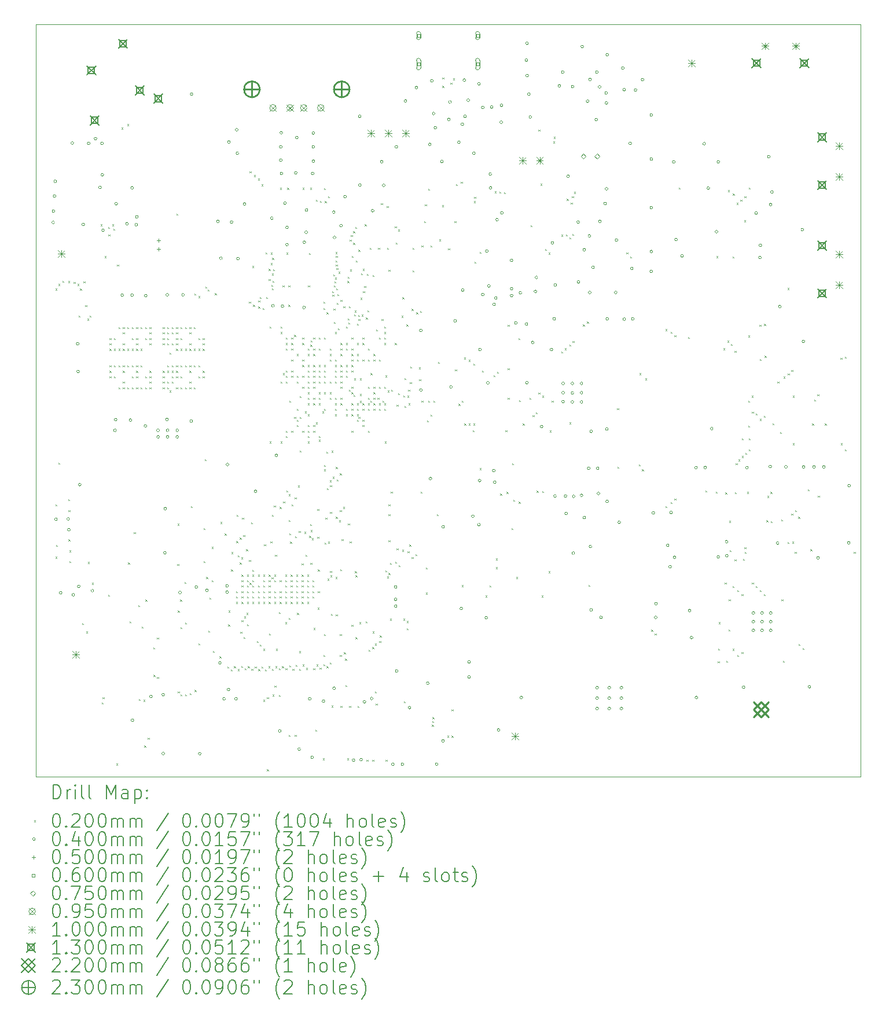
<source format=gbr>
%TF.GenerationSoftware,KiCad,Pcbnew,9.0.5*%
%TF.CreationDate,2025-11-15T17:57:00+00:00*%
%TF.ProjectId,gk,676b2e6b-6963-4616-945f-706362585858,rev?*%
%TF.SameCoordinates,Original*%
%TF.FileFunction,Drillmap*%
%TF.FilePolarity,Positive*%
%FSLAX45Y45*%
G04 Gerber Fmt 4.5, Leading zero omitted, Abs format (unit mm)*
G04 Created by KiCad (PCBNEW 9.0.5) date 2025-11-15 17:57:00*
%MOMM*%
%LPD*%
G01*
G04 APERTURE LIST*
%ADD10C,0.100000*%
%ADD11C,0.200000*%
%ADD12C,0.130000*%
%ADD13C,0.220000*%
%ADD14C,0.230000*%
G04 APERTURE END LIST*
D10*
X4103849Y-3102944D02*
X16173849Y-3102944D01*
X16173849Y-14102944D01*
X4103849Y-14102944D01*
X4103849Y-3102944D01*
D11*
D10*
X4393849Y-6965444D02*
X4413849Y-6985444D01*
X4413849Y-6965444D02*
X4393849Y-6985444D01*
X4393849Y-10115444D02*
X4413849Y-10135444D01*
X4413849Y-10115444D02*
X4393849Y-10135444D01*
X4393849Y-10885444D02*
X4413849Y-10905444D01*
X4413849Y-10885444D02*
X4393849Y-10905444D01*
X4403849Y-10710444D02*
X4423849Y-10730444D01*
X4423849Y-10710444D02*
X4403849Y-10730444D01*
X4433849Y-6895444D02*
X4453849Y-6915444D01*
X4453849Y-6895444D02*
X4433849Y-6915444D01*
X4433849Y-9510444D02*
X4453849Y-9530444D01*
X4453849Y-9510444D02*
X4433849Y-9530444D01*
X4493849Y-6850444D02*
X4513849Y-6870444D01*
X4513849Y-6850444D02*
X4493849Y-6870444D01*
X4578849Y-6855444D02*
X4598849Y-6875444D01*
X4598849Y-6855444D02*
X4578849Y-6875444D01*
X4578849Y-10040444D02*
X4598849Y-10060444D01*
X4598849Y-10040444D02*
X4578849Y-10060444D01*
X4583849Y-10200444D02*
X4603849Y-10220444D01*
X4603849Y-10200444D02*
X4583849Y-10220444D01*
X4583849Y-10630444D02*
X4603849Y-10650444D01*
X4603849Y-10630444D02*
X4583849Y-10650444D01*
X4593849Y-10790444D02*
X4613849Y-10810444D01*
X4613849Y-10790444D02*
X4593849Y-10810444D01*
X4593849Y-10950444D02*
X4613849Y-10970444D01*
X4613849Y-10950444D02*
X4593849Y-10970444D01*
X4658849Y-6865444D02*
X4678849Y-6885444D01*
X4678849Y-6865444D02*
X4658849Y-6885444D01*
X4712390Y-6896735D02*
X4732390Y-6916735D01*
X4732390Y-6896735D02*
X4712390Y-6916735D01*
X4728849Y-7360444D02*
X4748849Y-7380444D01*
X4748849Y-7360444D02*
X4728849Y-7380444D01*
X4753933Y-6965528D02*
X4773933Y-6985528D01*
X4773933Y-6965528D02*
X4753933Y-6985528D01*
X4783849Y-11855444D02*
X4803849Y-11875444D01*
X4803849Y-11855444D02*
X4783849Y-11875444D01*
X4803849Y-6860444D02*
X4823849Y-6880444D01*
X4823849Y-6860444D02*
X4803849Y-6880444D01*
X4828849Y-7205444D02*
X4848849Y-7225444D01*
X4848849Y-7205444D02*
X4828849Y-7225444D01*
X4838849Y-11975444D02*
X4858849Y-11995444D01*
X4858849Y-11975444D02*
X4838849Y-11995444D01*
X4858849Y-7405444D02*
X4878849Y-7425444D01*
X4878849Y-7405444D02*
X4858849Y-7425444D01*
X4868849Y-10960444D02*
X4888849Y-10980444D01*
X4888849Y-10960444D02*
X4868849Y-10980444D01*
X4893849Y-7355444D02*
X4913849Y-7375444D01*
X4913849Y-7355444D02*
X4893849Y-7375444D01*
X4928849Y-11265444D02*
X4948849Y-11285444D01*
X4948849Y-11265444D02*
X4928849Y-11285444D01*
X5053849Y-6025444D02*
X5073849Y-6045444D01*
X5073849Y-6025444D02*
X5053849Y-6045444D01*
X5068849Y-13015444D02*
X5088849Y-13035444D01*
X5088849Y-13015444D02*
X5068849Y-13035444D01*
X5083849Y-12935444D02*
X5103849Y-12955444D01*
X5103849Y-12935444D02*
X5083849Y-12955444D01*
X5113849Y-6490444D02*
X5133849Y-6510444D01*
X5133849Y-6490444D02*
X5113849Y-6510444D01*
X5163849Y-11440444D02*
X5183849Y-11460444D01*
X5183849Y-11440444D02*
X5163849Y-11460444D01*
X5165000Y-6060000D02*
X5185000Y-6080000D01*
X5185000Y-6060000D02*
X5165000Y-6080000D01*
X5168849Y-6170000D02*
X5188849Y-6190000D01*
X5188849Y-6170000D02*
X5168849Y-6190000D01*
X5183849Y-7685444D02*
X5203849Y-7705444D01*
X5203849Y-7685444D02*
X5183849Y-7705444D01*
X5183849Y-7765444D02*
X5203849Y-7785444D01*
X5203849Y-7765444D02*
X5183849Y-7785444D01*
X5183849Y-7845444D02*
X5203849Y-7865444D01*
X5203849Y-7845444D02*
X5183849Y-7865444D01*
X5183849Y-8085444D02*
X5203849Y-8105444D01*
X5203849Y-8085444D02*
X5183849Y-8105444D01*
X5183849Y-8165444D02*
X5203849Y-8185444D01*
X5203849Y-8165444D02*
X5183849Y-8185444D01*
X5183849Y-8245444D02*
X5203849Y-8265444D01*
X5203849Y-8245444D02*
X5183849Y-8265444D01*
X5225000Y-6025000D02*
X5245000Y-6045000D01*
X5245000Y-6025000D02*
X5225000Y-6045000D01*
X5238849Y-6085444D02*
X5258849Y-6105444D01*
X5258849Y-6085444D02*
X5238849Y-6105444D01*
X5248849Y-7685444D02*
X5268849Y-7705444D01*
X5268849Y-7685444D02*
X5248849Y-7705444D01*
X5248849Y-7845444D02*
X5268849Y-7865444D01*
X5268849Y-7845444D02*
X5248849Y-7865444D01*
X5248849Y-8085444D02*
X5268849Y-8105444D01*
X5268849Y-8085444D02*
X5248849Y-8105444D01*
X5248849Y-8245444D02*
X5268849Y-8265444D01*
X5268849Y-8245444D02*
X5248849Y-8265444D01*
X5283849Y-13905444D02*
X5303849Y-13925444D01*
X5303849Y-13905444D02*
X5283849Y-13925444D01*
X5293849Y-6610444D02*
X5313849Y-6630444D01*
X5313849Y-6610444D02*
X5293849Y-6630444D01*
X5313849Y-7525444D02*
X5333849Y-7545444D01*
X5333849Y-7525444D02*
X5313849Y-7545444D01*
X5313849Y-7845444D02*
X5333849Y-7865444D01*
X5333849Y-7845444D02*
X5313849Y-7865444D01*
X5313849Y-8085444D02*
X5333849Y-8105444D01*
X5333849Y-8085444D02*
X5313849Y-8105444D01*
X5313849Y-8405444D02*
X5333849Y-8425444D01*
X5333849Y-8405444D02*
X5313849Y-8425444D01*
X5360000Y-4610000D02*
X5380000Y-4630000D01*
X5380000Y-4610000D02*
X5360000Y-4630000D01*
X5378849Y-7525444D02*
X5398849Y-7545444D01*
X5398849Y-7525444D02*
X5378849Y-7545444D01*
X5378849Y-7605444D02*
X5398849Y-7625444D01*
X5398849Y-7605444D02*
X5378849Y-7625444D01*
X5378849Y-7765444D02*
X5398849Y-7785444D01*
X5398849Y-7765444D02*
X5378849Y-7785444D01*
X5378849Y-7845444D02*
X5398849Y-7865444D01*
X5398849Y-7845444D02*
X5378849Y-7865444D01*
X5378849Y-8085444D02*
X5398849Y-8105444D01*
X5398849Y-8085444D02*
X5378849Y-8105444D01*
X5378849Y-8165444D02*
X5398849Y-8185444D01*
X5398849Y-8165444D02*
X5378849Y-8185444D01*
X5378849Y-8325444D02*
X5398849Y-8345444D01*
X5398849Y-8325444D02*
X5378849Y-8345444D01*
X5378849Y-8405444D02*
X5398849Y-8425444D01*
X5398849Y-8405444D02*
X5378849Y-8425444D01*
X5440000Y-4560000D02*
X5460000Y-4580000D01*
X5460000Y-4560000D02*
X5440000Y-4580000D01*
X5443849Y-7525444D02*
X5463849Y-7545444D01*
X5463849Y-7525444D02*
X5443849Y-7545444D01*
X5443849Y-7845444D02*
X5463849Y-7865444D01*
X5463849Y-7845444D02*
X5443849Y-7865444D01*
X5443849Y-8085444D02*
X5463849Y-8105444D01*
X5463849Y-8085444D02*
X5443849Y-8105444D01*
X5443849Y-8405444D02*
X5463849Y-8425444D01*
X5463849Y-8405444D02*
X5443849Y-8425444D01*
X5453849Y-10970444D02*
X5473849Y-10990444D01*
X5473849Y-10970444D02*
X5453849Y-10990444D01*
X5478849Y-11830444D02*
X5498849Y-11850444D01*
X5498849Y-11830444D02*
X5478849Y-11850444D01*
X5508849Y-7525444D02*
X5528849Y-7545444D01*
X5528849Y-7525444D02*
X5508849Y-7545444D01*
X5508849Y-7685444D02*
X5528849Y-7705444D01*
X5528849Y-7685444D02*
X5508849Y-7705444D01*
X5508849Y-7845444D02*
X5528849Y-7865444D01*
X5528849Y-7845444D02*
X5508849Y-7865444D01*
X5508849Y-8085444D02*
X5528849Y-8105444D01*
X5528849Y-8085444D02*
X5508849Y-8105444D01*
X5508849Y-8245444D02*
X5528849Y-8265444D01*
X5528849Y-8245444D02*
X5508849Y-8265444D01*
X5508849Y-8405444D02*
X5528849Y-8425444D01*
X5528849Y-8405444D02*
X5508849Y-8425444D01*
X5538849Y-10525444D02*
X5558849Y-10545444D01*
X5558849Y-10525444D02*
X5538849Y-10545444D01*
X5573849Y-7525444D02*
X5593849Y-7545444D01*
X5593849Y-7525444D02*
X5573849Y-7545444D01*
X5573849Y-7685444D02*
X5593849Y-7705444D01*
X5593849Y-7685444D02*
X5573849Y-7705444D01*
X5573849Y-7765444D02*
X5593849Y-7785444D01*
X5593849Y-7765444D02*
X5573849Y-7785444D01*
X5573849Y-7845444D02*
X5593849Y-7865444D01*
X5593849Y-7845444D02*
X5573849Y-7865444D01*
X5573849Y-8085444D02*
X5593849Y-8105444D01*
X5593849Y-8085444D02*
X5573849Y-8105444D01*
X5573849Y-8165444D02*
X5593849Y-8185444D01*
X5593849Y-8165444D02*
X5573849Y-8185444D01*
X5573849Y-8245444D02*
X5593849Y-8265444D01*
X5593849Y-8245444D02*
X5573849Y-8265444D01*
X5573849Y-8405444D02*
X5593849Y-8425444D01*
X5593849Y-8405444D02*
X5573849Y-8425444D01*
X5603849Y-11590444D02*
X5623849Y-11610444D01*
X5623849Y-11590444D02*
X5603849Y-11610444D01*
X5613849Y-12960444D02*
X5633849Y-12980444D01*
X5633849Y-12960444D02*
X5613849Y-12980444D01*
X5638849Y-7525444D02*
X5658849Y-7545444D01*
X5658849Y-7525444D02*
X5638849Y-7545444D01*
X5638849Y-7845444D02*
X5658849Y-7865444D01*
X5658849Y-7845444D02*
X5638849Y-7865444D01*
X5638849Y-8085444D02*
X5658849Y-8105444D01*
X5658849Y-8085444D02*
X5638849Y-8105444D01*
X5638849Y-8405444D02*
X5658849Y-8425444D01*
X5658849Y-8405444D02*
X5638849Y-8425444D01*
X5653849Y-11905444D02*
X5673849Y-11925444D01*
X5673849Y-11905444D02*
X5653849Y-11925444D01*
X5678849Y-12975444D02*
X5698849Y-12995444D01*
X5698849Y-12975444D02*
X5678849Y-12995444D01*
X5693849Y-13645444D02*
X5713849Y-13665444D01*
X5713849Y-13645444D02*
X5693849Y-13665444D01*
X5703849Y-7525444D02*
X5723849Y-7545444D01*
X5723849Y-7525444D02*
X5703849Y-7545444D01*
X5703849Y-7685444D02*
X5723849Y-7705444D01*
X5723849Y-7685444D02*
X5703849Y-7705444D01*
X5703849Y-8245444D02*
X5723849Y-8265444D01*
X5723849Y-8245444D02*
X5703849Y-8265444D01*
X5703849Y-8405444D02*
X5723849Y-8425444D01*
X5723849Y-8405444D02*
X5703849Y-8425444D01*
X5708849Y-11510444D02*
X5728849Y-11530444D01*
X5728849Y-11510444D02*
X5708849Y-11530444D01*
X5743849Y-13530444D02*
X5763849Y-13550444D01*
X5763849Y-13530444D02*
X5743849Y-13550444D01*
X5768849Y-7525444D02*
X5788849Y-7545444D01*
X5788849Y-7525444D02*
X5768849Y-7545444D01*
X5768849Y-7605444D02*
X5788849Y-7625444D01*
X5788849Y-7605444D02*
X5768849Y-7625444D01*
X5768849Y-7685444D02*
X5788849Y-7705444D01*
X5788849Y-7685444D02*
X5768849Y-7705444D01*
X5768849Y-7765444D02*
X5788849Y-7785444D01*
X5788849Y-7765444D02*
X5768849Y-7785444D01*
X5768849Y-8165444D02*
X5788849Y-8185444D01*
X5788849Y-8165444D02*
X5768849Y-8185444D01*
X5768849Y-8245444D02*
X5788849Y-8265444D01*
X5788849Y-8245444D02*
X5768849Y-8265444D01*
X5768849Y-8325444D02*
X5788849Y-8345444D01*
X5788849Y-8325444D02*
X5768849Y-8345444D01*
X5768849Y-8405444D02*
X5788849Y-8425444D01*
X5788849Y-8405444D02*
X5768849Y-8425444D01*
X5823849Y-12210444D02*
X5843849Y-12230444D01*
X5843849Y-12210444D02*
X5823849Y-12230444D01*
X5828849Y-12610444D02*
X5848849Y-12630444D01*
X5848849Y-12610444D02*
X5828849Y-12630444D01*
X5878849Y-12065444D02*
X5898849Y-12085444D01*
X5898849Y-12065444D02*
X5878849Y-12085444D01*
X5878849Y-12640444D02*
X5898849Y-12660444D01*
X5898849Y-12640444D02*
X5878849Y-12660444D01*
X5963849Y-7525444D02*
X5983849Y-7545444D01*
X5983849Y-7525444D02*
X5963849Y-7545444D01*
X5963849Y-7605444D02*
X5983849Y-7625444D01*
X5983849Y-7605444D02*
X5963849Y-7625444D01*
X5963849Y-7685444D02*
X5983849Y-7705444D01*
X5983849Y-7685444D02*
X5963849Y-7705444D01*
X5963849Y-7765444D02*
X5983849Y-7785444D01*
X5983849Y-7765444D02*
X5963849Y-7785444D01*
X5963849Y-8165444D02*
X5983849Y-8185444D01*
X5983849Y-8165444D02*
X5963849Y-8185444D01*
X5963849Y-8245444D02*
X5983849Y-8265444D01*
X5983849Y-8245444D02*
X5963849Y-8265444D01*
X5963849Y-8325444D02*
X5983849Y-8345444D01*
X5983849Y-8325444D02*
X5963849Y-8345444D01*
X5963849Y-8405444D02*
X5983849Y-8425444D01*
X5983849Y-8405444D02*
X5963849Y-8425444D01*
X6028849Y-7525444D02*
X6048849Y-7545444D01*
X6048849Y-7525444D02*
X6028849Y-7545444D01*
X6028849Y-7605444D02*
X6048849Y-7625444D01*
X6048849Y-7605444D02*
X6028849Y-7625444D01*
X6028849Y-7685444D02*
X6048849Y-7705444D01*
X6048849Y-7685444D02*
X6028849Y-7705444D01*
X6028849Y-7765444D02*
X6048849Y-7785444D01*
X6048849Y-7765444D02*
X6028849Y-7785444D01*
X6028849Y-8085444D02*
X6048849Y-8105444D01*
X6048849Y-8085444D02*
X6028849Y-8105444D01*
X6028849Y-8165444D02*
X6048849Y-8185444D01*
X6048849Y-8165444D02*
X6028849Y-8185444D01*
X6028849Y-8325444D02*
X6048849Y-8345444D01*
X6048849Y-8325444D02*
X6028849Y-8345444D01*
X6028849Y-8405444D02*
X6048849Y-8425444D01*
X6048849Y-8405444D02*
X6028849Y-8425444D01*
X6058849Y-7900444D02*
X6078849Y-7920444D01*
X6078849Y-7900444D02*
X6058849Y-7920444D01*
X6058849Y-8455444D02*
X6078849Y-8475444D01*
X6078849Y-8455444D02*
X6058849Y-8475444D01*
X6093849Y-7525444D02*
X6113849Y-7545444D01*
X6113849Y-7525444D02*
X6093849Y-7545444D01*
X6093849Y-7605444D02*
X6113849Y-7625444D01*
X6113849Y-7605444D02*
X6093849Y-7625444D01*
X6093849Y-7765444D02*
X6113849Y-7785444D01*
X6113849Y-7765444D02*
X6093849Y-7785444D01*
X6093849Y-8085444D02*
X6113849Y-8105444D01*
X6113849Y-8085444D02*
X6093849Y-8105444D01*
X6093849Y-8165444D02*
X6113849Y-8185444D01*
X6113849Y-8165444D02*
X6093849Y-8185444D01*
X6093849Y-8245444D02*
X6113849Y-8265444D01*
X6113849Y-8245444D02*
X6093849Y-8265444D01*
X6093849Y-8325444D02*
X6113849Y-8345444D01*
X6113849Y-8325444D02*
X6093849Y-8345444D01*
X6158849Y-7525444D02*
X6178849Y-7545444D01*
X6178849Y-7525444D02*
X6158849Y-7545444D01*
X6158849Y-7605444D02*
X6178849Y-7625444D01*
X6178849Y-7605444D02*
X6158849Y-7625444D01*
X6158849Y-7685444D02*
X6178849Y-7705444D01*
X6178849Y-7685444D02*
X6158849Y-7705444D01*
X6158849Y-7765444D02*
X6178849Y-7785444D01*
X6178849Y-7765444D02*
X6158849Y-7785444D01*
X6158849Y-7845444D02*
X6178849Y-7865444D01*
X6178849Y-7845444D02*
X6158849Y-7865444D01*
X6158849Y-8085444D02*
X6178849Y-8105444D01*
X6178849Y-8085444D02*
X6158849Y-8105444D01*
X6158849Y-8165444D02*
X6178849Y-8185444D01*
X6178849Y-8165444D02*
X6158849Y-8185444D01*
X6158849Y-8245444D02*
X6178849Y-8265444D01*
X6178849Y-8245444D02*
X6158849Y-8265444D01*
X6158849Y-8405444D02*
X6178849Y-8425444D01*
X6178849Y-8405444D02*
X6158849Y-8425444D01*
X6163849Y-5865444D02*
X6183849Y-5885444D01*
X6183849Y-5865444D02*
X6163849Y-5885444D01*
X6173849Y-10990444D02*
X6193849Y-11010444D01*
X6193849Y-10990444D02*
X6173849Y-11010444D01*
X6178849Y-10400444D02*
X6198849Y-10420444D01*
X6198849Y-10400444D02*
X6178849Y-10420444D01*
X6183849Y-11670444D02*
X6203849Y-11690444D01*
X6203849Y-11670444D02*
X6183849Y-11690444D01*
X6183849Y-12850444D02*
X6203849Y-12870444D01*
X6203849Y-12850444D02*
X6183849Y-12870444D01*
X6218849Y-11510444D02*
X6238849Y-11530444D01*
X6238849Y-11510444D02*
X6218849Y-11530444D01*
X6223849Y-7525444D02*
X6243849Y-7545444D01*
X6243849Y-7525444D02*
X6223849Y-7545444D01*
X6223849Y-7685444D02*
X6243849Y-7705444D01*
X6243849Y-7685444D02*
X6223849Y-7705444D01*
X6223849Y-7845444D02*
X6243849Y-7865444D01*
X6243849Y-7845444D02*
X6223849Y-7865444D01*
X6223849Y-8085444D02*
X6243849Y-8105444D01*
X6243849Y-8085444D02*
X6223849Y-8105444D01*
X6223849Y-8245444D02*
X6243849Y-8265444D01*
X6243849Y-8245444D02*
X6223849Y-8265444D01*
X6223849Y-8405444D02*
X6243849Y-8425444D01*
X6243849Y-8405444D02*
X6223849Y-8425444D01*
X6223849Y-11910444D02*
X6243849Y-11930444D01*
X6243849Y-11910444D02*
X6223849Y-11930444D01*
X6223849Y-12895444D02*
X6243849Y-12915444D01*
X6243849Y-12895444D02*
X6223849Y-12915444D01*
X6278849Y-11250444D02*
X6298849Y-11270444D01*
X6298849Y-11250444D02*
X6278849Y-11270444D01*
X6288849Y-7525444D02*
X6308849Y-7545444D01*
X6308849Y-7525444D02*
X6288849Y-7545444D01*
X6288849Y-7845444D02*
X6308849Y-7865444D01*
X6308849Y-7845444D02*
X6288849Y-7865444D01*
X6288849Y-8085444D02*
X6308849Y-8105444D01*
X6308849Y-8085444D02*
X6288849Y-8105444D01*
X6288849Y-8405444D02*
X6308849Y-8425444D01*
X6308849Y-8405444D02*
X6288849Y-8425444D01*
X6288849Y-11845444D02*
X6308849Y-11865444D01*
X6308849Y-11845444D02*
X6288849Y-11865444D01*
X6288849Y-12895444D02*
X6308849Y-12915444D01*
X6308849Y-12895444D02*
X6288849Y-12915444D01*
X6353849Y-7525444D02*
X6373849Y-7545444D01*
X6373849Y-7525444D02*
X6353849Y-7545444D01*
X6353849Y-7605444D02*
X6373849Y-7625444D01*
X6373849Y-7605444D02*
X6353849Y-7625444D01*
X6353849Y-7765444D02*
X6373849Y-7785444D01*
X6373849Y-7765444D02*
X6353849Y-7785444D01*
X6353849Y-7845444D02*
X6373849Y-7865444D01*
X6373849Y-7845444D02*
X6353849Y-7865444D01*
X6353849Y-8085444D02*
X6373849Y-8105444D01*
X6373849Y-8085444D02*
X6353849Y-8105444D01*
X6353849Y-8165444D02*
X6373849Y-8185444D01*
X6373849Y-8165444D02*
X6353849Y-8185444D01*
X6353849Y-8325444D02*
X6373849Y-8345444D01*
X6373849Y-8325444D02*
X6353849Y-8345444D01*
X6353849Y-8405444D02*
X6373849Y-8425444D01*
X6373849Y-8405444D02*
X6353849Y-8425444D01*
X6358849Y-12880444D02*
X6378849Y-12900444D01*
X6378849Y-12880444D02*
X6358849Y-12900444D01*
X6373849Y-10145444D02*
X6393849Y-10165444D01*
X6393849Y-10145444D02*
X6373849Y-10165444D01*
X6418849Y-7525444D02*
X6438849Y-7545444D01*
X6438849Y-7525444D02*
X6418849Y-7545444D01*
X6418849Y-7845444D02*
X6438849Y-7865444D01*
X6438849Y-7845444D02*
X6418849Y-7865444D01*
X6418849Y-8085444D02*
X6438849Y-8105444D01*
X6438849Y-8085444D02*
X6418849Y-8105444D01*
X6418849Y-8405444D02*
X6438849Y-8425444D01*
X6438849Y-8405444D02*
X6418849Y-8425444D01*
X6423849Y-7035444D02*
X6443849Y-7055444D01*
X6443849Y-7035444D02*
X6423849Y-7055444D01*
X6428849Y-12830444D02*
X6448849Y-12850444D01*
X6448849Y-12830444D02*
X6428849Y-12850444D01*
X6483849Y-7075444D02*
X6503849Y-7095444D01*
X6503849Y-7075444D02*
X6483849Y-7095444D01*
X6483849Y-7685444D02*
X6503849Y-7705444D01*
X6503849Y-7685444D02*
X6483849Y-7705444D01*
X6483849Y-7845444D02*
X6503849Y-7865444D01*
X6503849Y-7845444D02*
X6483849Y-7865444D01*
X6483849Y-8085444D02*
X6503849Y-8105444D01*
X6503849Y-8085444D02*
X6483849Y-8105444D01*
X6483849Y-8245444D02*
X6503849Y-8265444D01*
X6503849Y-8245444D02*
X6483849Y-8265444D01*
X6483849Y-12150444D02*
X6503849Y-12170444D01*
X6503849Y-12150444D02*
X6483849Y-12170444D01*
X6548849Y-7685444D02*
X6568849Y-7705444D01*
X6568849Y-7685444D02*
X6548849Y-7705444D01*
X6548849Y-7765444D02*
X6568849Y-7785444D01*
X6568849Y-7765444D02*
X6548849Y-7785444D01*
X6548849Y-7845444D02*
X6568849Y-7865444D01*
X6568849Y-7845444D02*
X6548849Y-7865444D01*
X6548849Y-8165444D02*
X6568849Y-8185444D01*
X6568849Y-8165444D02*
X6548849Y-8185444D01*
X6548849Y-8245444D02*
X6568849Y-8265444D01*
X6568849Y-8245444D02*
X6548849Y-8265444D01*
X6558849Y-10465444D02*
X6578849Y-10485444D01*
X6578849Y-10465444D02*
X6558849Y-10485444D01*
X6558849Y-10945204D02*
X6578849Y-10965204D01*
X6578849Y-10945204D02*
X6558849Y-10965204D01*
X6578849Y-9455444D02*
X6598849Y-9475444D01*
X6598849Y-9455444D02*
X6578849Y-9475444D01*
X6586515Y-6932332D02*
X6606515Y-6952332D01*
X6606515Y-6932332D02*
X6586515Y-6952332D01*
X6598849Y-11180444D02*
X6618849Y-11200444D01*
X6618849Y-11180444D02*
X6598849Y-11200444D01*
X6618849Y-6975444D02*
X6638849Y-6995444D01*
X6638849Y-6975444D02*
X6618849Y-6995444D01*
X6628849Y-11965444D02*
X6648849Y-11985444D01*
X6648849Y-11965444D02*
X6628849Y-11985444D01*
X6643849Y-11480444D02*
X6663849Y-11500444D01*
X6663849Y-11480444D02*
X6643849Y-11500444D01*
X6678849Y-10740444D02*
X6698849Y-10760444D01*
X6698849Y-10740444D02*
X6678849Y-10760444D01*
X6678849Y-11225444D02*
X6698849Y-11245444D01*
X6698849Y-11225444D02*
X6678849Y-11245444D01*
X6693849Y-12260444D02*
X6713849Y-12280444D01*
X6713849Y-12260444D02*
X6693849Y-12280444D01*
X6723849Y-7030444D02*
X6743849Y-7050444D01*
X6743849Y-7030444D02*
X6723849Y-7050444D01*
X6793849Y-12340444D02*
X6813849Y-12360444D01*
X6813849Y-12340444D02*
X6793849Y-12360444D01*
X6803849Y-10375444D02*
X6823849Y-10395444D01*
X6823849Y-10375444D02*
X6803849Y-10395444D01*
X6868849Y-10545444D02*
X6888849Y-10565444D01*
X6888849Y-10545444D02*
X6868849Y-10565444D01*
X6908849Y-12490444D02*
X6928849Y-12510444D01*
X6928849Y-12490444D02*
X6908849Y-12510444D01*
X6918849Y-11875444D02*
X6938849Y-11895444D01*
X6938849Y-11875444D02*
X6918849Y-11895444D01*
X6923849Y-11670444D02*
X6943849Y-11690444D01*
X6943849Y-11670444D02*
X6923849Y-11690444D01*
X6958849Y-12530444D02*
X6978849Y-12550444D01*
X6978849Y-12530444D02*
X6958849Y-12550444D01*
X6963849Y-11070444D02*
X6983849Y-11090444D01*
X6983849Y-11070444D02*
X6963849Y-11090444D01*
X6968849Y-10815444D02*
X6988849Y-10835444D01*
X6988849Y-10815444D02*
X6968849Y-10835444D01*
X7003849Y-12485444D02*
X7023849Y-12505444D01*
X7023849Y-12485444D02*
X7003849Y-12505444D01*
X7033849Y-11385444D02*
X7053849Y-11405444D01*
X7053849Y-11385444D02*
X7033849Y-11405444D01*
X7033849Y-11465444D02*
X7053849Y-11485444D01*
X7053849Y-11465444D02*
X7033849Y-11485444D01*
X7033849Y-11545444D02*
X7053849Y-11565444D01*
X7053849Y-11545444D02*
X7033849Y-11565444D01*
X7038849Y-10655444D02*
X7058849Y-10675444D01*
X7058849Y-10655444D02*
X7038849Y-10675444D01*
X7043849Y-10270444D02*
X7063849Y-10290444D01*
X7063849Y-10270444D02*
X7043849Y-10290444D01*
X7058849Y-10865444D02*
X7078849Y-10885444D01*
X7078849Y-10865444D02*
X7058849Y-10885444D01*
X7058849Y-12525444D02*
X7078849Y-12545444D01*
X7078849Y-12525444D02*
X7058849Y-12545444D01*
X7088849Y-10605444D02*
X7108849Y-10625444D01*
X7108849Y-10605444D02*
X7088849Y-10625444D01*
X7088849Y-10970444D02*
X7108849Y-10990444D01*
X7108849Y-10970444D02*
X7088849Y-10990444D01*
X7098849Y-11980444D02*
X7118849Y-12000444D01*
X7118849Y-11980444D02*
X7098849Y-12000444D01*
X7108849Y-12480444D02*
X7128849Y-12500444D01*
X7128849Y-12480444D02*
X7108849Y-12500444D01*
X7111899Y-10891300D02*
X7131899Y-10911300D01*
X7131899Y-10891300D02*
X7111899Y-10911300D01*
X7113849Y-11145444D02*
X7133849Y-11165444D01*
X7133849Y-11145444D02*
X7113849Y-11165444D01*
X7113849Y-11225444D02*
X7133849Y-11245444D01*
X7133849Y-11225444D02*
X7113849Y-11245444D01*
X7113849Y-11305444D02*
X7133849Y-11325444D01*
X7133849Y-11305444D02*
X7113849Y-11325444D01*
X7113849Y-11385444D02*
X7133849Y-11405444D01*
X7133849Y-11385444D02*
X7113849Y-11405444D01*
X7113849Y-11465444D02*
X7133849Y-11485444D01*
X7133849Y-11465444D02*
X7113849Y-11485444D01*
X7113849Y-11545444D02*
X7133849Y-11565444D01*
X7133849Y-11545444D02*
X7113849Y-11565444D01*
X7113849Y-11810444D02*
X7133849Y-11830444D01*
X7133849Y-11810444D02*
X7113849Y-11830444D01*
X7123849Y-10310444D02*
X7143849Y-10330444D01*
X7143849Y-10310444D02*
X7123849Y-10330444D01*
X7138849Y-10565444D02*
X7158849Y-10585444D01*
X7158849Y-10565444D02*
X7138849Y-10585444D01*
X7143849Y-12055444D02*
X7163849Y-12075444D01*
X7163849Y-12055444D02*
X7143849Y-12075444D01*
X7153849Y-11755444D02*
X7173849Y-11775444D01*
X7173849Y-11755444D02*
X7153849Y-11775444D01*
X7158849Y-12515444D02*
X7178849Y-12535444D01*
X7178849Y-12515444D02*
X7158849Y-12535444D01*
X7183849Y-10775444D02*
X7203849Y-10795444D01*
X7203849Y-10775444D02*
X7183849Y-10795444D01*
X7188849Y-11705444D02*
X7208849Y-11725444D01*
X7208849Y-11705444D02*
X7188849Y-11725444D01*
X7193849Y-11145444D02*
X7213849Y-11165444D01*
X7213849Y-11145444D02*
X7193849Y-11165444D01*
X7193849Y-11225444D02*
X7213849Y-11245444D01*
X7213849Y-11225444D02*
X7193849Y-11245444D01*
X7193849Y-11305444D02*
X7213849Y-11325444D01*
X7213849Y-11305444D02*
X7193849Y-11325444D01*
X7193849Y-11385444D02*
X7213849Y-11405444D01*
X7213849Y-11385444D02*
X7193849Y-11405444D01*
X7193849Y-11465444D02*
X7213849Y-11485444D01*
X7213849Y-11465444D02*
X7193849Y-11485444D01*
X7193849Y-11545444D02*
X7213849Y-11565444D01*
X7213849Y-11545444D02*
X7193849Y-11565444D01*
X7193849Y-11870444D02*
X7213849Y-11890444D01*
X7213849Y-11870444D02*
X7193849Y-11890444D01*
X7208849Y-12485444D02*
X7228849Y-12505444D01*
X7228849Y-12485444D02*
X7208849Y-12505444D01*
X7223849Y-7155444D02*
X7243849Y-7175444D01*
X7243849Y-7155444D02*
X7223849Y-7175444D01*
X7223849Y-10930444D02*
X7243849Y-10950444D01*
X7243849Y-10930444D02*
X7223849Y-10950444D01*
X7233849Y-5250444D02*
X7253849Y-5270444D01*
X7253849Y-5250444D02*
X7233849Y-5270444D01*
X7233849Y-11265444D02*
X7253849Y-11285444D01*
X7253849Y-11265444D02*
X7233849Y-11285444D01*
X7253849Y-10380444D02*
X7273849Y-10400444D01*
X7273849Y-10380444D02*
X7253849Y-10400444D01*
X7258849Y-12520444D02*
X7278849Y-12540444D01*
X7278849Y-12520444D02*
X7258849Y-12540444D01*
X7268849Y-6635444D02*
X7288849Y-6655444D01*
X7288849Y-6635444D02*
X7268849Y-6655444D01*
X7273849Y-11075444D02*
X7293849Y-11095444D01*
X7293849Y-11075444D02*
X7273849Y-11095444D01*
X7273849Y-11145444D02*
X7293849Y-11165444D01*
X7293849Y-11145444D02*
X7273849Y-11165444D01*
X7273849Y-11225444D02*
X7293849Y-11245444D01*
X7293849Y-11225444D02*
X7273849Y-11245444D01*
X7273849Y-11305444D02*
X7293849Y-11325444D01*
X7293849Y-11305444D02*
X7273849Y-11325444D01*
X7273849Y-11385444D02*
X7293849Y-11405444D01*
X7293849Y-11385444D02*
X7273849Y-11405444D01*
X7273849Y-11465444D02*
X7293849Y-11485444D01*
X7293849Y-11465444D02*
X7273849Y-11485444D01*
X7273849Y-11545444D02*
X7293849Y-11565444D01*
X7293849Y-11545444D02*
X7273849Y-11565444D01*
X7283849Y-7200444D02*
X7303849Y-7220444D01*
X7303849Y-7200444D02*
X7283849Y-7220444D01*
X7298849Y-5305444D02*
X7318849Y-5325444D01*
X7318849Y-5305444D02*
X7298849Y-5325444D01*
X7308849Y-12490444D02*
X7328849Y-12510444D01*
X7328849Y-12490444D02*
X7308849Y-12510444D01*
X7338849Y-12115444D02*
X7358849Y-12135444D01*
X7358849Y-12115444D02*
X7338849Y-12135444D01*
X7353849Y-5355444D02*
X7373849Y-5375444D01*
X7373849Y-5355444D02*
X7353849Y-5375444D01*
X7353849Y-11145444D02*
X7373849Y-11165444D01*
X7373849Y-11145444D02*
X7353849Y-11165444D01*
X7353849Y-11305444D02*
X7373849Y-11325444D01*
X7373849Y-11305444D02*
X7353849Y-11325444D01*
X7353849Y-11385444D02*
X7373849Y-11405444D01*
X7373849Y-11385444D02*
X7353849Y-11405444D01*
X7353849Y-11465444D02*
X7373849Y-11485444D01*
X7373849Y-11465444D02*
X7353849Y-11485444D01*
X7353849Y-11545444D02*
X7373849Y-11565444D01*
X7373849Y-11545444D02*
X7353849Y-11565444D01*
X7358849Y-7140444D02*
X7378849Y-7160444D01*
X7378849Y-7140444D02*
X7358849Y-7160444D01*
X7358849Y-7225444D02*
X7378849Y-7245444D01*
X7378849Y-7225444D02*
X7358849Y-7245444D01*
X7358849Y-12525444D02*
X7378849Y-12545444D01*
X7378849Y-12525444D02*
X7358849Y-12545444D01*
X7383849Y-7085444D02*
X7403849Y-7105444D01*
X7403849Y-7085444D02*
X7383849Y-7105444D01*
X7383849Y-12165444D02*
X7403849Y-12185444D01*
X7403849Y-12165444D02*
X7383849Y-12185444D01*
X7408849Y-5440144D02*
X7428849Y-5460144D01*
X7428849Y-5440144D02*
X7408849Y-5460144D01*
X7408849Y-12490444D02*
X7428849Y-12510444D01*
X7428849Y-12490444D02*
X7408849Y-12510444D01*
X7423849Y-7245444D02*
X7443849Y-7265444D01*
X7443849Y-7245444D02*
X7423849Y-7265444D01*
X7433849Y-11145444D02*
X7453849Y-11165444D01*
X7453849Y-11145444D02*
X7433849Y-11165444D01*
X7433849Y-11225444D02*
X7453849Y-11245444D01*
X7453849Y-11225444D02*
X7433849Y-11245444D01*
X7433849Y-11305444D02*
X7453849Y-11325444D01*
X7453849Y-11305444D02*
X7433849Y-11325444D01*
X7433849Y-11385444D02*
X7453849Y-11405444D01*
X7453849Y-11385444D02*
X7433849Y-11405444D01*
X7433849Y-11465444D02*
X7453849Y-11485444D01*
X7453849Y-11465444D02*
X7433849Y-11485444D01*
X7433849Y-11545444D02*
X7453849Y-11565444D01*
X7453849Y-11545444D02*
X7433849Y-11565444D01*
X7433849Y-12230444D02*
X7453849Y-12250444D01*
X7453849Y-12230444D02*
X7433849Y-12250444D01*
X7433849Y-12975444D02*
X7453849Y-12995444D01*
X7453849Y-12975444D02*
X7433849Y-12995444D01*
X7443849Y-10700444D02*
X7463849Y-10720444D01*
X7463849Y-10700444D02*
X7443849Y-10720444D01*
X7458849Y-12530444D02*
X7478849Y-12550444D01*
X7478849Y-12530444D02*
X7458849Y-12550444D01*
X7463849Y-6435444D02*
X7483849Y-6455444D01*
X7483849Y-6435444D02*
X7463849Y-6455444D01*
X7473849Y-7085444D02*
X7493849Y-7105444D01*
X7493849Y-7085444D02*
X7473849Y-7105444D01*
X7488849Y-12935444D02*
X7508849Y-12955444D01*
X7508849Y-12935444D02*
X7488849Y-12955444D01*
X7488849Y-13990444D02*
X7508849Y-14010444D01*
X7508849Y-13990444D02*
X7488849Y-14010444D01*
X7508849Y-12485444D02*
X7528849Y-12505444D01*
X7528849Y-12485444D02*
X7508849Y-12505444D01*
X7513105Y-6826019D02*
X7533105Y-6846019D01*
X7533105Y-6826019D02*
X7513105Y-6846019D01*
X7513849Y-11145444D02*
X7533849Y-11165444D01*
X7533849Y-11145444D02*
X7513849Y-11165444D01*
X7513849Y-11225444D02*
X7533849Y-11245444D01*
X7533849Y-11225444D02*
X7513849Y-11245444D01*
X7513849Y-11305444D02*
X7533849Y-11325444D01*
X7533849Y-11305444D02*
X7513849Y-11325444D01*
X7513849Y-11385444D02*
X7533849Y-11405444D01*
X7533849Y-11385444D02*
X7513849Y-11405444D01*
X7513849Y-11465444D02*
X7533849Y-11485444D01*
X7533849Y-11465444D02*
X7513849Y-11485444D01*
X7513849Y-11545444D02*
X7533849Y-11565444D01*
X7533849Y-11545444D02*
X7513849Y-11565444D01*
X7513849Y-6675444D02*
X7533849Y-6695444D01*
X7533849Y-6675444D02*
X7513849Y-6695444D01*
X7518849Y-12005444D02*
X7538849Y-12025444D01*
X7538849Y-12005444D02*
X7518849Y-12025444D01*
X7523849Y-7520444D02*
X7543849Y-7540444D01*
X7543849Y-7520444D02*
X7523849Y-7540444D01*
X7523849Y-9200444D02*
X7543849Y-9220444D01*
X7543849Y-9200444D02*
X7523849Y-9220444D01*
X7538849Y-10660444D02*
X7558849Y-10680444D01*
X7558849Y-10660444D02*
X7538849Y-10680444D01*
X7541050Y-6593074D02*
X7561050Y-6613074D01*
X7561050Y-6593074D02*
X7541050Y-6613074D01*
X7543849Y-6440444D02*
X7563849Y-6460444D01*
X7563849Y-6440444D02*
X7543849Y-6460444D01*
X7550900Y-6908562D02*
X7570900Y-6928562D01*
X7570900Y-6908562D02*
X7550900Y-6928562D01*
X7553849Y-11185444D02*
X7573849Y-11205444D01*
X7573849Y-11185444D02*
X7553849Y-11205444D01*
X7558849Y-10270444D02*
X7578849Y-10290444D01*
X7578849Y-10270444D02*
X7558849Y-10290444D01*
X7558849Y-12520444D02*
X7578849Y-12540444D01*
X7578849Y-12520444D02*
X7558849Y-12540444D01*
X7559068Y-6961829D02*
X7579068Y-6981829D01*
X7579068Y-6961829D02*
X7559068Y-6981829D01*
X7559311Y-6744969D02*
X7579311Y-6764969D01*
X7579311Y-6744969D02*
X7559311Y-6764969D01*
X7563849Y-6515444D02*
X7583849Y-6535444D01*
X7583849Y-6515444D02*
X7563849Y-6535444D01*
X7568849Y-6850444D02*
X7588849Y-6870444D01*
X7588849Y-6850444D02*
X7568849Y-6870444D01*
X7568849Y-12900444D02*
X7588849Y-12920444D01*
X7588849Y-12900444D02*
X7568849Y-12920444D01*
X7575368Y-6677982D02*
X7595368Y-6697982D01*
X7595368Y-6677982D02*
X7575368Y-6697982D01*
X7588849Y-10135444D02*
X7608849Y-10155444D01*
X7608849Y-10135444D02*
X7588849Y-10155444D01*
X7593849Y-11145444D02*
X7613849Y-11165444D01*
X7613849Y-11145444D02*
X7593849Y-11165444D01*
X7593849Y-11225444D02*
X7613849Y-11245444D01*
X7613849Y-11225444D02*
X7593849Y-11245444D01*
X7593849Y-11385444D02*
X7613849Y-11405444D01*
X7613849Y-11385444D02*
X7593849Y-11405444D01*
X7593849Y-11465444D02*
X7613849Y-11485444D01*
X7613849Y-11465444D02*
X7593849Y-11485444D01*
X7593849Y-11545444D02*
X7613849Y-11565444D01*
X7613849Y-11545444D02*
X7593849Y-11565444D01*
X7598849Y-12765444D02*
X7618849Y-12785444D01*
X7618849Y-12765444D02*
X7598849Y-12785444D01*
X7604450Y-10854214D02*
X7624450Y-10874214D01*
X7624450Y-10854214D02*
X7604450Y-10874214D01*
X7608849Y-12485444D02*
X7628849Y-12505444D01*
X7628849Y-12485444D02*
X7608849Y-12505444D01*
X7618849Y-12230444D02*
X7638849Y-12250444D01*
X7638849Y-12230444D02*
X7618849Y-12250444D01*
X7658849Y-11690444D02*
X7678849Y-11710444D01*
X7678849Y-11690444D02*
X7658849Y-11710444D01*
X7658849Y-12515444D02*
X7678849Y-12535444D01*
X7678849Y-12515444D02*
X7658849Y-12535444D01*
X7658849Y-12905444D02*
X7678849Y-12925444D01*
X7678849Y-12905444D02*
X7658849Y-12925444D01*
X7673849Y-11225444D02*
X7693849Y-11245444D01*
X7693849Y-11225444D02*
X7673849Y-11245444D01*
X7673849Y-11385444D02*
X7693849Y-11405444D01*
X7693849Y-11385444D02*
X7673849Y-11405444D01*
X7673849Y-11465444D02*
X7693849Y-11485444D01*
X7693849Y-11465444D02*
X7673849Y-11485444D01*
X7673849Y-11545444D02*
X7693849Y-11565444D01*
X7693849Y-11545444D02*
X7673849Y-11565444D01*
X7673849Y-10155444D02*
X7693849Y-10175444D01*
X7693849Y-10155444D02*
X7673849Y-10175444D01*
X7680000Y-5490000D02*
X7700000Y-5510000D01*
X7700000Y-5490000D02*
X7680000Y-5510000D01*
X7683849Y-7520444D02*
X7703849Y-7540444D01*
X7703849Y-7520444D02*
X7683849Y-7540444D01*
X7683849Y-7600444D02*
X7703849Y-7620444D01*
X7703849Y-7600444D02*
X7683849Y-7620444D01*
X7683849Y-8320444D02*
X7703849Y-8340444D01*
X7703849Y-8320444D02*
X7683849Y-8340444D01*
X7683849Y-9200444D02*
X7703849Y-9220444D01*
X7703849Y-9200444D02*
X7683849Y-9220444D01*
X7708849Y-12485444D02*
X7728849Y-12505444D01*
X7728849Y-12485444D02*
X7708849Y-12505444D01*
X7715000Y-6915000D02*
X7735000Y-6935000D01*
X7735000Y-6915000D02*
X7715000Y-6935000D01*
X7718849Y-8200444D02*
X7738849Y-8220444D01*
X7738849Y-8200444D02*
X7718849Y-8220444D01*
X7723849Y-10075444D02*
X7743849Y-10095444D01*
X7743849Y-10075444D02*
X7723849Y-10095444D01*
X7753849Y-11145444D02*
X7773849Y-11165444D01*
X7773849Y-11145444D02*
X7753849Y-11165444D01*
X7753849Y-11225444D02*
X7773849Y-11245444D01*
X7773849Y-11225444D02*
X7753849Y-11245444D01*
X7753849Y-11305444D02*
X7773849Y-11325444D01*
X7773849Y-11305444D02*
X7753849Y-11325444D01*
X7753849Y-11385444D02*
X7773849Y-11405444D01*
X7773849Y-11385444D02*
X7753849Y-11405444D01*
X7753849Y-11465444D02*
X7773849Y-11485444D01*
X7773849Y-11465444D02*
X7753849Y-11485444D01*
X7753849Y-11545444D02*
X7773849Y-11565444D01*
X7773849Y-11545444D02*
X7753849Y-11565444D01*
X7753849Y-11840444D02*
X7773849Y-11860444D01*
X7773849Y-11840444D02*
X7753849Y-11860444D01*
X7758849Y-12515444D02*
X7778849Y-12535444D01*
X7778849Y-12515444D02*
X7758849Y-12535444D01*
X7763849Y-7680444D02*
X7783849Y-7700444D01*
X7783849Y-7680444D02*
X7763849Y-7700444D01*
X7763849Y-7760444D02*
X7783849Y-7780444D01*
X7783849Y-7760444D02*
X7763849Y-7780444D01*
X7763849Y-7840444D02*
X7783849Y-7860444D01*
X7783849Y-7840444D02*
X7763849Y-7860444D01*
X7763849Y-8160444D02*
X7783849Y-8180444D01*
X7783849Y-8160444D02*
X7763849Y-8180444D01*
X7763849Y-8240444D02*
X7783849Y-8260444D01*
X7783849Y-8240444D02*
X7763849Y-8260444D01*
X7763849Y-8320444D02*
X7783849Y-8340444D01*
X7783849Y-8320444D02*
X7763849Y-8340444D01*
X7763849Y-9040444D02*
X7783849Y-9060444D01*
X7783849Y-9040444D02*
X7763849Y-9060444D01*
X7763849Y-9120444D02*
X7783849Y-9140444D01*
X7783849Y-9120444D02*
X7763849Y-9140444D01*
X7768849Y-9915444D02*
X7788849Y-9935444D01*
X7788849Y-9915444D02*
X7768849Y-9935444D01*
X7770000Y-6440000D02*
X7790000Y-6460000D01*
X7790000Y-6440000D02*
X7770000Y-6460000D01*
X7785000Y-5490000D02*
X7805000Y-5510000D01*
X7805000Y-5490000D02*
X7785000Y-5510000D01*
X7800000Y-6915000D02*
X7820000Y-6935000D01*
X7820000Y-6915000D02*
X7800000Y-6935000D01*
X7800000Y-7200000D02*
X7820000Y-7220000D01*
X7820000Y-7200000D02*
X7800000Y-7220000D01*
X7803849Y-9970444D02*
X7823849Y-9990444D01*
X7823849Y-9970444D02*
X7803849Y-9990444D01*
X7803849Y-10345444D02*
X7823849Y-10365444D01*
X7823849Y-10345444D02*
X7803849Y-10365444D01*
X7803849Y-13490444D02*
X7823849Y-13510444D01*
X7823849Y-13490444D02*
X7803849Y-13510444D01*
X7804217Y-11777093D02*
X7824217Y-11797093D01*
X7824217Y-11777093D02*
X7804217Y-11797093D01*
X7811249Y-8602394D02*
X7831249Y-8622394D01*
X7831249Y-8602394D02*
X7811249Y-8622394D01*
X7813849Y-10540444D02*
X7833849Y-10560444D01*
X7833849Y-10540444D02*
X7813849Y-10560444D01*
X7813849Y-12470444D02*
X7833849Y-12490444D01*
X7833849Y-12470444D02*
X7813849Y-12490444D01*
X7824839Y-10665444D02*
X7844839Y-10685444D01*
X7844839Y-10665444D02*
X7824839Y-10685444D01*
X7833849Y-11145444D02*
X7853849Y-11165444D01*
X7853849Y-11145444D02*
X7833849Y-11165444D01*
X7833849Y-11225444D02*
X7853849Y-11245444D01*
X7853849Y-11225444D02*
X7833849Y-11245444D01*
X7833849Y-11305444D02*
X7853849Y-11325444D01*
X7853849Y-11305444D02*
X7833849Y-11325444D01*
X7833849Y-11385444D02*
X7853849Y-11405444D01*
X7853849Y-11385444D02*
X7833849Y-11405444D01*
X7833849Y-11465444D02*
X7853849Y-11485444D01*
X7853849Y-11465444D02*
X7833849Y-11485444D01*
X7833849Y-11545444D02*
X7853849Y-11565444D01*
X7853849Y-11545444D02*
X7833849Y-11565444D01*
X7843849Y-7680444D02*
X7863849Y-7700444D01*
X7863849Y-7680444D02*
X7843849Y-7700444D01*
X7843849Y-7760444D02*
X7863849Y-7780444D01*
X7863849Y-7760444D02*
X7843849Y-7780444D01*
X7843849Y-7840444D02*
X7863849Y-7860444D01*
X7863849Y-7840444D02*
X7843849Y-7860444D01*
X7843849Y-8000444D02*
X7863849Y-8020444D01*
X7863849Y-8000444D02*
X7843849Y-8020444D01*
X7843849Y-8160444D02*
X7863849Y-8180444D01*
X7863849Y-8160444D02*
X7843849Y-8180444D01*
X7843849Y-8240444D02*
X7863849Y-8260444D01*
X7863849Y-8240444D02*
X7843849Y-8260444D01*
X7843849Y-9040444D02*
X7863849Y-9060444D01*
X7863849Y-9040444D02*
X7843849Y-9060444D01*
X7848849Y-10115444D02*
X7868849Y-10135444D01*
X7868849Y-10115444D02*
X7848849Y-10135444D01*
X7858849Y-12520444D02*
X7878849Y-12540444D01*
X7878849Y-12520444D02*
X7858849Y-12540444D01*
X7883849Y-7640444D02*
X7903849Y-7660444D01*
X7903849Y-7640444D02*
X7883849Y-7660444D01*
X7883849Y-8840444D02*
X7903849Y-8860444D01*
X7903849Y-8840444D02*
X7883849Y-8860444D01*
X7893849Y-10015444D02*
X7913849Y-10035444D01*
X7913849Y-10015444D02*
X7893849Y-10035444D01*
X7893849Y-13490444D02*
X7913849Y-13510444D01*
X7913849Y-13490444D02*
X7893849Y-13510444D01*
X7898849Y-10581434D02*
X7918849Y-10601434D01*
X7918849Y-10581434D02*
X7898849Y-10601434D01*
X7908849Y-12465444D02*
X7928849Y-12485444D01*
X7928849Y-12465444D02*
X7908849Y-12485444D01*
X7913849Y-11145444D02*
X7933849Y-11165444D01*
X7933849Y-11145444D02*
X7913849Y-11165444D01*
X7913849Y-11225444D02*
X7933849Y-11245444D01*
X7933849Y-11225444D02*
X7913849Y-11245444D01*
X7913849Y-11305444D02*
X7933849Y-11325444D01*
X7933849Y-11305444D02*
X7913849Y-11325444D01*
X7913849Y-11385444D02*
X7933849Y-11405444D01*
X7933849Y-11385444D02*
X7913849Y-11405444D01*
X7913849Y-11465444D02*
X7933849Y-11485444D01*
X7933849Y-11465444D02*
X7913849Y-11485444D01*
X7913849Y-11545444D02*
X7933849Y-11565444D01*
X7933849Y-11545444D02*
X7913849Y-11565444D01*
X7923849Y-7920444D02*
X7943849Y-7940444D01*
X7943849Y-7920444D02*
X7923849Y-7940444D01*
X7923849Y-8240444D02*
X7943849Y-8260444D01*
X7943849Y-8240444D02*
X7923849Y-8260444D01*
X7923849Y-8320444D02*
X7943849Y-8340444D01*
X7943849Y-8320444D02*
X7923849Y-8340444D01*
X7923849Y-8720444D02*
X7943849Y-8740444D01*
X7943849Y-8720444D02*
X7923849Y-8740444D01*
X7923849Y-8880444D02*
X7943849Y-8900444D01*
X7943849Y-8880444D02*
X7923849Y-8900444D01*
X7923849Y-8960444D02*
X7943849Y-8980444D01*
X7943849Y-8960444D02*
X7923849Y-8980444D01*
X7928849Y-11705444D02*
X7948849Y-11725444D01*
X7948849Y-11705444D02*
X7928849Y-11725444D01*
X7938891Y-9844173D02*
X7958891Y-9864173D01*
X7958891Y-9844173D02*
X7938891Y-9864173D01*
X7953849Y-10505444D02*
X7973849Y-10525444D01*
X7973849Y-10505444D02*
X7953849Y-10525444D01*
X7958849Y-12265444D02*
X7978849Y-12285444D01*
X7978849Y-12265444D02*
X7958849Y-12285444D01*
X7958849Y-12520444D02*
X7978849Y-12540444D01*
X7978849Y-12520444D02*
X7958849Y-12540444D01*
X7963649Y-8532544D02*
X7983649Y-8552544D01*
X7983649Y-8532544D02*
X7963649Y-8552544D01*
X7963849Y-8840444D02*
X7983849Y-8860444D01*
X7983849Y-8840444D02*
X7963849Y-8860444D01*
X7963849Y-9330444D02*
X7983849Y-9350444D01*
X7983849Y-9330444D02*
X7963849Y-9350444D01*
X7993849Y-11145444D02*
X8013849Y-11165444D01*
X8013849Y-11145444D02*
X7993849Y-11165444D01*
X7993849Y-11225444D02*
X8013849Y-11245444D01*
X8013849Y-11225444D02*
X7993849Y-11245444D01*
X7993849Y-11305444D02*
X8013849Y-11325444D01*
X8013849Y-11305444D02*
X7993849Y-11325444D01*
X7993849Y-11385444D02*
X8013849Y-11405444D01*
X8013849Y-11385444D02*
X7993849Y-11405444D01*
X7993849Y-11465444D02*
X8013849Y-11485444D01*
X8013849Y-11465444D02*
X7993849Y-11485444D01*
X7993849Y-11545444D02*
X8013849Y-11565444D01*
X8013849Y-11545444D02*
X7993849Y-11565444D01*
X7993849Y-10980444D02*
X8013849Y-11000444D01*
X8013849Y-10980444D02*
X7993849Y-11000444D01*
X8003849Y-7680444D02*
X8023849Y-7700444D01*
X8023849Y-7680444D02*
X8003849Y-7700444D01*
X8003849Y-7760444D02*
X8023849Y-7780444D01*
X8023849Y-7760444D02*
X8003849Y-7780444D01*
X8003849Y-8000444D02*
X8023849Y-8020444D01*
X8023849Y-8000444D02*
X8003849Y-8020444D01*
X8003849Y-8080444D02*
X8023849Y-8100444D01*
X8023849Y-8080444D02*
X8003849Y-8100444D01*
X8003849Y-8240444D02*
X8023849Y-8260444D01*
X8023849Y-8240444D02*
X8003849Y-8260444D01*
X8003849Y-8400444D02*
X8023849Y-8420444D01*
X8023849Y-8400444D02*
X8003849Y-8420444D01*
X8003849Y-9040444D02*
X8023849Y-9060444D01*
X8023849Y-9040444D02*
X8003849Y-9060444D01*
X8008849Y-12460444D02*
X8028849Y-12480444D01*
X8028849Y-12460444D02*
X8008849Y-12480444D01*
X8010000Y-5490000D02*
X8030000Y-5510000D01*
X8030000Y-5490000D02*
X8010000Y-5510000D01*
X8033849Y-10520444D02*
X8053849Y-10540444D01*
X8053849Y-10520444D02*
X8033849Y-10540444D01*
X8043849Y-8760444D02*
X8063849Y-8780444D01*
X8063849Y-8760444D02*
X8043849Y-8780444D01*
X8049302Y-10854454D02*
X8069302Y-10874454D01*
X8069302Y-10854454D02*
X8049302Y-10874454D01*
X8058849Y-12510444D02*
X8078849Y-12530444D01*
X8078849Y-12510444D02*
X8058849Y-12530444D01*
X8073849Y-11145444D02*
X8093849Y-11165444D01*
X8093849Y-11145444D02*
X8073849Y-11165444D01*
X8073849Y-11225444D02*
X8093849Y-11245444D01*
X8093849Y-11225444D02*
X8073849Y-11245444D01*
X8073849Y-11305444D02*
X8093849Y-11325444D01*
X8093849Y-11305444D02*
X8073849Y-11325444D01*
X8073849Y-11385444D02*
X8093849Y-11405444D01*
X8093849Y-11385444D02*
X8073849Y-11405444D01*
X8073849Y-11465444D02*
X8093849Y-11485444D01*
X8093849Y-11465444D02*
X8073849Y-11485444D01*
X8073849Y-11545444D02*
X8093849Y-11565444D01*
X8093849Y-11545444D02*
X8073849Y-11565444D01*
X8083849Y-7840444D02*
X8103849Y-7860444D01*
X8103849Y-7840444D02*
X8083849Y-7860444D01*
X8083849Y-7920444D02*
X8103849Y-7940444D01*
X8103849Y-7920444D02*
X8083849Y-7940444D01*
X8083849Y-8080444D02*
X8103849Y-8100444D01*
X8103849Y-8080444D02*
X8083849Y-8100444D01*
X8083849Y-8160444D02*
X8103849Y-8180444D01*
X8103849Y-8160444D02*
X8083849Y-8180444D01*
X8083849Y-8240444D02*
X8103849Y-8260444D01*
X8103849Y-8240444D02*
X8083849Y-8260444D01*
X8083849Y-8320444D02*
X8103849Y-8340444D01*
X8103849Y-8320444D02*
X8083849Y-8340444D01*
X8083849Y-8400444D02*
X8103849Y-8420444D01*
X8103849Y-8400444D02*
X8083849Y-8420444D01*
X8083849Y-8480444D02*
X8103849Y-8500444D01*
X8103849Y-8480444D02*
X8083849Y-8500444D01*
X8083849Y-8560444D02*
X8103849Y-8580444D01*
X8103849Y-8560444D02*
X8083849Y-8580444D01*
X8083849Y-8640444D02*
X8103849Y-8660444D01*
X8103849Y-8640444D02*
X8083849Y-8660444D01*
X8083849Y-8800444D02*
X8103849Y-8820444D01*
X8103849Y-8800444D02*
X8083849Y-8820444D01*
X8083849Y-8960444D02*
X8103849Y-8980444D01*
X8103849Y-8960444D02*
X8083849Y-8980444D01*
X8083849Y-9040444D02*
X8103849Y-9060444D01*
X8103849Y-9040444D02*
X8083849Y-9060444D01*
X8083849Y-9120444D02*
X8103849Y-9140444D01*
X8103849Y-9120444D02*
X8083849Y-9140444D01*
X8083849Y-9200444D02*
X8103849Y-9220444D01*
X8103849Y-9200444D02*
X8083849Y-9220444D01*
X8090000Y-6915000D02*
X8110000Y-6935000D01*
X8110000Y-6915000D02*
X8090000Y-6935000D01*
X8100000Y-6445000D02*
X8120000Y-6465000D01*
X8120000Y-6445000D02*
X8100000Y-6465000D01*
X8104839Y-10579454D02*
X8124839Y-10599454D01*
X8124839Y-10579454D02*
X8104839Y-10599454D01*
X8118849Y-10405444D02*
X8138849Y-10425444D01*
X8138849Y-10405444D02*
X8118849Y-10425444D01*
X8120000Y-5490000D02*
X8140000Y-5510000D01*
X8140000Y-5490000D02*
X8120000Y-5510000D01*
X8122728Y-7786218D02*
X8142728Y-7806218D01*
X8142728Y-7786218D02*
X8122728Y-7806218D01*
X8123849Y-10975444D02*
X8143849Y-10995444D01*
X8143849Y-10975444D02*
X8123849Y-10995444D01*
X8128849Y-7720444D02*
X8148849Y-7740444D01*
X8148849Y-7720444D02*
X8128849Y-7740444D01*
X8128849Y-10495444D02*
X8148849Y-10515444D01*
X8148849Y-10495444D02*
X8128849Y-10515444D01*
X8146071Y-10614154D02*
X8166071Y-10634154D01*
X8166071Y-10614154D02*
X8146071Y-10634154D01*
X8153849Y-11225444D02*
X8173849Y-11245444D01*
X8173849Y-11225444D02*
X8153849Y-11245444D01*
X8153849Y-11305444D02*
X8173849Y-11325444D01*
X8173849Y-11305444D02*
X8153849Y-11325444D01*
X8153849Y-11385444D02*
X8173849Y-11405444D01*
X8173849Y-11385444D02*
X8153849Y-11405444D01*
X8153849Y-11465444D02*
X8173849Y-11485444D01*
X8173849Y-11465444D02*
X8153849Y-11485444D01*
X8163849Y-7680444D02*
X8183849Y-7700444D01*
X8183849Y-7680444D02*
X8163849Y-7700444D01*
X8163849Y-7840444D02*
X8183849Y-7860444D01*
X8183849Y-7840444D02*
X8163849Y-7860444D01*
X8163849Y-7920444D02*
X8183849Y-7940444D01*
X8183849Y-7920444D02*
X8163849Y-7940444D01*
X8163849Y-8080444D02*
X8183849Y-8100444D01*
X8183849Y-8080444D02*
X8163849Y-8100444D01*
X8163849Y-8160444D02*
X8183849Y-8180444D01*
X8183849Y-8160444D02*
X8163849Y-8180444D01*
X8163849Y-8240444D02*
X8183849Y-8260444D01*
X8183849Y-8240444D02*
X8163849Y-8260444D01*
X8163849Y-8320444D02*
X8183849Y-8340444D01*
X8183849Y-8320444D02*
X8163849Y-8340444D01*
X8163849Y-8400444D02*
X8183849Y-8420444D01*
X8183849Y-8400444D02*
X8163849Y-8420444D01*
X8163849Y-8560444D02*
X8183849Y-8580444D01*
X8183849Y-8560444D02*
X8163849Y-8580444D01*
X8163849Y-8640444D02*
X8183849Y-8660444D01*
X8183849Y-8640444D02*
X8163849Y-8660444D01*
X8163849Y-8960444D02*
X8183849Y-8980444D01*
X8183849Y-8960444D02*
X8163849Y-8980444D01*
X8163849Y-9040444D02*
X8183849Y-9060444D01*
X8183849Y-9040444D02*
X8163849Y-9060444D01*
X8163849Y-12515444D02*
X8183849Y-12535444D01*
X8183849Y-12515444D02*
X8163849Y-12535444D01*
X8168849Y-11925444D02*
X8188849Y-11945444D01*
X8188849Y-11925444D02*
X8168849Y-11945444D01*
X8193849Y-13410444D02*
X8213849Y-13430444D01*
X8213849Y-13410444D02*
X8193849Y-13430444D01*
X8203849Y-5665444D02*
X8223849Y-5685444D01*
X8223849Y-5665444D02*
X8203849Y-5685444D01*
X8203849Y-8920444D02*
X8223849Y-8940444D01*
X8223849Y-8920444D02*
X8203849Y-8940444D01*
X8208849Y-12460444D02*
X8228849Y-12480444D01*
X8228849Y-12460444D02*
X8208849Y-12480444D01*
X8222751Y-10594454D02*
X8242751Y-10614454D01*
X8242751Y-10594454D02*
X8222751Y-10614454D01*
X8223849Y-10185444D02*
X8243849Y-10205444D01*
X8243849Y-10185444D02*
X8223849Y-10205444D01*
X8228849Y-11630444D02*
X8248849Y-11650444D01*
X8248849Y-11630444D02*
X8228849Y-11650444D01*
X8233849Y-11070444D02*
X8253849Y-11090444D01*
X8253849Y-11070444D02*
X8233849Y-11090444D01*
X8233849Y-11385444D02*
X8253849Y-11405444D01*
X8253849Y-11385444D02*
X8233849Y-11405444D01*
X8243849Y-7680444D02*
X8263849Y-7700444D01*
X8263849Y-7680444D02*
X8243849Y-7700444D01*
X8243849Y-7840444D02*
X8263849Y-7860444D01*
X8263849Y-7840444D02*
X8243849Y-7860444D01*
X8243849Y-8080444D02*
X8263849Y-8100444D01*
X8263849Y-8080444D02*
X8243849Y-8100444D01*
X8243849Y-8160444D02*
X8263849Y-8180444D01*
X8263849Y-8160444D02*
X8243849Y-8180444D01*
X8243849Y-8240444D02*
X8263849Y-8260444D01*
X8263849Y-8240444D02*
X8243849Y-8260444D01*
X8243849Y-8320444D02*
X8263849Y-8340444D01*
X8263849Y-8320444D02*
X8243849Y-8340444D01*
X8243849Y-8480444D02*
X8263849Y-8500444D01*
X8263849Y-8480444D02*
X8243849Y-8500444D01*
X8243849Y-8560444D02*
X8263849Y-8580444D01*
X8263849Y-8560444D02*
X8243849Y-8580444D01*
X8243849Y-8640444D02*
X8263849Y-8660444D01*
X8263849Y-8640444D02*
X8243849Y-8660444D01*
X8243849Y-9120444D02*
X8263849Y-9140444D01*
X8263849Y-9120444D02*
X8243849Y-9140444D01*
X8243849Y-9175444D02*
X8263849Y-9195444D01*
X8263849Y-9175444D02*
X8243849Y-9195444D01*
X8258849Y-12505444D02*
X8278849Y-12525444D01*
X8278849Y-12505444D02*
X8258849Y-12525444D01*
X8263849Y-5680444D02*
X8283849Y-5700444D01*
X8283849Y-5680444D02*
X8263849Y-5700444D01*
X8293849Y-8760444D02*
X8313849Y-8780444D01*
X8313849Y-8760444D02*
X8293849Y-8780444D01*
X8303849Y-13830444D02*
X8323849Y-13850444D01*
X8323849Y-13830444D02*
X8303849Y-13850444D01*
X8313849Y-12320444D02*
X8333849Y-12340444D01*
X8333849Y-12320444D02*
X8313849Y-12340444D01*
X8313849Y-12456994D02*
X8333849Y-12476994D01*
X8333849Y-12456994D02*
X8313849Y-12476994D01*
X8315000Y-7155000D02*
X8335000Y-7175000D01*
X8335000Y-7155000D02*
X8315000Y-7175000D01*
X8315000Y-7250000D02*
X8335000Y-7270000D01*
X8335000Y-7250000D02*
X8315000Y-7270000D01*
X8318849Y-12015444D02*
X8338849Y-12035444D01*
X8338849Y-12015444D02*
X8318849Y-12035444D01*
X8323849Y-5495444D02*
X8343849Y-5515444D01*
X8343849Y-5495444D02*
X8323849Y-5515444D01*
X8323849Y-7680444D02*
X8343849Y-7700444D01*
X8343849Y-7680444D02*
X8323849Y-7700444D01*
X8323849Y-8080444D02*
X8343849Y-8100444D01*
X8343849Y-8080444D02*
X8323849Y-8100444D01*
X8323849Y-8160444D02*
X8343849Y-8180444D01*
X8343849Y-8160444D02*
X8323849Y-8180444D01*
X8323849Y-8240444D02*
X8343849Y-8260444D01*
X8343849Y-8240444D02*
X8323849Y-8260444D01*
X8323849Y-8320444D02*
X8343849Y-8340444D01*
X8343849Y-8320444D02*
X8323849Y-8340444D01*
X8323849Y-8480444D02*
X8343849Y-8500444D01*
X8343849Y-8480444D02*
X8323849Y-8500444D01*
X8323849Y-8720444D02*
X8343849Y-8740444D01*
X8343849Y-8720444D02*
X8323849Y-8740444D01*
X8323849Y-9540444D02*
X8343849Y-9560444D01*
X8343849Y-9540444D02*
X8323849Y-9560444D01*
X8323849Y-9605444D02*
X8343849Y-9625444D01*
X8343849Y-9605444D02*
X8323849Y-9625444D01*
X8328849Y-10674454D02*
X8348849Y-10694454D01*
X8348849Y-10674454D02*
X8328849Y-10694454D01*
X8333849Y-5685444D02*
X8353849Y-5705444D01*
X8353849Y-5685444D02*
X8333849Y-5705444D01*
X8343849Y-10310444D02*
X8363849Y-10330444D01*
X8363849Y-10310444D02*
X8343849Y-10330444D01*
X8353849Y-9345444D02*
X8373849Y-9365444D01*
X8373849Y-9345444D02*
X8353849Y-9365444D01*
X8358849Y-7310444D02*
X8378849Y-7330444D01*
X8378849Y-7310444D02*
X8358849Y-7330444D01*
X8359399Y-12485792D02*
X8379399Y-12505792D01*
X8379399Y-12485792D02*
X8359399Y-12505792D01*
X8363849Y-9880444D02*
X8383849Y-9900444D01*
X8383849Y-9880444D02*
X8363849Y-9900444D01*
X8373849Y-11205444D02*
X8393849Y-11225444D01*
X8393849Y-11205444D02*
X8373849Y-11225444D01*
X8378849Y-5615444D02*
X8398849Y-5635444D01*
X8398849Y-5615444D02*
X8378849Y-5635444D01*
X8381691Y-10663874D02*
X8401691Y-10683874D01*
X8401691Y-10663874D02*
X8381691Y-10683874D01*
X8403849Y-7840444D02*
X8423849Y-7860444D01*
X8423849Y-7840444D02*
X8403849Y-7860444D01*
X8403849Y-7920444D02*
X8423849Y-7940444D01*
X8423849Y-7920444D02*
X8403849Y-7940444D01*
X8403849Y-8000444D02*
X8423849Y-8020444D01*
X8423849Y-8000444D02*
X8403849Y-8020444D01*
X8403849Y-8320444D02*
X8423849Y-8340444D01*
X8423849Y-8320444D02*
X8403849Y-8340444D01*
X8403849Y-8480444D02*
X8423849Y-8500444D01*
X8423849Y-8480444D02*
X8403849Y-8500444D01*
X8403849Y-8560444D02*
X8423849Y-8580444D01*
X8423849Y-8560444D02*
X8403849Y-8580444D01*
X8403849Y-9765444D02*
X8423849Y-9785444D01*
X8423849Y-9765444D02*
X8403849Y-9785444D01*
X8403849Y-12430444D02*
X8423849Y-12450444D01*
X8423849Y-12430444D02*
X8403849Y-12450444D01*
X8408849Y-9840444D02*
X8428849Y-9860444D01*
X8428849Y-9840444D02*
X8408849Y-9860444D01*
X8408849Y-10230444D02*
X8428849Y-10250444D01*
X8428849Y-10230444D02*
X8408849Y-10250444D01*
X8408849Y-11090444D02*
X8428849Y-11110444D01*
X8428849Y-11090444D02*
X8408849Y-11110444D01*
X8413849Y-11155444D02*
X8433849Y-11175444D01*
X8433849Y-11155444D02*
X8413849Y-11175444D01*
X8423849Y-11720444D02*
X8443849Y-11740444D01*
X8443849Y-11720444D02*
X8423849Y-11740444D01*
X8428849Y-9335444D02*
X8448849Y-9355444D01*
X8448849Y-9335444D02*
X8428849Y-9355444D01*
X8433933Y-13060528D02*
X8453933Y-13080528D01*
X8453933Y-13060528D02*
X8433933Y-13080528D01*
X8438849Y-7000444D02*
X8458849Y-7020444D01*
X8458849Y-7000444D02*
X8438849Y-7020444D01*
X8444211Y-7054067D02*
X8464211Y-7074067D01*
X8464211Y-7054067D02*
X8444211Y-7074067D01*
X8448849Y-9715444D02*
X8468849Y-9735444D01*
X8468849Y-9715444D02*
X8448849Y-9735444D01*
X8458849Y-6755444D02*
X8478849Y-6775444D01*
X8478849Y-6755444D02*
X8458849Y-6775444D01*
X8462391Y-7257536D02*
X8482391Y-7277536D01*
X8482391Y-7257536D02*
X8462391Y-7277536D01*
X8463849Y-7450444D02*
X8483849Y-7470444D01*
X8483849Y-7450444D02*
X8463849Y-7470444D01*
X8467526Y-6916592D02*
X8487526Y-6936592D01*
X8487526Y-6916592D02*
X8467526Y-6936592D01*
X8473536Y-6857507D02*
X8493536Y-6877507D01*
X8493536Y-6857507D02*
X8473536Y-6877507D01*
X8481717Y-6804242D02*
X8501717Y-6824242D01*
X8501717Y-6804242D02*
X8481717Y-6824242D01*
X8483849Y-7600444D02*
X8503849Y-7620444D01*
X8503849Y-7600444D02*
X8483849Y-7620444D01*
X8483849Y-8000444D02*
X8503849Y-8020444D01*
X8503849Y-8000444D02*
X8483849Y-8020444D01*
X8483849Y-8080444D02*
X8503849Y-8100444D01*
X8503849Y-8080444D02*
X8483849Y-8100444D01*
X8483849Y-8160444D02*
X8503849Y-8180444D01*
X8503849Y-8160444D02*
X8483849Y-8180444D01*
X8483849Y-8240444D02*
X8503849Y-8260444D01*
X8503849Y-8240444D02*
X8483849Y-8260444D01*
X8483849Y-8320444D02*
X8503849Y-8340444D01*
X8503849Y-8320444D02*
X8483849Y-8340444D01*
X8483849Y-8560444D02*
X8503849Y-8580444D01*
X8503849Y-8560444D02*
X8483849Y-8580444D01*
X8483849Y-8640444D02*
X8503849Y-8660444D01*
X8503849Y-8640444D02*
X8483849Y-8660444D01*
X8483849Y-8720444D02*
X8503849Y-8740444D01*
X8503849Y-8720444D02*
X8483849Y-8740444D01*
X8483849Y-8800444D02*
X8503849Y-8820444D01*
X8503849Y-8800444D02*
X8483849Y-8820444D01*
X8488849Y-6430444D02*
X8508849Y-6450444D01*
X8508849Y-6430444D02*
X8488849Y-6450444D01*
X8488849Y-6555444D02*
X8508849Y-6575444D01*
X8508849Y-6555444D02*
X8488849Y-6575444D01*
X8488849Y-11180444D02*
X8508849Y-11200444D01*
X8508849Y-11180444D02*
X8488849Y-11200444D01*
X8493849Y-6485444D02*
X8513849Y-6505444D01*
X8513849Y-6485444D02*
X8493849Y-6505444D01*
X8493849Y-6610444D02*
X8513849Y-6630444D01*
X8513849Y-6610444D02*
X8493849Y-6630444D01*
X8493849Y-9570444D02*
X8513849Y-9590444D01*
X8513849Y-9570444D02*
X8493849Y-9590444D01*
X8493849Y-10300444D02*
X8513849Y-10320444D01*
X8513849Y-10300444D02*
X8493849Y-10320444D01*
X8493849Y-11725444D02*
X8513849Y-11745444D01*
X8513849Y-11725444D02*
X8493849Y-11745444D01*
X8498849Y-6960444D02*
X8518849Y-6980444D01*
X8518849Y-6960444D02*
X8498849Y-6980444D01*
X8503849Y-6665444D02*
X8523849Y-6685444D01*
X8523849Y-6665444D02*
X8503849Y-6685444D01*
X8508446Y-7171553D02*
X8528446Y-7191553D01*
X8528446Y-7171553D02*
X8508446Y-7191553D01*
X8508849Y-9755444D02*
X8528849Y-9775444D01*
X8528849Y-9755444D02*
X8508849Y-9775444D01*
X8516265Y-7043028D02*
X8536265Y-7063028D01*
X8536265Y-7043028D02*
X8516265Y-7063028D01*
X8523849Y-7545444D02*
X8543849Y-7565444D01*
X8543849Y-7545444D02*
X8523849Y-7565444D01*
X8531737Y-6719945D02*
X8551737Y-6739945D01*
X8551737Y-6719945D02*
X8531737Y-6739945D01*
X8538849Y-10350444D02*
X8558849Y-10370444D01*
X8558849Y-10350444D02*
X8538849Y-10370444D01*
X8552678Y-10202553D02*
X8572678Y-10222553D01*
X8572678Y-10202553D02*
X8552678Y-10222553D01*
X8553849Y-9665444D02*
X8573849Y-9685444D01*
X8573849Y-9665444D02*
X8553849Y-9685444D01*
X8553849Y-12015444D02*
X8573849Y-12035444D01*
X8573849Y-12015444D02*
X8553849Y-12035444D01*
X8553849Y-12320444D02*
X8573849Y-12340444D01*
X8573849Y-12320444D02*
X8553849Y-12340444D01*
X8558849Y-11065444D02*
X8578849Y-11085444D01*
X8578849Y-11065444D02*
X8558849Y-11085444D01*
X8563849Y-7130444D02*
X8583849Y-7150444D01*
X8583849Y-7130444D02*
X8563849Y-7150444D01*
X8563849Y-7760444D02*
X8583849Y-7780444D01*
X8583849Y-7760444D02*
X8563849Y-7780444D01*
X8563849Y-7840444D02*
X8583849Y-7860444D01*
X8583849Y-7840444D02*
X8563849Y-7860444D01*
X8563849Y-7920444D02*
X8583849Y-7940444D01*
X8583849Y-7920444D02*
X8563849Y-7940444D01*
X8563849Y-8080444D02*
X8583849Y-8100444D01*
X8583849Y-8080444D02*
X8563849Y-8100444D01*
X8563849Y-8160444D02*
X8583849Y-8180444D01*
X8583849Y-8160444D02*
X8563849Y-8180444D01*
X8563849Y-8240444D02*
X8583849Y-8260444D01*
X8583849Y-8240444D02*
X8563849Y-8260444D01*
X8563849Y-8320444D02*
X8583849Y-8340444D01*
X8583849Y-8320444D02*
X8563849Y-8340444D01*
X8563849Y-8400444D02*
X8583849Y-8420444D01*
X8583849Y-8400444D02*
X8563849Y-8420444D01*
X8563849Y-8560444D02*
X8583849Y-8580444D01*
X8583849Y-8560444D02*
X8563849Y-8580444D01*
X8563849Y-8640444D02*
X8583849Y-8660444D01*
X8583849Y-8640444D02*
X8563849Y-8660444D01*
X8563849Y-13065444D02*
X8583849Y-13085444D01*
X8583849Y-13065444D02*
X8563849Y-13085444D01*
X8578609Y-10624454D02*
X8598609Y-10644454D01*
X8598609Y-10624454D02*
X8578609Y-10644454D01*
X8598849Y-10155444D02*
X8618849Y-10175444D01*
X8618849Y-10155444D02*
X8598849Y-10175444D01*
X8605794Y-7223668D02*
X8625794Y-7243668D01*
X8625794Y-7223668D02*
X8605794Y-7243668D01*
X8613849Y-12280444D02*
X8633849Y-12300444D01*
X8633849Y-12280444D02*
X8613849Y-12300444D01*
X8628849Y-12375444D02*
X8648849Y-12395444D01*
X8648849Y-12375444D02*
X8628849Y-12395444D01*
X8633849Y-12760444D02*
X8653849Y-12780444D01*
X8653849Y-12760444D02*
X8633849Y-12780444D01*
X8643849Y-7520444D02*
X8663849Y-7540444D01*
X8663849Y-7520444D02*
X8643849Y-7540444D01*
X8643849Y-7760444D02*
X8663849Y-7780444D01*
X8663849Y-7760444D02*
X8643849Y-7780444D01*
X8643849Y-7840444D02*
X8663849Y-7860444D01*
X8663849Y-7840444D02*
X8643849Y-7860444D01*
X8643849Y-8080444D02*
X8663849Y-8100444D01*
X8663849Y-8080444D02*
X8643849Y-8100444D01*
X8643849Y-8160444D02*
X8663849Y-8180444D01*
X8663849Y-8160444D02*
X8643849Y-8180444D01*
X8643849Y-8240444D02*
X8663849Y-8260444D01*
X8663849Y-8240444D02*
X8643849Y-8260444D01*
X8643849Y-8720444D02*
X8663849Y-8740444D01*
X8663849Y-8720444D02*
X8643849Y-8740444D01*
X8643849Y-8800444D02*
X8663849Y-8820444D01*
X8663849Y-8800444D02*
X8643849Y-8820444D01*
X8658849Y-13830444D02*
X8678849Y-13850444D01*
X8678849Y-13830444D02*
X8658849Y-13850444D01*
X8663849Y-6855444D02*
X8683849Y-6875444D01*
X8683849Y-6855444D02*
X8663849Y-6875444D01*
X8668849Y-6790444D02*
X8688849Y-6810444D01*
X8688849Y-6790444D02*
X8668849Y-6810444D01*
X8668849Y-7400444D02*
X8688849Y-7420444D01*
X8688849Y-7400444D02*
X8668849Y-7420444D01*
X8673849Y-10395444D02*
X8693849Y-10415444D01*
X8693849Y-10395444D02*
X8673849Y-10415444D01*
X8678849Y-7460444D02*
X8698849Y-7480444D01*
X8698849Y-7460444D02*
X8678849Y-7480444D01*
X8683849Y-8440444D02*
X8703849Y-8460444D01*
X8703849Y-8440444D02*
X8683849Y-8460444D01*
X8684853Y-7219978D02*
X8704853Y-7239978D01*
X8704853Y-7219978D02*
X8684853Y-7239978D01*
X8688849Y-13065444D02*
X8708849Y-13085444D01*
X8708849Y-13065444D02*
X8688849Y-13085444D01*
X8698849Y-6250444D02*
X8718849Y-6270444D01*
X8718849Y-6250444D02*
X8698849Y-6270444D01*
X8698849Y-10660444D02*
X8718849Y-10680444D01*
X8718849Y-10660444D02*
X8698849Y-10680444D01*
X8703849Y-6685444D02*
X8723849Y-6705444D01*
X8723849Y-6685444D02*
X8703849Y-6705444D01*
X8713849Y-6180444D02*
X8733849Y-6200444D01*
X8733849Y-6180444D02*
X8713849Y-6200444D01*
X8723849Y-7680444D02*
X8743849Y-7700444D01*
X8743849Y-7680444D02*
X8723849Y-7700444D01*
X8723849Y-7840444D02*
X8743849Y-7860444D01*
X8743849Y-7840444D02*
X8723849Y-7860444D01*
X8723849Y-7920444D02*
X8743849Y-7940444D01*
X8743849Y-7920444D02*
X8723849Y-7940444D01*
X8723849Y-8000444D02*
X8743849Y-8020444D01*
X8743849Y-8000444D02*
X8723849Y-8020444D01*
X8723849Y-8080444D02*
X8743849Y-8100444D01*
X8743849Y-8080444D02*
X8723849Y-8100444D01*
X8723849Y-8160444D02*
X8743849Y-8180444D01*
X8743849Y-8160444D02*
X8723849Y-8180444D01*
X8723849Y-8400444D02*
X8743849Y-8420444D01*
X8743849Y-8400444D02*
X8723849Y-8420444D01*
X8723849Y-8480444D02*
X8743849Y-8500444D01*
X8743849Y-8480444D02*
X8723849Y-8500444D01*
X8723849Y-8640444D02*
X8743849Y-8660444D01*
X8743849Y-8640444D02*
X8723849Y-8660444D01*
X8723849Y-8720444D02*
X8743849Y-8740444D01*
X8743849Y-8720444D02*
X8723849Y-8740444D01*
X8723849Y-8800444D02*
X8743849Y-8820444D01*
X8743849Y-8800444D02*
X8723849Y-8820444D01*
X8723849Y-9040444D02*
X8743849Y-9060444D01*
X8743849Y-9040444D02*
X8723849Y-9060444D01*
X8723849Y-11879454D02*
X8743849Y-11899454D01*
X8743849Y-11879454D02*
X8723849Y-11899454D01*
X8728849Y-6485444D02*
X8748849Y-6505444D01*
X8748849Y-6485444D02*
X8728849Y-6505444D01*
X8748849Y-6125444D02*
X8768849Y-6145444D01*
X8768849Y-6125444D02*
X8748849Y-6145444D01*
X8748849Y-6295444D02*
X8768849Y-6315444D01*
X8768849Y-6295444D02*
X8748849Y-6315444D01*
X8753849Y-8520444D02*
X8773849Y-8540444D01*
X8773849Y-8520444D02*
X8753849Y-8540444D01*
X8762942Y-7339009D02*
X8782942Y-7359009D01*
X8782942Y-7339009D02*
X8762942Y-7359009D01*
X8763849Y-8275444D02*
X8783849Y-8295444D01*
X8783849Y-8275444D02*
X8763849Y-8295444D01*
X8768849Y-7285444D02*
X8788849Y-7305444D01*
X8788849Y-7285444D02*
X8768849Y-7305444D01*
X8773849Y-11095444D02*
X8793849Y-11115444D01*
X8793849Y-11095444D02*
X8773849Y-11115444D01*
X8778849Y-6060444D02*
X8798849Y-6080444D01*
X8798849Y-6060444D02*
X8778849Y-6080444D01*
X8783849Y-11155444D02*
X8803849Y-11175444D01*
X8803849Y-11155444D02*
X8783849Y-11175444D01*
X8783849Y-12060444D02*
X8803849Y-12080444D01*
X8803849Y-12060444D02*
X8783849Y-12080444D01*
X8788849Y-6555444D02*
X8808849Y-6575444D01*
X8808849Y-6555444D02*
X8788849Y-6575444D01*
X8803849Y-7760444D02*
X8823849Y-7780444D01*
X8823849Y-7760444D02*
X8803849Y-7780444D01*
X8803849Y-7920444D02*
X8823849Y-7940444D01*
X8823849Y-7920444D02*
X8803849Y-7940444D01*
X8803849Y-8000444D02*
X8823849Y-8020444D01*
X8823849Y-8000444D02*
X8803849Y-8020444D01*
X8803849Y-8640444D02*
X8823849Y-8660444D01*
X8823849Y-8640444D02*
X8803849Y-8660444D01*
X8803849Y-8720444D02*
X8823849Y-8740444D01*
X8823849Y-8720444D02*
X8803849Y-8740444D01*
X8803849Y-8800444D02*
X8823849Y-8820444D01*
X8823849Y-8800444D02*
X8803849Y-8820444D01*
X8803849Y-8880444D02*
X8823849Y-8900444D01*
X8823849Y-8880444D02*
X8803849Y-8900444D01*
X8803849Y-7475444D02*
X8823849Y-7495444D01*
X8823849Y-7475444D02*
X8803849Y-7495444D01*
X8813849Y-13065444D02*
X8833849Y-13085444D01*
X8833849Y-13065444D02*
X8813849Y-13085444D01*
X8818849Y-7350444D02*
X8838849Y-7370444D01*
X8838849Y-7350444D02*
X8818849Y-7370444D01*
X8823849Y-6395444D02*
X8843849Y-6415444D01*
X8843849Y-6395444D02*
X8823849Y-6415444D01*
X8823849Y-7410444D02*
X8843849Y-7430444D01*
X8843849Y-7410444D02*
X8823849Y-7430444D01*
X8823849Y-8840444D02*
X8843849Y-8860444D01*
X8843849Y-8840444D02*
X8823849Y-8860444D01*
X8838849Y-11840444D02*
X8858849Y-11860444D01*
X8858849Y-11840444D02*
X8838849Y-11860444D01*
X8843849Y-8275444D02*
X8863849Y-8295444D01*
X8863849Y-8275444D02*
X8843849Y-8295444D01*
X8848849Y-8505444D02*
X8868849Y-8525444D01*
X8868849Y-8505444D02*
X8848849Y-8525444D01*
X8848849Y-8605444D02*
X8868849Y-8625444D01*
X8868849Y-8605444D02*
X8848849Y-8625444D01*
X8855925Y-7100776D02*
X8875925Y-7120776D01*
X8875925Y-7100776D02*
X8855925Y-7120776D01*
X8863765Y-6740360D02*
X8883765Y-6760360D01*
X8883765Y-6740360D02*
X8863765Y-6760360D01*
X8869249Y-7345746D02*
X8889249Y-7365746D01*
X8889249Y-7345746D02*
X8869249Y-7365746D01*
X8883849Y-7680444D02*
X8903849Y-7700444D01*
X8903849Y-7680444D02*
X8883849Y-7700444D01*
X8883849Y-7760444D02*
X8903849Y-7780444D01*
X8903849Y-7760444D02*
X8883849Y-7780444D01*
X8883849Y-8000444D02*
X8903849Y-8020444D01*
X8903849Y-8000444D02*
X8883849Y-8020444D01*
X8883849Y-8640444D02*
X8903849Y-8660444D01*
X8903849Y-8640444D02*
X8883849Y-8660444D01*
X8883849Y-8720444D02*
X8903849Y-8740444D01*
X8903849Y-8720444D02*
X8883849Y-8740444D01*
X8883849Y-8880444D02*
X8903849Y-8900444D01*
X8903849Y-8880444D02*
X8883849Y-8900444D01*
X8883849Y-8960444D02*
X8903849Y-8980444D01*
X8903849Y-8960444D02*
X8883849Y-8980444D01*
X8888849Y-6675444D02*
X8908849Y-6695444D01*
X8908849Y-6675444D02*
X8888849Y-6695444D01*
X8893849Y-7000444D02*
X8913849Y-7020444D01*
X8913849Y-7000444D02*
X8893849Y-7020444D01*
X8908849Y-6925444D02*
X8928849Y-6945444D01*
X8928849Y-6925444D02*
X8908849Y-6945444D01*
X8918849Y-6025444D02*
X8938849Y-6045444D01*
X8938849Y-6025444D02*
X8918849Y-6045444D01*
X8928379Y-11830328D02*
X8948379Y-11850328D01*
X8948379Y-11830328D02*
X8928379Y-11850328D01*
X8935178Y-7388584D02*
X8955178Y-7408584D01*
X8955178Y-7388584D02*
X8935178Y-7408584D01*
X8943849Y-13850444D02*
X8963849Y-13870444D01*
X8963849Y-13850444D02*
X8943849Y-13870444D01*
X8948849Y-6750444D02*
X8968849Y-6770444D01*
X8968849Y-6750444D02*
X8948849Y-6770444D01*
X8956861Y-7281434D02*
X8976861Y-7301434D01*
X8976861Y-7281434D02*
X8956861Y-7301434D01*
X8963849Y-7840444D02*
X8983849Y-7860444D01*
X8983849Y-7840444D02*
X8963849Y-7860444D01*
X8963849Y-8000444D02*
X8983849Y-8020444D01*
X8983849Y-8000444D02*
X8963849Y-8020444D01*
X8963849Y-8400444D02*
X8983849Y-8420444D01*
X8983849Y-8400444D02*
X8963849Y-8420444D01*
X8963849Y-8560444D02*
X8983849Y-8580444D01*
X8983849Y-8560444D02*
X8963849Y-8580444D01*
X8963849Y-8640444D02*
X8983849Y-8660444D01*
X8983849Y-8640444D02*
X8963849Y-8660444D01*
X8963849Y-8720444D02*
X8983849Y-8740444D01*
X8983849Y-8720444D02*
X8963849Y-8740444D01*
X8963849Y-9040444D02*
X8983849Y-9060444D01*
X8983849Y-9040444D02*
X8963849Y-9060444D01*
X8973849Y-12245444D02*
X8993849Y-12265444D01*
X8993849Y-12245444D02*
X8973849Y-12265444D01*
X8988849Y-6365444D02*
X9008849Y-6385444D01*
X9008849Y-6365444D02*
X8988849Y-6385444D01*
X8998849Y-8600444D02*
X9018849Y-8620444D01*
X9018849Y-8600444D02*
X8998849Y-8620444D01*
X9003849Y-8200444D02*
X9023849Y-8220444D01*
X9023849Y-8200444D02*
X9003849Y-8220444D01*
X9028849Y-12205444D02*
X9048849Y-12225444D01*
X9048849Y-12205444D02*
X9028849Y-12225444D01*
X9028849Y-13850444D02*
X9048849Y-13870444D01*
X9048849Y-13850444D02*
X9028849Y-13870444D01*
X9033849Y-6765444D02*
X9053849Y-6785444D01*
X9053849Y-6765444D02*
X9033849Y-6785444D01*
X9033849Y-11975444D02*
X9053849Y-11995444D01*
X9053849Y-11975444D02*
X9033849Y-11995444D01*
X9043849Y-7920444D02*
X9063849Y-7940444D01*
X9063849Y-7920444D02*
X9043849Y-7940444D01*
X9043849Y-8000444D02*
X9063849Y-8020444D01*
X9063849Y-8000444D02*
X9043849Y-8020444D01*
X9043849Y-8400444D02*
X9063849Y-8420444D01*
X9063849Y-8400444D02*
X9043849Y-8420444D01*
X9043849Y-8480444D02*
X9063849Y-8500444D01*
X9063849Y-8480444D02*
X9043849Y-8500444D01*
X9043849Y-8560444D02*
X9063849Y-8580444D01*
X9063849Y-8560444D02*
X9043849Y-8580444D01*
X9043849Y-8640444D02*
X9063849Y-8660444D01*
X9063849Y-8640444D02*
X9043849Y-8660444D01*
X9043849Y-8720444D02*
X9063849Y-8740444D01*
X9063849Y-8720444D02*
X9043849Y-8740444D01*
X9063849Y-12155444D02*
X9083849Y-12175444D01*
X9083849Y-12155444D02*
X9063849Y-12175444D01*
X9068849Y-12855444D02*
X9088849Y-12875444D01*
X9088849Y-12855444D02*
X9068849Y-12875444D01*
X9078849Y-13030444D02*
X9098849Y-13050444D01*
X9098849Y-13030444D02*
X9078849Y-13050444D01*
X9085000Y-7560000D02*
X9105000Y-7580000D01*
X9105000Y-7560000D02*
X9085000Y-7580000D01*
X9103849Y-8560444D02*
X9123849Y-8580444D01*
X9123849Y-8560444D02*
X9103849Y-8580444D01*
X9113849Y-6365444D02*
X9133849Y-6385444D01*
X9133849Y-6365444D02*
X9113849Y-6385444D01*
X9123849Y-7680444D02*
X9143849Y-7700444D01*
X9143849Y-7680444D02*
X9123849Y-7700444D01*
X9123849Y-8000444D02*
X9143849Y-8020444D01*
X9143849Y-8000444D02*
X9123849Y-8020444D01*
X9123849Y-8400444D02*
X9143849Y-8420444D01*
X9143849Y-8400444D02*
X9123849Y-8420444D01*
X9123849Y-8640444D02*
X9143849Y-8660444D01*
X9143849Y-8640444D02*
X9123849Y-8660444D01*
X9123849Y-8720444D02*
X9143849Y-8740444D01*
X9143849Y-8720444D02*
X9123849Y-8740444D01*
X9128849Y-12115444D02*
X9148849Y-12135444D01*
X9148849Y-12115444D02*
X9128849Y-12135444D01*
X9138849Y-12035444D02*
X9158849Y-12055444D01*
X9158849Y-12035444D02*
X9138849Y-12055444D01*
X9153849Y-5715444D02*
X9173849Y-5735444D01*
X9173849Y-5715444D02*
X9153849Y-5735444D01*
X9163849Y-7410000D02*
X9183849Y-7430000D01*
X9183849Y-7410000D02*
X9163849Y-7430000D01*
X9173849Y-8600444D02*
X9193849Y-8620444D01*
X9193849Y-8600444D02*
X9173849Y-8620444D01*
X9203849Y-7520444D02*
X9223849Y-7540444D01*
X9223849Y-7520444D02*
X9203849Y-7540444D01*
X9203849Y-7600444D02*
X9223849Y-7620444D01*
X9223849Y-7600444D02*
X9203849Y-7620444D01*
X9203849Y-7680444D02*
X9223849Y-7700444D01*
X9223849Y-7680444D02*
X9203849Y-7700444D01*
X9203849Y-7760444D02*
X9223849Y-7780444D01*
X9223849Y-7760444D02*
X9203849Y-7780444D01*
X9203849Y-8400444D02*
X9223849Y-8420444D01*
X9223849Y-8400444D02*
X9203849Y-8420444D01*
X9203849Y-8640444D02*
X9223849Y-8660444D01*
X9223849Y-8640444D02*
X9203849Y-8660444D01*
X9203849Y-8720444D02*
X9223849Y-8740444D01*
X9223849Y-8720444D02*
X9203849Y-8740444D01*
X9208219Y-9200444D02*
X9228219Y-9220444D01*
X9228219Y-9200444D02*
X9208219Y-9220444D01*
X9216989Y-11085371D02*
X9236989Y-11105371D01*
X9236989Y-11085371D02*
X9216989Y-11105371D01*
X9218849Y-8235444D02*
X9238849Y-8255444D01*
X9238849Y-8235444D02*
X9218849Y-8255444D01*
X9223849Y-13850444D02*
X9243849Y-13870444D01*
X9243849Y-13850444D02*
X9223849Y-13870444D01*
X9238849Y-5755444D02*
X9258849Y-5775444D01*
X9258849Y-5755444D02*
X9238849Y-5775444D01*
X9242859Y-11171827D02*
X9262859Y-11191827D01*
X9262859Y-11171827D02*
X9242859Y-11191827D01*
X9243849Y-6365444D02*
X9263849Y-6385444D01*
X9263849Y-6365444D02*
X9243849Y-6385444D01*
X9253849Y-8455444D02*
X9273849Y-8475444D01*
X9273849Y-8455444D02*
X9253849Y-8475444D01*
X9264898Y-11122649D02*
X9284898Y-11142649D01*
X9284898Y-11122649D02*
X9264898Y-11142649D01*
X9265000Y-6690000D02*
X9285000Y-6710000D01*
X9285000Y-6690000D02*
X9265000Y-6710000D01*
X9265249Y-10120444D02*
X9285249Y-10140444D01*
X9285249Y-10120444D02*
X9265249Y-10140444D01*
X9265249Y-10259744D02*
X9285249Y-10279744D01*
X9285249Y-10259744D02*
X9265249Y-10279744D01*
X9265249Y-10640744D02*
X9285249Y-10660744D01*
X9285249Y-10640744D02*
X9265249Y-10660744D01*
X9288849Y-10975444D02*
X9308849Y-10995444D01*
X9308849Y-10975444D02*
X9288849Y-10995444D01*
X9288849Y-11790444D02*
X9308849Y-11810444D01*
X9308849Y-11790444D02*
X9288849Y-11810444D01*
X9298849Y-9930444D02*
X9318849Y-9950444D01*
X9318849Y-9930444D02*
X9298849Y-9950444D01*
X9304250Y-8440324D02*
X9324250Y-8460324D01*
X9324250Y-8440324D02*
X9304250Y-8460324D01*
X9358177Y-7760000D02*
X9378177Y-7780000D01*
X9378177Y-7760000D02*
X9358177Y-7780000D01*
X9358849Y-6055444D02*
X9378849Y-6075444D01*
X9378849Y-6055444D02*
X9358849Y-6075444D01*
X9363849Y-10955444D02*
X9383849Y-10975444D01*
X9383849Y-10955444D02*
X9363849Y-10975444D01*
X9373849Y-6290444D02*
X9393849Y-6310444D01*
X9393849Y-6290444D02*
X9373849Y-6310444D01*
X9383849Y-8660444D02*
X9403849Y-8680444D01*
X9403849Y-8660444D02*
X9383849Y-8680444D01*
X9385165Y-10759297D02*
X9405165Y-10779297D01*
X9405165Y-10759297D02*
X9385165Y-10779297D01*
X9403733Y-8494517D02*
X9423733Y-8514517D01*
X9423733Y-8494517D02*
X9403733Y-8514517D01*
X9405000Y-6100000D02*
X9425000Y-6120000D01*
X9425000Y-6100000D02*
X9405000Y-6120000D01*
X9413849Y-11005684D02*
X9433849Y-11025684D01*
X9433849Y-11005684D02*
X9413849Y-11025684D01*
X9455650Y-7363584D02*
X9475650Y-7383584D01*
X9475650Y-7363584D02*
X9455650Y-7383584D01*
X9462546Y-10782486D02*
X9482546Y-10802486D01*
X9482546Y-10782486D02*
X9462546Y-10802486D01*
X9468849Y-7090444D02*
X9488849Y-7110444D01*
X9488849Y-7090444D02*
X9468849Y-7110444D01*
X9478849Y-8525444D02*
X9498849Y-8545444D01*
X9498849Y-8525444D02*
X9478849Y-8545444D01*
X9483849Y-11790444D02*
X9503849Y-11810444D01*
X9503849Y-11790444D02*
X9483849Y-11810444D01*
X9488849Y-12995444D02*
X9508849Y-13015444D01*
X9508849Y-12995444D02*
X9488849Y-13015444D01*
X9498849Y-8680444D02*
X9518849Y-8700444D01*
X9518849Y-8680444D02*
X9498849Y-8700444D01*
X9500000Y-8275000D02*
X9520000Y-8295000D01*
X9520000Y-8275000D02*
X9500000Y-8295000D01*
X9528849Y-7490444D02*
X9548849Y-7510444D01*
X9548849Y-7490444D02*
X9528849Y-7510444D01*
X9533849Y-11825444D02*
X9553849Y-11845444D01*
X9553849Y-11825444D02*
X9533849Y-11845444D01*
X9533849Y-11930444D02*
X9553849Y-11950444D01*
X9553849Y-11930444D02*
X9533849Y-11950444D01*
X9538849Y-8530444D02*
X9558849Y-8550444D01*
X9558849Y-8530444D02*
X9538849Y-8550444D01*
X9543849Y-10805444D02*
X9563849Y-10825444D01*
X9563849Y-10805444D02*
X9543849Y-10825444D01*
X9553933Y-8440360D02*
X9573933Y-8460360D01*
X9573933Y-8440360D02*
X9553933Y-8460360D01*
X9558849Y-8640444D02*
X9578849Y-8660444D01*
X9578849Y-8640444D02*
X9558849Y-8660444D01*
X9568849Y-10705444D02*
X9588849Y-10725444D01*
X9588849Y-10705444D02*
X9568849Y-10725444D01*
X9580000Y-8330000D02*
X9600000Y-8350000D01*
X9600000Y-8330000D02*
X9580000Y-8350000D01*
X9585000Y-8105000D02*
X9605000Y-8125000D01*
X9605000Y-8105000D02*
X9585000Y-8125000D01*
X9603849Y-7260444D02*
X9623849Y-7280444D01*
X9623849Y-7260444D02*
X9603849Y-7280444D01*
X9603849Y-10890444D02*
X9623849Y-10910444D01*
X9623849Y-10890444D02*
X9603849Y-10910444D01*
X9617610Y-6695000D02*
X9637610Y-6715000D01*
X9637610Y-6695000D02*
X9617610Y-6715000D01*
X9618849Y-6365444D02*
X9638849Y-6385444D01*
X9638849Y-6365444D02*
X9618849Y-6385444D01*
X9658849Y-10845444D02*
X9678849Y-10865444D01*
X9678849Y-10845444D02*
X9658849Y-10865444D01*
X9671889Y-7312573D02*
X9691889Y-7332573D01*
X9691889Y-7312573D02*
X9671889Y-7332573D01*
X9710000Y-8115000D02*
X9730000Y-8135000D01*
X9730000Y-8115000D02*
X9710000Y-8135000D01*
X9715000Y-8290000D02*
X9735000Y-8310000D01*
X9735000Y-8290000D02*
X9715000Y-8310000D01*
X9725484Y-7289010D02*
X9745484Y-7309010D01*
X9745484Y-7289010D02*
X9725484Y-7309010D01*
X9733849Y-9930444D02*
X9753849Y-9950444D01*
X9753849Y-9930444D02*
X9733849Y-9950444D01*
X9748849Y-6335444D02*
X9768849Y-6355444D01*
X9768849Y-6335444D02*
X9748849Y-6355444D01*
X9748849Y-8600444D02*
X9768849Y-8620444D01*
X9768849Y-8600444D02*
X9748849Y-8620444D01*
X9785000Y-5980000D02*
X9805000Y-6000000D01*
X9805000Y-5980000D02*
X9785000Y-6000000D01*
X9800000Y-5730000D02*
X9820000Y-5750000D01*
X9820000Y-5730000D02*
X9800000Y-5750000D01*
X9813849Y-11040444D02*
X9833849Y-11060444D01*
X9833849Y-11040444D02*
X9813849Y-11060444D01*
X9813849Y-11410444D02*
X9833849Y-11430444D01*
X9833849Y-11410444D02*
X9813849Y-11430444D01*
X9828849Y-8890444D02*
X9848849Y-8910444D01*
X9848849Y-8890444D02*
X9828849Y-8910444D01*
X9843849Y-5505444D02*
X9863849Y-5525444D01*
X9863849Y-5505444D02*
X9843849Y-5525444D01*
X9843849Y-8600444D02*
X9863849Y-8620444D01*
X9863849Y-8600444D02*
X9843849Y-8620444D01*
X9878849Y-8805444D02*
X9898849Y-8825444D01*
X9898849Y-8805444D02*
X9878849Y-8825444D01*
X9881349Y-6335444D02*
X9901349Y-6355444D01*
X9901349Y-6335444D02*
X9881349Y-6355444D01*
X9898849Y-13340444D02*
X9918849Y-13360444D01*
X9918849Y-13340444D02*
X9898849Y-13360444D01*
X9903849Y-13285444D02*
X9923849Y-13305444D01*
X9923849Y-13285444D02*
X9903849Y-13305444D01*
X9908849Y-13230444D02*
X9928849Y-13250444D01*
X9928849Y-13230444D02*
X9908849Y-13250444D01*
X9918849Y-8600444D02*
X9938849Y-8620444D01*
X9938849Y-8600444D02*
X9918849Y-8620444D01*
X9973849Y-10259744D02*
X9993849Y-10279744D01*
X9993849Y-10259744D02*
X9973849Y-10279744D01*
X9990000Y-8035000D02*
X10010000Y-8055000D01*
X10010000Y-8035000D02*
X9990000Y-8055000D01*
X10008849Y-6245444D02*
X10028849Y-6265444D01*
X10028849Y-6245444D02*
X10008849Y-6265444D01*
X10050000Y-5745000D02*
X10070000Y-5765000D01*
X10070000Y-5745000D02*
X10050000Y-5765000D01*
X10053849Y-3880444D02*
X10073849Y-3900444D01*
X10073849Y-3880444D02*
X10053849Y-3900444D01*
X10053937Y-4000531D02*
X10073937Y-4020531D01*
X10073937Y-4000531D02*
X10053937Y-4020531D01*
X10123849Y-13500444D02*
X10143849Y-13520444D01*
X10143849Y-13500444D02*
X10123849Y-13520444D01*
X10138849Y-6374746D02*
X10158849Y-6394746D01*
X10158849Y-6374746D02*
X10138849Y-6394746D01*
X10172762Y-3956531D02*
X10192762Y-3976531D01*
X10192762Y-3956531D02*
X10172762Y-3976531D01*
X10188849Y-13115444D02*
X10208849Y-13135444D01*
X10208849Y-13115444D02*
X10188849Y-13135444D01*
X10188849Y-13500444D02*
X10208849Y-13520444D01*
X10208849Y-13500444D02*
X10188849Y-13520444D01*
X10208849Y-3890444D02*
X10228849Y-3910444D01*
X10228849Y-3890444D02*
X10208849Y-3910444D01*
X10230000Y-5980000D02*
X10250000Y-6000000D01*
X10250000Y-5980000D02*
X10230000Y-6000000D01*
X10240000Y-8145000D02*
X10260000Y-8165000D01*
X10260000Y-8145000D02*
X10240000Y-8165000D01*
X10253849Y-5435444D02*
X10273849Y-5455444D01*
X10273849Y-5435444D02*
X10253849Y-5455444D01*
X10288849Y-8650444D02*
X10308849Y-8670444D01*
X10308849Y-8650444D02*
X10288849Y-8670444D01*
X10323849Y-5400444D02*
X10343849Y-5420444D01*
X10343849Y-5400444D02*
X10323849Y-5420444D01*
X10333849Y-8600444D02*
X10353849Y-8620444D01*
X10353849Y-8600444D02*
X10333849Y-8620444D01*
X10338849Y-11300444D02*
X10358849Y-11320444D01*
X10358849Y-11300444D02*
X10338849Y-11320444D01*
X10368849Y-7970444D02*
X10388849Y-7990444D01*
X10388849Y-7970444D02*
X10368849Y-7990444D01*
X10373849Y-8935444D02*
X10393849Y-8955444D01*
X10393849Y-8935444D02*
X10373849Y-8955444D01*
X10438849Y-8005444D02*
X10458849Y-8025444D01*
X10458849Y-8005444D02*
X10438849Y-8025444D01*
X10438849Y-8935444D02*
X10458849Y-8955444D01*
X10458849Y-8935444D02*
X10438849Y-8955444D01*
X10495000Y-9035000D02*
X10515000Y-9055000D01*
X10515000Y-9035000D02*
X10495000Y-9055000D01*
X10503849Y-8060444D02*
X10523849Y-8080444D01*
X10523849Y-8060444D02*
X10503849Y-8080444D01*
X10503849Y-8935444D02*
X10523849Y-8955444D01*
X10523849Y-8935444D02*
X10503849Y-8955444D01*
X10513849Y-5685444D02*
X10533849Y-5705444D01*
X10533849Y-5685444D02*
X10513849Y-5705444D01*
X10518849Y-5620444D02*
X10538849Y-5640444D01*
X10538849Y-5620444D02*
X10518849Y-5640444D01*
X10523849Y-6570444D02*
X10543849Y-6590444D01*
X10543849Y-6570444D02*
X10523849Y-6590444D01*
X10597106Y-9587894D02*
X10617106Y-9607894D01*
X10617106Y-9587894D02*
X10597106Y-9607894D01*
X10598849Y-6425444D02*
X10618849Y-6445444D01*
X10618849Y-6425444D02*
X10598849Y-6445444D01*
X10633849Y-8160444D02*
X10653849Y-8180444D01*
X10653849Y-8160444D02*
X10633849Y-8180444D01*
X10683849Y-11450444D02*
X10703849Y-11470444D01*
X10703849Y-11450444D02*
X10683849Y-11470444D01*
X10743849Y-11301144D02*
X10763849Y-11321144D01*
X10763849Y-11301144D02*
X10743849Y-11321144D01*
X10803849Y-8230444D02*
X10823849Y-8250444D01*
X10823849Y-8230444D02*
X10803849Y-8250444D01*
X10818849Y-5540444D02*
X10838849Y-5560444D01*
X10838849Y-5540444D02*
X10818849Y-5560444D01*
X10833849Y-10910444D02*
X10853849Y-10930444D01*
X10853849Y-10910444D02*
X10833849Y-10930444D01*
X10833849Y-11035444D02*
X10853849Y-11055444D01*
X10853849Y-11035444D02*
X10833849Y-11055444D01*
X10853849Y-8180444D02*
X10873849Y-8200444D01*
X10873849Y-8180444D02*
X10853849Y-8200444D01*
X10888849Y-5545444D02*
X10908849Y-5565444D01*
X10908849Y-5545444D02*
X10888849Y-5565444D01*
X10898849Y-9960444D02*
X10918849Y-9980444D01*
X10918849Y-9960444D02*
X10898849Y-9980444D01*
X10953849Y-5555444D02*
X10973849Y-5575444D01*
X10973849Y-5555444D02*
X10953849Y-5575444D01*
X10975000Y-9035000D02*
X10995000Y-9055000D01*
X10995000Y-9035000D02*
X10975000Y-9055000D01*
X10993849Y-9935444D02*
X11013849Y-9955444D01*
X11013849Y-9935444D02*
X10993849Y-9955444D01*
X11008849Y-7495444D02*
X11028849Y-7515444D01*
X11028849Y-7495444D02*
X11008849Y-7515444D01*
X11008849Y-8130444D02*
X11028849Y-8150444D01*
X11028849Y-8130444D02*
X11008849Y-8150444D01*
X11008849Y-8560444D02*
X11028849Y-8580444D01*
X11028849Y-8560444D02*
X11008849Y-8580444D01*
X11065000Y-10465000D02*
X11085000Y-10485000D01*
X11085000Y-10465000D02*
X11065000Y-10485000D01*
X11075000Y-9515000D02*
X11095000Y-9535000D01*
X11095000Y-9515000D02*
X11075000Y-9535000D01*
X11088849Y-10050444D02*
X11108849Y-10070444D01*
X11108849Y-10050444D02*
X11088849Y-10070444D01*
X11133849Y-11180444D02*
X11153849Y-11200444D01*
X11153849Y-11180444D02*
X11133849Y-11200444D01*
X11163849Y-7690444D02*
X11183849Y-7710444D01*
X11183849Y-7690444D02*
X11163849Y-7710444D01*
X11168849Y-10080444D02*
X11188849Y-10100444D01*
X11188849Y-10080444D02*
X11168849Y-10100444D01*
X11173849Y-8595444D02*
X11193849Y-8615444D01*
X11193849Y-8595444D02*
X11173849Y-8615444D01*
X11228849Y-8935444D02*
X11248849Y-8955444D01*
X11248849Y-8935444D02*
X11228849Y-8955444D01*
X11328849Y-8560444D02*
X11348849Y-8580444D01*
X11348849Y-8560444D02*
X11328849Y-8580444D01*
X11343849Y-6035444D02*
X11363849Y-6055444D01*
X11363849Y-6035444D02*
X11343849Y-6055444D01*
X11373849Y-8815444D02*
X11393849Y-8835444D01*
X11393849Y-8815444D02*
X11373849Y-8835444D01*
X11418849Y-8770444D02*
X11438849Y-8790444D01*
X11438849Y-8770444D02*
X11418849Y-8790444D01*
X11433849Y-9920444D02*
X11453849Y-9940444D01*
X11453849Y-9920444D02*
X11433849Y-9940444D01*
X11458849Y-4640444D02*
X11478849Y-4660444D01*
X11478849Y-4640444D02*
X11458849Y-4660444D01*
X11458849Y-8485444D02*
X11478849Y-8505444D01*
X11478849Y-8485444D02*
X11458849Y-8505444D01*
X11488849Y-5430444D02*
X11508849Y-5450444D01*
X11508849Y-5430444D02*
X11488849Y-5450444D01*
X11503849Y-11450444D02*
X11523849Y-11470444D01*
X11523849Y-11450444D02*
X11503849Y-11470444D01*
X11513849Y-8530444D02*
X11533849Y-8550444D01*
X11533849Y-8530444D02*
X11513849Y-8550444D01*
X11513849Y-9925444D02*
X11533849Y-9945444D01*
X11533849Y-9925444D02*
X11513849Y-9945444D01*
X11553849Y-6385444D02*
X11573849Y-6405444D01*
X11573849Y-6385444D02*
X11553849Y-6405444D01*
X11608849Y-6440444D02*
X11628849Y-6460444D01*
X11628849Y-6440444D02*
X11608849Y-6460444D01*
X11608849Y-11095444D02*
X11628849Y-11115444D01*
X11628849Y-11095444D02*
X11608849Y-11115444D01*
X11625000Y-9040000D02*
X11645000Y-9060000D01*
X11645000Y-9040000D02*
X11625000Y-9060000D01*
X11653849Y-8600444D02*
X11673849Y-8620444D01*
X11673849Y-8600444D02*
X11653849Y-8620444D01*
X11675000Y-4815000D02*
X11695000Y-4835000D01*
X11695000Y-4815000D02*
X11675000Y-4835000D01*
X11685000Y-4745000D02*
X11705000Y-4765000D01*
X11705000Y-4745000D02*
X11685000Y-4765000D01*
X11793849Y-6175444D02*
X11813849Y-6195444D01*
X11813849Y-6175444D02*
X11793849Y-6195444D01*
X11793849Y-7880444D02*
X11813849Y-7900444D01*
X11813849Y-7880444D02*
X11793849Y-7900444D01*
X11843849Y-7835444D02*
X11863849Y-7855444D01*
X11863849Y-7835444D02*
X11843849Y-7855444D01*
X11858849Y-6170444D02*
X11878849Y-6190444D01*
X11878849Y-6170444D02*
X11858849Y-6190444D01*
X11873849Y-5650444D02*
X11893849Y-5670444D01*
X11893849Y-5650444D02*
X11873849Y-5670444D01*
X11908849Y-6215444D02*
X11928849Y-6235444D01*
X11928849Y-6215444D02*
X11908849Y-6235444D01*
X11913849Y-7780444D02*
X11933849Y-7800444D01*
X11933849Y-7780444D02*
X11913849Y-7800444D01*
X11913849Y-8920444D02*
X11933849Y-8940444D01*
X11933849Y-8920444D02*
X11913849Y-8940444D01*
X11933849Y-5705444D02*
X11953849Y-5725444D01*
X11953849Y-5705444D02*
X11933849Y-5725444D01*
X11948849Y-5615444D02*
X11968849Y-5635444D01*
X11968849Y-5615444D02*
X11948849Y-5635444D01*
X11953849Y-6165444D02*
X11973849Y-6185444D01*
X11973849Y-6165444D02*
X11953849Y-6185444D01*
X11958849Y-7730444D02*
X11978849Y-7750444D01*
X11978849Y-7730444D02*
X11958849Y-7750444D01*
X11978849Y-5550444D02*
X11998849Y-5570444D01*
X11998849Y-5550444D02*
X11978849Y-5570444D01*
X12108849Y-7490444D02*
X12128849Y-7510444D01*
X12128849Y-7490444D02*
X12108849Y-7510444D01*
X12168849Y-7445444D02*
X12188849Y-7465444D01*
X12188849Y-7445444D02*
X12168849Y-7465444D01*
X12188849Y-11295444D02*
X12208849Y-11315444D01*
X12208849Y-11295444D02*
X12188849Y-11315444D01*
X12608849Y-8710444D02*
X12628849Y-8730444D01*
X12628849Y-8710444D02*
X12608849Y-8730444D01*
X12613849Y-9565444D02*
X12633849Y-9585444D01*
X12633849Y-9565444D02*
X12613849Y-9585444D01*
X12743849Y-6435444D02*
X12763849Y-6455444D01*
X12763849Y-6435444D02*
X12743849Y-6455444D01*
X12798849Y-6495444D02*
X12818849Y-6515444D01*
X12818849Y-6495444D02*
X12798849Y-6515444D01*
X12928849Y-9535444D02*
X12948849Y-9555444D01*
X12948849Y-9535444D02*
X12928849Y-9555444D01*
X12933849Y-8200444D02*
X12953849Y-8220444D01*
X12953849Y-8200444D02*
X12933849Y-8220444D01*
X12973849Y-9605444D02*
X12993849Y-9625444D01*
X12993849Y-9605444D02*
X12973849Y-9625444D01*
X13018849Y-8275444D02*
X13038849Y-8295444D01*
X13038849Y-8275444D02*
X13018849Y-8295444D01*
X13108849Y-11950444D02*
X13128849Y-11970444D01*
X13128849Y-11950444D02*
X13108849Y-11970444D01*
X13158849Y-12005444D02*
X13178849Y-12025444D01*
X13178849Y-12005444D02*
X13158849Y-12025444D01*
X13318849Y-7555444D02*
X13338849Y-7575444D01*
X13338849Y-7555444D02*
X13318849Y-7575444D01*
X13318849Y-10145444D02*
X13338849Y-10165444D01*
X13338849Y-10145444D02*
X13318849Y-10165444D01*
X13393849Y-7595444D02*
X13413849Y-7615444D01*
X13413849Y-7595444D02*
X13393849Y-7615444D01*
X13393849Y-10081944D02*
X13413849Y-10101944D01*
X13413849Y-10081944D02*
X13393849Y-10101944D01*
X13448849Y-7645444D02*
X13468849Y-7665444D01*
X13468849Y-7645444D02*
X13448849Y-7665444D01*
X13448849Y-10031144D02*
X13468849Y-10051144D01*
X13468849Y-10031144D02*
X13448849Y-10051144D01*
X13512949Y-5484544D02*
X13532949Y-5504544D01*
X13532949Y-5484544D02*
X13512949Y-5504544D01*
X13648849Y-7670444D02*
X13668849Y-7690444D01*
X13668849Y-7670444D02*
X13648849Y-7690444D01*
X13898849Y-9915444D02*
X13918849Y-9935444D01*
X13918849Y-9915444D02*
X13898849Y-9935444D01*
X14053849Y-9930444D02*
X14073849Y-9950444D01*
X14073849Y-9930444D02*
X14053849Y-9950444D01*
X14063849Y-6490444D02*
X14083849Y-6510444D01*
X14083849Y-6490444D02*
X14063849Y-6510444D01*
X14083849Y-12410444D02*
X14103849Y-12430444D01*
X14103849Y-12410444D02*
X14083849Y-12430444D01*
X14088849Y-12225444D02*
X14108849Y-12245444D01*
X14108849Y-12225444D02*
X14088849Y-12245444D01*
X14093849Y-11840444D02*
X14113849Y-11860444D01*
X14113849Y-11840444D02*
X14093849Y-11860444D01*
X14163849Y-7835444D02*
X14183849Y-7855444D01*
X14183849Y-7835444D02*
X14163849Y-7855444D01*
X14183849Y-11260444D02*
X14203849Y-11280444D01*
X14203849Y-11260444D02*
X14183849Y-11280444D01*
X14193849Y-9945444D02*
X14213849Y-9965444D01*
X14213849Y-9945444D02*
X14193849Y-9965444D01*
X14203849Y-12405444D02*
X14223849Y-12425444D01*
X14223849Y-12405444D02*
X14203849Y-12425444D01*
X14223849Y-7725444D02*
X14243849Y-7745444D01*
X14243849Y-7725444D02*
X14223849Y-7745444D01*
X14228849Y-5525444D02*
X14248849Y-5545444D01*
X14248849Y-5525444D02*
X14228849Y-5545444D01*
X14238849Y-11945444D02*
X14258849Y-11965444D01*
X14258849Y-11945444D02*
X14238849Y-11965444D01*
X14243849Y-11505444D02*
X14263849Y-11525444D01*
X14263849Y-11505444D02*
X14243849Y-11525444D01*
X14248849Y-10360444D02*
X14268849Y-10380444D01*
X14268849Y-10360444D02*
X14248849Y-10380444D01*
X14253849Y-10785444D02*
X14273849Y-10805444D01*
X14273849Y-10785444D02*
X14253849Y-10805444D01*
X14273849Y-7775444D02*
X14293849Y-7795444D01*
X14293849Y-7775444D02*
X14273849Y-7795444D01*
X14298849Y-6495444D02*
X14318849Y-6515444D01*
X14318849Y-6495444D02*
X14298849Y-6515444D01*
X14298849Y-11310444D02*
X14318849Y-11330444D01*
X14318849Y-11310444D02*
X14298849Y-11330444D01*
X14298849Y-12230444D02*
X14318849Y-12250444D01*
X14318849Y-12230444D02*
X14298849Y-12250444D01*
X14303849Y-5575444D02*
X14323849Y-5595444D01*
X14323849Y-5575444D02*
X14303849Y-5595444D01*
X14328849Y-7875444D02*
X14348849Y-7895444D01*
X14348849Y-7875444D02*
X14328849Y-7895444D01*
X14328849Y-10920444D02*
X14348849Y-10940444D01*
X14348849Y-10920444D02*
X14328849Y-10940444D01*
X14333849Y-9940444D02*
X14353849Y-9960444D01*
X14353849Y-9940444D02*
X14333849Y-9960444D01*
X14343849Y-9515444D02*
X14363849Y-9535444D01*
X14363849Y-9515444D02*
X14343849Y-9535444D01*
X14358849Y-5710444D02*
X14378849Y-5730444D01*
X14378849Y-5710444D02*
X14358849Y-5730444D01*
X14363849Y-11370444D02*
X14383849Y-11390444D01*
X14383849Y-11370444D02*
X14363849Y-11390444D01*
X14363849Y-12320444D02*
X14383849Y-12340444D01*
X14383849Y-12320444D02*
X14363849Y-12340444D01*
X14383849Y-9460444D02*
X14403849Y-9480444D01*
X14403849Y-9460444D02*
X14383849Y-9480444D01*
X14413849Y-5665444D02*
X14433849Y-5685444D01*
X14433849Y-5665444D02*
X14413849Y-5685444D01*
X14428849Y-11430444D02*
X14448849Y-11450444D01*
X14448849Y-11430444D02*
X14428849Y-11450444D01*
X14428849Y-12275444D02*
X14448849Y-12295444D01*
X14448849Y-12275444D02*
X14428849Y-12295444D01*
X14433849Y-9150444D02*
X14453849Y-9170444D01*
X14453849Y-9150444D02*
X14433849Y-9170444D01*
X14433849Y-9410444D02*
X14453849Y-9430444D01*
X14453849Y-9410444D02*
X14433849Y-9430444D01*
X14448849Y-10915444D02*
X14468849Y-10935444D01*
X14468849Y-10915444D02*
X14448849Y-10935444D01*
X14468849Y-5965444D02*
X14488849Y-5985444D01*
X14488849Y-5965444D02*
X14468849Y-5985444D01*
X14473849Y-5615444D02*
X14493849Y-5635444D01*
X14493849Y-5615444D02*
X14473849Y-5635444D01*
X14473849Y-10745444D02*
X14493849Y-10765444D01*
X14493849Y-10745444D02*
X14473849Y-10765444D01*
X14478849Y-10810444D02*
X14498849Y-10830444D01*
X14498849Y-10810444D02*
X14478849Y-10830444D01*
X14483849Y-9365444D02*
X14503849Y-9385444D01*
X14503849Y-9365444D02*
X14483849Y-9385444D01*
X14508849Y-9935444D02*
X14528849Y-9955444D01*
X14528849Y-9935444D02*
X14508849Y-9955444D01*
X14528849Y-7650444D02*
X14548849Y-7670444D01*
X14548849Y-7650444D02*
X14528849Y-7670444D01*
X14528849Y-8600444D02*
X14548849Y-8620444D01*
X14548849Y-8600444D02*
X14528849Y-8620444D01*
X14528849Y-8965444D02*
X14548849Y-8985444D01*
X14548849Y-8965444D02*
X14528849Y-8985444D01*
X14533849Y-5485444D02*
X14553849Y-5505444D01*
X14553849Y-5485444D02*
X14533849Y-5505444D01*
X14533849Y-9150444D02*
X14553849Y-9170444D01*
X14553849Y-9150444D02*
X14533849Y-9170444D01*
X14533849Y-9315444D02*
X14553849Y-9335444D01*
X14553849Y-9315444D02*
X14533849Y-9335444D01*
X14578849Y-8530444D02*
X14598849Y-8550444D01*
X14598849Y-8530444D02*
X14578849Y-8550444D01*
X14583849Y-8765444D02*
X14603849Y-8785444D01*
X14603849Y-8765444D02*
X14583849Y-8785444D01*
X14583849Y-11260444D02*
X14603849Y-11280444D01*
X14603849Y-11260444D02*
X14583849Y-11280444D01*
X14638849Y-8790444D02*
X14658849Y-8810444D01*
X14658849Y-8790444D02*
X14638849Y-8810444D01*
X14638849Y-11310444D02*
X14658849Y-11330444D01*
X14658849Y-11310444D02*
X14638849Y-11330444D01*
X14693849Y-7495444D02*
X14713849Y-7515444D01*
X14713849Y-7495444D02*
X14693849Y-7515444D01*
X14698849Y-7995444D02*
X14718849Y-8015444D01*
X14718849Y-7995444D02*
X14698849Y-8015444D01*
X14698849Y-8870444D02*
X14718849Y-8890444D01*
X14718849Y-8870444D02*
X14698849Y-8890444D01*
X14698849Y-11370444D02*
X14718849Y-11390444D01*
X14718849Y-11370444D02*
X14698849Y-11390444D01*
X14753849Y-8820444D02*
X14773849Y-8840444D01*
X14773849Y-8820444D02*
X14753849Y-8840444D01*
X14753849Y-11430444D02*
X14773849Y-11450444D01*
X14773849Y-11430444D02*
X14753849Y-11450444D01*
X14758849Y-7480444D02*
X14778849Y-7500444D01*
X14778849Y-7480444D02*
X14758849Y-7500444D01*
X14768849Y-7945444D02*
X14788849Y-7965444D01*
X14788849Y-7945444D02*
X14768849Y-7965444D01*
X14793849Y-10350444D02*
X14813849Y-10370444D01*
X14813849Y-10350444D02*
X14793849Y-10370444D01*
X14808849Y-9995444D02*
X14828849Y-10015444D01*
X14828849Y-9995444D02*
X14808849Y-10015444D01*
X14853849Y-9935444D02*
X14873849Y-9955444D01*
X14873849Y-9935444D02*
X14853849Y-9955444D01*
X14858849Y-10365444D02*
X14878849Y-10385444D01*
X14878849Y-10365444D02*
X14858849Y-10385444D01*
X14883849Y-8930444D02*
X14903849Y-8950444D01*
X14903849Y-8930444D02*
X14883849Y-8950444D01*
X14953849Y-8320444D02*
X14973849Y-8340444D01*
X14973849Y-8320444D02*
X14953849Y-8340444D01*
X14993849Y-9060444D02*
X15013849Y-9080444D01*
X15013849Y-9060444D02*
X14993849Y-9080444D01*
X15008849Y-10340444D02*
X15028849Y-10360444D01*
X15028849Y-10340444D02*
X15008849Y-10360444D01*
X15013849Y-11505444D02*
X15033849Y-11525444D01*
X15033849Y-11505444D02*
X15013849Y-11525444D01*
X15033849Y-12405444D02*
X15053849Y-12425444D01*
X15053849Y-12405444D02*
X15033849Y-12425444D01*
X15043849Y-8250444D02*
X15063849Y-8270444D01*
X15063849Y-8250444D02*
X15043849Y-8270444D01*
X15103849Y-6955444D02*
X15123849Y-6975444D01*
X15123849Y-6955444D02*
X15103849Y-6975444D01*
X15103849Y-10670444D02*
X15123849Y-10690444D01*
X15123849Y-10670444D02*
X15103849Y-10690444D01*
X15108849Y-8205444D02*
X15128849Y-8225444D01*
X15128849Y-8205444D02*
X15108849Y-8225444D01*
X15158849Y-8155444D02*
X15178849Y-8175444D01*
X15178849Y-8155444D02*
X15158849Y-8175444D01*
X15158849Y-10255444D02*
X15178849Y-10275444D01*
X15178849Y-10255444D02*
X15158849Y-10275444D01*
X15168849Y-10665444D02*
X15188849Y-10685444D01*
X15188849Y-10665444D02*
X15168849Y-10685444D01*
X15178849Y-8530444D02*
X15198849Y-8550444D01*
X15198849Y-8530444D02*
X15178849Y-8550444D01*
X15178849Y-9225444D02*
X15198849Y-9245444D01*
X15198849Y-9225444D02*
X15178849Y-9245444D01*
X15208849Y-10810444D02*
X15228849Y-10830444D01*
X15228849Y-10810444D02*
X15208849Y-10830444D01*
X15213849Y-10200444D02*
X15233849Y-10220444D01*
X15233849Y-10200444D02*
X15213849Y-10220444D01*
X15258849Y-10300444D02*
X15278849Y-10320444D01*
X15278849Y-10300444D02*
X15258849Y-10320444D01*
X15263849Y-12160444D02*
X15283849Y-12180444D01*
X15283849Y-12160444D02*
X15263849Y-12180444D01*
X15323849Y-12215444D02*
X15343849Y-12235444D01*
X15343849Y-12215444D02*
X15323849Y-12235444D01*
X15398849Y-9900444D02*
X15418849Y-9920444D01*
X15418849Y-9900444D02*
X15398849Y-9920444D01*
X15438849Y-10775444D02*
X15458849Y-10795444D01*
X15458849Y-10775444D02*
X15438849Y-10795444D01*
X15463849Y-8935444D02*
X15483849Y-8955444D01*
X15483849Y-8935444D02*
X15463849Y-8955444D01*
X15493849Y-8585444D02*
X15513849Y-8605444D01*
X15513849Y-8585444D02*
X15493849Y-8605444D01*
X15538849Y-8510444D02*
X15558849Y-8530444D01*
X15558849Y-8510444D02*
X15538849Y-8530444D01*
X15548849Y-9990444D02*
X15568849Y-10010444D01*
X15568849Y-9990444D02*
X15548849Y-10010444D01*
X15648849Y-8935444D02*
X15668849Y-8955444D01*
X15668849Y-8935444D02*
X15648849Y-8955444D01*
X15878849Y-7975444D02*
X15898849Y-7995444D01*
X15898849Y-7975444D02*
X15878849Y-7995444D01*
X15883849Y-9225444D02*
X15903849Y-9245444D01*
X15903849Y-9225444D02*
X15883849Y-9245444D01*
X15938849Y-7960444D02*
X15958849Y-7980444D01*
X15958849Y-7960444D02*
X15938849Y-7980444D01*
X15938849Y-9315444D02*
X15958849Y-9335444D01*
X15958849Y-9315444D02*
X15938849Y-9335444D01*
X16073849Y-10810444D02*
X16093849Y-10830444D01*
X16093849Y-10810444D02*
X16073849Y-10830444D01*
X4378849Y-5995444D02*
G75*
G02*
X4338849Y-5995444I-20000J0D01*
G01*
X4338849Y-5995444D02*
G75*
G02*
X4378849Y-5995444I20000J0D01*
G01*
X4383849Y-5830444D02*
G75*
G02*
X4343849Y-5830444I-20000J0D01*
G01*
X4343849Y-5830444D02*
G75*
G02*
X4383849Y-5830444I20000J0D01*
G01*
X4398849Y-5610444D02*
G75*
G02*
X4358849Y-5610444I-20000J0D01*
G01*
X4358849Y-5610444D02*
G75*
G02*
X4398849Y-5610444I20000J0D01*
G01*
X4408849Y-5395444D02*
G75*
G02*
X4368849Y-5395444I-20000J0D01*
G01*
X4368849Y-5395444D02*
G75*
G02*
X4408849Y-5395444I20000J0D01*
G01*
X4418849Y-10335444D02*
G75*
G02*
X4378849Y-10335444I-20000J0D01*
G01*
X4378849Y-10335444D02*
G75*
G02*
X4418849Y-10335444I20000J0D01*
G01*
X4488849Y-11410444D02*
G75*
G02*
X4448849Y-11410444I-20000J0D01*
G01*
X4448849Y-11410444D02*
G75*
G02*
X4488849Y-11410444I20000J0D01*
G01*
X4598849Y-10330444D02*
G75*
G02*
X4558849Y-10330444I-20000J0D01*
G01*
X4558849Y-10330444D02*
G75*
G02*
X4598849Y-10330444I20000J0D01*
G01*
X4608849Y-10490444D02*
G75*
G02*
X4568849Y-10490444I-20000J0D01*
G01*
X4568849Y-10490444D02*
G75*
G02*
X4608849Y-10490444I20000J0D01*
G01*
X4658849Y-4835444D02*
G75*
G02*
X4618849Y-4835444I-20000J0D01*
G01*
X4618849Y-4835444D02*
G75*
G02*
X4658849Y-4835444I20000J0D01*
G01*
X4673849Y-11440444D02*
G75*
G02*
X4633849Y-11440444I-20000J0D01*
G01*
X4633849Y-11440444D02*
G75*
G02*
X4673849Y-11440444I20000J0D01*
G01*
X4738849Y-7770444D02*
G75*
G02*
X4698849Y-7770444I-20000J0D01*
G01*
X4698849Y-7770444D02*
G75*
G02*
X4738849Y-7770444I20000J0D01*
G01*
X4743849Y-8175444D02*
G75*
G02*
X4703849Y-8175444I-20000J0D01*
G01*
X4703849Y-8175444D02*
G75*
G02*
X4743849Y-8175444I20000J0D01*
G01*
X4753849Y-11315444D02*
G75*
G02*
X4713849Y-11315444I-20000J0D01*
G01*
X4713849Y-11315444D02*
G75*
G02*
X4753849Y-11315444I20000J0D01*
G01*
X4768849Y-9830444D02*
G75*
G02*
X4728849Y-9830444I-20000J0D01*
G01*
X4728849Y-9830444D02*
G75*
G02*
X4768849Y-9830444I20000J0D01*
G01*
X4818849Y-6025444D02*
G75*
G02*
X4778849Y-6025444I-20000J0D01*
G01*
X4778849Y-6025444D02*
G75*
G02*
X4818849Y-6025444I20000J0D01*
G01*
X4898849Y-4840444D02*
G75*
G02*
X4858849Y-4840444I-20000J0D01*
G01*
X4858849Y-4840444D02*
G75*
G02*
X4898849Y-4840444I20000J0D01*
G01*
X4953849Y-11380444D02*
G75*
G02*
X4913849Y-11380444I-20000J0D01*
G01*
X4913849Y-11380444D02*
G75*
G02*
X4953849Y-11380444I20000J0D01*
G01*
X4998849Y-4770444D02*
G75*
G02*
X4958849Y-4770444I-20000J0D01*
G01*
X4958849Y-4770444D02*
G75*
G02*
X4998849Y-4770444I20000J0D01*
G01*
X5063849Y-5485444D02*
G75*
G02*
X5023849Y-5485444I-20000J0D01*
G01*
X5023849Y-5485444D02*
G75*
G02*
X5063849Y-5485444I20000J0D01*
G01*
X5093849Y-4840444D02*
G75*
G02*
X5053849Y-4840444I-20000J0D01*
G01*
X5053849Y-4840444D02*
G75*
G02*
X5093849Y-4840444I20000J0D01*
G01*
X5099149Y-5300744D02*
G75*
G02*
X5059149Y-5300744I-20000J0D01*
G01*
X5059149Y-5300744D02*
G75*
G02*
X5099149Y-5300744I20000J0D01*
G01*
X5108849Y-6110444D02*
G75*
G02*
X5068849Y-6110444I-20000J0D01*
G01*
X5068849Y-6110444D02*
G75*
G02*
X5108849Y-6110444I20000J0D01*
G01*
X5283849Y-9035444D02*
G75*
G02*
X5243849Y-9035444I-20000J0D01*
G01*
X5243849Y-9035444D02*
G75*
G02*
X5283849Y-9035444I20000J0D01*
G01*
X5293849Y-8880444D02*
G75*
G02*
X5253849Y-8880444I-20000J0D01*
G01*
X5253849Y-8880444D02*
G75*
G02*
X5293849Y-8880444I20000J0D01*
G01*
X5301249Y-5723144D02*
G75*
G02*
X5261249Y-5723144I-20000J0D01*
G01*
X5261249Y-5723144D02*
G75*
G02*
X5301249Y-5723144I20000J0D01*
G01*
X5388849Y-7060444D02*
G75*
G02*
X5348849Y-7060444I-20000J0D01*
G01*
X5348849Y-7060444D02*
G75*
G02*
X5388849Y-7060444I20000J0D01*
G01*
X5458849Y-6015444D02*
G75*
G02*
X5418849Y-6015444I-20000J0D01*
G01*
X5418849Y-6015444D02*
G75*
G02*
X5458849Y-6015444I20000J0D01*
G01*
X5508849Y-8885444D02*
G75*
G02*
X5468849Y-8885444I-20000J0D01*
G01*
X5468849Y-8885444D02*
G75*
G02*
X5508849Y-8885444I20000J0D01*
G01*
X5533849Y-5490444D02*
G75*
G02*
X5493849Y-5490444I-20000J0D01*
G01*
X5493849Y-5490444D02*
G75*
G02*
X5533849Y-5490444I20000J0D01*
G01*
X5533849Y-7060444D02*
G75*
G02*
X5493849Y-7060444I-20000J0D01*
G01*
X5493849Y-7060444D02*
G75*
G02*
X5533849Y-7060444I20000J0D01*
G01*
X5538849Y-13275444D02*
G75*
G02*
X5498849Y-13275444I-20000J0D01*
G01*
X5498849Y-13275444D02*
G75*
G02*
X5538849Y-13275444I20000J0D01*
G01*
X5593849Y-6030444D02*
G75*
G02*
X5553849Y-6030444I-20000J0D01*
G01*
X5553849Y-6030444D02*
G75*
G02*
X5593849Y-6030444I20000J0D01*
G01*
X5603849Y-5915444D02*
G75*
G02*
X5563849Y-5915444I-20000J0D01*
G01*
X5563849Y-5915444D02*
G75*
G02*
X5603849Y-5915444I20000J0D01*
G01*
X5728849Y-8970444D02*
G75*
G02*
X5688849Y-8970444I-20000J0D01*
G01*
X5688849Y-8970444D02*
G75*
G02*
X5728849Y-8970444I20000J0D01*
G01*
X5733849Y-7065444D02*
G75*
G02*
X5693849Y-7065444I-20000J0D01*
G01*
X5693849Y-7065444D02*
G75*
G02*
X5733849Y-7065444I20000J0D01*
G01*
X5808849Y-12925444D02*
G75*
G02*
X5768849Y-12925444I-20000J0D01*
G01*
X5768849Y-12925444D02*
G75*
G02*
X5808849Y-12925444I20000J0D01*
G01*
X5913849Y-9035444D02*
G75*
G02*
X5873849Y-9035444I-20000J0D01*
G01*
X5873849Y-9035444D02*
G75*
G02*
X5913849Y-9035444I20000J0D01*
G01*
X5913849Y-9130444D02*
G75*
G02*
X5873849Y-9130444I-20000J0D01*
G01*
X5873849Y-9130444D02*
G75*
G02*
X5913849Y-9130444I20000J0D01*
G01*
X5988849Y-12900444D02*
G75*
G02*
X5948849Y-12900444I-20000J0D01*
G01*
X5948849Y-12900444D02*
G75*
G02*
X5988849Y-12900444I20000J0D01*
G01*
X5988849Y-13760444D02*
G75*
G02*
X5948849Y-13760444I-20000J0D01*
G01*
X5948849Y-13760444D02*
G75*
G02*
X5988849Y-13760444I20000J0D01*
G01*
X6013849Y-10825444D02*
G75*
G02*
X5973849Y-10825444I-20000J0D01*
G01*
X5973849Y-10825444D02*
G75*
G02*
X6013849Y-10825444I20000J0D01*
G01*
X6018849Y-10180444D02*
G75*
G02*
X5978849Y-10180444I-20000J0D01*
G01*
X5978849Y-10180444D02*
G75*
G02*
X6018849Y-10180444I20000J0D01*
G01*
X6043849Y-8875444D02*
G75*
G02*
X6003849Y-8875444I-20000J0D01*
G01*
X6003849Y-8875444D02*
G75*
G02*
X6043849Y-8875444I20000J0D01*
G01*
X6048849Y-7055444D02*
G75*
G02*
X6008849Y-7055444I-20000J0D01*
G01*
X6008849Y-7055444D02*
G75*
G02*
X6048849Y-7055444I20000J0D01*
G01*
X6053849Y-9035444D02*
G75*
G02*
X6013849Y-9035444I-20000J0D01*
G01*
X6013849Y-9035444D02*
G75*
G02*
X6053849Y-9035444I20000J0D01*
G01*
X6053849Y-9130444D02*
G75*
G02*
X6013849Y-9130444I-20000J0D01*
G01*
X6013849Y-9130444D02*
G75*
G02*
X6053849Y-9130444I20000J0D01*
G01*
X6193849Y-9035444D02*
G75*
G02*
X6153849Y-9035444I-20000J0D01*
G01*
X6153849Y-9035444D02*
G75*
G02*
X6193849Y-9035444I20000J0D01*
G01*
X6193849Y-9130444D02*
G75*
G02*
X6153849Y-9130444I-20000J0D01*
G01*
X6153849Y-9130444D02*
G75*
G02*
X6193849Y-9130444I20000J0D01*
G01*
X6233849Y-11405444D02*
G75*
G02*
X6193849Y-11405444I-20000J0D01*
G01*
X6193849Y-11405444D02*
G75*
G02*
X6233849Y-11405444I20000J0D01*
G01*
X6278849Y-7055444D02*
G75*
G02*
X6238849Y-7055444I-20000J0D01*
G01*
X6238849Y-7055444D02*
G75*
G02*
X6278849Y-7055444I20000J0D01*
G01*
X6398849Y-8900444D02*
G75*
G02*
X6358849Y-8900444I-20000J0D01*
G01*
X6358849Y-8900444D02*
G75*
G02*
X6398849Y-8900444I20000J0D01*
G01*
X6403849Y-4120444D02*
G75*
G02*
X6363849Y-4120444I-20000J0D01*
G01*
X6363849Y-4120444D02*
G75*
G02*
X6403849Y-4120444I20000J0D01*
G01*
X6473849Y-11325444D02*
G75*
G02*
X6433849Y-11325444I-20000J0D01*
G01*
X6433849Y-11325444D02*
G75*
G02*
X6473849Y-11325444I20000J0D01*
G01*
X6523849Y-13762244D02*
G75*
G02*
X6483849Y-13762244I-20000J0D01*
G01*
X6483849Y-13762244D02*
G75*
G02*
X6523849Y-13762244I20000J0D01*
G01*
X6628849Y-11375444D02*
G75*
G02*
X6588849Y-11375444I-20000J0D01*
G01*
X6588849Y-11375444D02*
G75*
G02*
X6628849Y-11375444I20000J0D01*
G01*
X6788849Y-5980444D02*
G75*
G02*
X6748849Y-5980444I-20000J0D01*
G01*
X6748849Y-5980444D02*
G75*
G02*
X6788849Y-5980444I20000J0D01*
G01*
X6818849Y-12435444D02*
G75*
G02*
X6778849Y-12435444I-20000J0D01*
G01*
X6778849Y-12435444D02*
G75*
G02*
X6818849Y-12435444I20000J0D01*
G01*
X6833849Y-6520444D02*
G75*
G02*
X6793849Y-6520444I-20000J0D01*
G01*
X6793849Y-6520444D02*
G75*
G02*
X6833849Y-6520444I20000J0D01*
G01*
X6878849Y-12960444D02*
G75*
G02*
X6838849Y-12960444I-20000J0D01*
G01*
X6838849Y-12960444D02*
G75*
G02*
X6878849Y-12960444I20000J0D01*
G01*
X6923849Y-11310444D02*
G75*
G02*
X6883849Y-11310444I-20000J0D01*
G01*
X6883849Y-11310444D02*
G75*
G02*
X6923849Y-11310444I20000J0D01*
G01*
X6923849Y-11400444D02*
G75*
G02*
X6883849Y-11400444I-20000J0D01*
G01*
X6883849Y-11400444D02*
G75*
G02*
X6923849Y-11400444I20000J0D01*
G01*
X6928849Y-9535444D02*
G75*
G02*
X6888849Y-9535444I-20000J0D01*
G01*
X6888849Y-9535444D02*
G75*
G02*
X6928849Y-9535444I20000J0D01*
G01*
X6943849Y-12825444D02*
G75*
G02*
X6903849Y-12825444I-20000J0D01*
G01*
X6903849Y-12825444D02*
G75*
G02*
X6943849Y-12825444I20000J0D01*
G01*
X6948849Y-4820444D02*
G75*
G02*
X6908849Y-4820444I-20000J0D01*
G01*
X6908849Y-4820444D02*
G75*
G02*
X6948849Y-4820444I20000J0D01*
G01*
X6988849Y-5990444D02*
G75*
G02*
X6948849Y-5990444I-20000J0D01*
G01*
X6948849Y-5990444D02*
G75*
G02*
X6988849Y-5990444I20000J0D01*
G01*
X7053849Y-12960444D02*
G75*
G02*
X7013849Y-12960444I-20000J0D01*
G01*
X7013849Y-12960444D02*
G75*
G02*
X7053849Y-12960444I20000J0D01*
G01*
X7063849Y-4640444D02*
G75*
G02*
X7023849Y-4640444I-20000J0D01*
G01*
X7023849Y-4640444D02*
G75*
G02*
X7063849Y-4640444I20000J0D01*
G01*
X7073849Y-4985444D02*
G75*
G02*
X7033849Y-4985444I-20000J0D01*
G01*
X7033849Y-4985444D02*
G75*
G02*
X7073849Y-4985444I20000J0D01*
G01*
X7083849Y-6525444D02*
G75*
G02*
X7043849Y-6525444I-20000J0D01*
G01*
X7043849Y-6525444D02*
G75*
G02*
X7083849Y-6525444I20000J0D01*
G01*
X7178849Y-5725444D02*
G75*
G02*
X7138849Y-5725444I-20000J0D01*
G01*
X7138849Y-5725444D02*
G75*
G02*
X7178849Y-5725444I20000J0D01*
G01*
X7338849Y-9925444D02*
G75*
G02*
X7298849Y-9925444I-20000J0D01*
G01*
X7298849Y-9925444D02*
G75*
G02*
X7338849Y-9925444I20000J0D01*
G01*
X7578849Y-5935444D02*
G75*
G02*
X7538849Y-5935444I-20000J0D01*
G01*
X7538849Y-5935444D02*
G75*
G02*
X7578849Y-5935444I20000J0D01*
G01*
X7593849Y-7215444D02*
G75*
G02*
X7553849Y-7215444I-20000J0D01*
G01*
X7553849Y-7215444D02*
G75*
G02*
X7593849Y-7215444I20000J0D01*
G01*
X7643849Y-9400444D02*
G75*
G02*
X7603849Y-9400444I-20000J0D01*
G01*
X7603849Y-9400444D02*
G75*
G02*
X7643849Y-9400444I20000J0D01*
G01*
X7693849Y-13430444D02*
G75*
G02*
X7653849Y-13430444I-20000J0D01*
G01*
X7653849Y-13430444D02*
G75*
G02*
X7693849Y-13430444I20000J0D01*
G01*
X7710000Y-4890000D02*
G75*
G02*
X7670000Y-4890000I-20000J0D01*
G01*
X7670000Y-4890000D02*
G75*
G02*
X7710000Y-4890000I20000J0D01*
G01*
X7710000Y-5085000D02*
G75*
G02*
X7670000Y-5085000I-20000J0D01*
G01*
X7670000Y-5085000D02*
G75*
G02*
X7710000Y-5085000I20000J0D01*
G01*
X7715000Y-4685000D02*
G75*
G02*
X7675000Y-4685000I-20000J0D01*
G01*
X7675000Y-4685000D02*
G75*
G02*
X7715000Y-4685000I20000J0D01*
G01*
X7720000Y-5280000D02*
G75*
G02*
X7680000Y-5280000I-20000J0D01*
G01*
X7680000Y-5280000D02*
G75*
G02*
X7720000Y-5280000I20000J0D01*
G01*
X7733849Y-7220444D02*
G75*
G02*
X7693849Y-7220444I-20000J0D01*
G01*
X7693849Y-7220444D02*
G75*
G02*
X7733849Y-7220444I20000J0D01*
G01*
X7770000Y-5715000D02*
G75*
G02*
X7730000Y-5715000I-20000J0D01*
G01*
X7730000Y-5715000D02*
G75*
G02*
X7770000Y-5715000I20000J0D01*
G01*
X7800000Y-6070000D02*
G75*
G02*
X7760000Y-6070000I-20000J0D01*
G01*
X7760000Y-6070000D02*
G75*
G02*
X7800000Y-6070000I20000J0D01*
G01*
X7800000Y-6320000D02*
G75*
G02*
X7760000Y-6320000I-20000J0D01*
G01*
X7760000Y-6320000D02*
G75*
G02*
X7800000Y-6320000I20000J0D01*
G01*
X7928849Y-5270444D02*
G75*
G02*
X7888849Y-5270444I-20000J0D01*
G01*
X7888849Y-5270444D02*
G75*
G02*
X7928849Y-5270444I20000J0D01*
G01*
X7943849Y-4755444D02*
G75*
G02*
X7903849Y-4755444I-20000J0D01*
G01*
X7903849Y-4755444D02*
G75*
G02*
X7943849Y-4755444I20000J0D01*
G01*
X7978849Y-13695444D02*
G75*
G02*
X7938849Y-13695444I-20000J0D01*
G01*
X7938849Y-13695444D02*
G75*
G02*
X7978849Y-13695444I20000J0D01*
G01*
X8048849Y-7240444D02*
G75*
G02*
X8008849Y-7240444I-20000J0D01*
G01*
X8008849Y-7240444D02*
G75*
G02*
X8048849Y-7240444I20000J0D01*
G01*
X8053849Y-6285444D02*
G75*
G02*
X8013849Y-6285444I-20000J0D01*
G01*
X8013849Y-6285444D02*
G75*
G02*
X8053849Y-6285444I20000J0D01*
G01*
X8080000Y-6140000D02*
G75*
G02*
X8040000Y-6140000I-20000J0D01*
G01*
X8040000Y-6140000D02*
G75*
G02*
X8080000Y-6140000I20000J0D01*
G01*
X8085000Y-5815000D02*
G75*
G02*
X8045000Y-5815000I-20000J0D01*
G01*
X8045000Y-5815000D02*
G75*
G02*
X8085000Y-5815000I20000J0D01*
G01*
X8133849Y-12959734D02*
G75*
G02*
X8093849Y-12959734I-20000J0D01*
G01*
X8093849Y-12959734D02*
G75*
G02*
X8133849Y-12959734I20000J0D01*
G01*
X8168849Y-13815444D02*
G75*
G02*
X8128849Y-13815444I-20000J0D01*
G01*
X8128849Y-13815444D02*
G75*
G02*
X8168849Y-13815444I20000J0D01*
G01*
X8175000Y-5280000D02*
G75*
G02*
X8135000Y-5280000I-20000J0D01*
G01*
X8135000Y-5280000D02*
G75*
G02*
X8175000Y-5280000I20000J0D01*
G01*
X8185000Y-4690000D02*
G75*
G02*
X8145000Y-4690000I-20000J0D01*
G01*
X8145000Y-4690000D02*
G75*
G02*
X8185000Y-4690000I20000J0D01*
G01*
X8185000Y-4890000D02*
G75*
G02*
X8145000Y-4890000I-20000J0D01*
G01*
X8145000Y-4890000D02*
G75*
G02*
X8185000Y-4890000I20000J0D01*
G01*
X8185000Y-5100000D02*
G75*
G02*
X8145000Y-5100000I-20000J0D01*
G01*
X8145000Y-5100000D02*
G75*
G02*
X8185000Y-5100000I20000J0D01*
G01*
X8333849Y-12995444D02*
G75*
G02*
X8293849Y-12995444I-20000J0D01*
G01*
X8293849Y-12995444D02*
G75*
G02*
X8333849Y-12995444I20000J0D01*
G01*
X8485000Y-5845000D02*
G75*
G02*
X8445000Y-5845000I-20000J0D01*
G01*
X8445000Y-5845000D02*
G75*
G02*
X8485000Y-5845000I20000J0D01*
G01*
X8488849Y-12805444D02*
G75*
G02*
X8448849Y-12805444I-20000J0D01*
G01*
X8448849Y-12805444D02*
G75*
G02*
X8488849Y-12805444I20000J0D01*
G01*
X8495000Y-6215000D02*
G75*
G02*
X8455000Y-6215000I-20000J0D01*
G01*
X8455000Y-6215000D02*
G75*
G02*
X8495000Y-6215000I20000J0D01*
G01*
X8590000Y-6045000D02*
G75*
G02*
X8550000Y-6045000I-20000J0D01*
G01*
X8550000Y-6045000D02*
G75*
G02*
X8590000Y-6045000I20000J0D01*
G01*
X8650000Y-5620000D02*
G75*
G02*
X8610000Y-5620000I-20000J0D01*
G01*
X8610000Y-5620000D02*
G75*
G02*
X8650000Y-5620000I20000J0D01*
G01*
X8773849Y-13855444D02*
G75*
G02*
X8733849Y-13855444I-20000J0D01*
G01*
X8733849Y-13855444D02*
G75*
G02*
X8773849Y-13855444I20000J0D01*
G01*
X8863849Y-4445444D02*
G75*
G02*
X8823849Y-4445444I-20000J0D01*
G01*
X8823849Y-4445444D02*
G75*
G02*
X8863849Y-4445444I20000J0D01*
G01*
X8865000Y-5450000D02*
G75*
G02*
X8825000Y-5450000I-20000J0D01*
G01*
X8825000Y-5450000D02*
G75*
G02*
X8865000Y-5450000I20000J0D01*
G01*
X8883849Y-13850444D02*
G75*
G02*
X8843849Y-13850444I-20000J0D01*
G01*
X8843849Y-13850444D02*
G75*
G02*
X8883849Y-13850444I20000J0D01*
G01*
X8933849Y-13005444D02*
G75*
G02*
X8893849Y-13005444I-20000J0D01*
G01*
X8893849Y-13005444D02*
G75*
G02*
X8933849Y-13005444I20000J0D01*
G01*
X9038849Y-12955444D02*
G75*
G02*
X8998849Y-12955444I-20000J0D01*
G01*
X8998849Y-12955444D02*
G75*
G02*
X9038849Y-12955444I20000J0D01*
G01*
X9053849Y-5825444D02*
G75*
G02*
X9013849Y-5825444I-20000J0D01*
G01*
X9013849Y-5825444D02*
G75*
G02*
X9053849Y-5825444I20000J0D01*
G01*
X9185000Y-5110000D02*
G75*
G02*
X9145000Y-5110000I-20000J0D01*
G01*
X9145000Y-5110000D02*
G75*
G02*
X9185000Y-5110000I20000J0D01*
G01*
X9215000Y-5455000D02*
G75*
G02*
X9175000Y-5455000I-20000J0D01*
G01*
X9175000Y-5455000D02*
G75*
G02*
X9215000Y-5455000I20000J0D01*
G01*
X9348849Y-13915444D02*
G75*
G02*
X9308849Y-13915444I-20000J0D01*
G01*
X9308849Y-13915444D02*
G75*
G02*
X9348849Y-13915444I20000J0D01*
G01*
X9388849Y-11325444D02*
G75*
G02*
X9348849Y-11325444I-20000J0D01*
G01*
X9348849Y-11325444D02*
G75*
G02*
X9388849Y-11325444I20000J0D01*
G01*
X9388849Y-11505444D02*
G75*
G02*
X9348849Y-11505444I-20000J0D01*
G01*
X9348849Y-11505444D02*
G75*
G02*
X9388849Y-11505444I20000J0D01*
G01*
X9388849Y-11605444D02*
G75*
G02*
X9348849Y-11605444I-20000J0D01*
G01*
X9348849Y-11605444D02*
G75*
G02*
X9388849Y-11605444I20000J0D01*
G01*
X9400000Y-4890000D02*
G75*
G02*
X9360000Y-4890000I-20000J0D01*
G01*
X9360000Y-4890000D02*
G75*
G02*
X9400000Y-4890000I20000J0D01*
G01*
X9403849Y-12555444D02*
G75*
G02*
X9363849Y-12555444I-20000J0D01*
G01*
X9363849Y-12555444D02*
G75*
G02*
X9403849Y-12555444I20000J0D01*
G01*
X9488849Y-13915444D02*
G75*
G02*
X9448849Y-13915444I-20000J0D01*
G01*
X9448849Y-13915444D02*
G75*
G02*
X9488849Y-13915444I20000J0D01*
G01*
X9533849Y-4220444D02*
G75*
G02*
X9493849Y-4220444I-20000J0D01*
G01*
X9493849Y-4220444D02*
G75*
G02*
X9533849Y-4220444I20000J0D01*
G01*
X9593849Y-13090444D02*
G75*
G02*
X9553849Y-13090444I-20000J0D01*
G01*
X9553849Y-13090444D02*
G75*
G02*
X9593849Y-13090444I20000J0D01*
G01*
X9693849Y-4025444D02*
G75*
G02*
X9653849Y-4025444I-20000J0D01*
G01*
X9653849Y-4025444D02*
G75*
G02*
X9693849Y-4025444I20000J0D01*
G01*
X9758849Y-7575444D02*
G75*
G02*
X9718849Y-7575444I-20000J0D01*
G01*
X9718849Y-7575444D02*
G75*
G02*
X9758849Y-7575444I20000J0D01*
G01*
X9758849Y-8445444D02*
G75*
G02*
X9718849Y-8445444I-20000J0D01*
G01*
X9718849Y-8445444D02*
G75*
G02*
X9758849Y-8445444I20000J0D01*
G01*
X9858849Y-12733544D02*
G75*
G02*
X9818849Y-12733544I-20000J0D01*
G01*
X9818849Y-12733544D02*
G75*
G02*
X9858849Y-12733544I20000J0D01*
G01*
X9890000Y-4855000D02*
G75*
G02*
X9850000Y-4855000I-20000J0D01*
G01*
X9850000Y-4855000D02*
G75*
G02*
X9890000Y-4855000I20000J0D01*
G01*
X9898849Y-9740444D02*
G75*
G02*
X9858849Y-9740444I-20000J0D01*
G01*
X9858849Y-9740444D02*
G75*
G02*
X9898849Y-9740444I20000J0D01*
G01*
X9918849Y-3925444D02*
G75*
G02*
X9878849Y-3925444I-20000J0D01*
G01*
X9878849Y-3925444D02*
G75*
G02*
X9918849Y-3925444I20000J0D01*
G01*
X9945000Y-4405000D02*
G75*
G02*
X9905000Y-4405000I-20000J0D01*
G01*
X9905000Y-4405000D02*
G75*
G02*
X9945000Y-4405000I20000J0D01*
G01*
X9970000Y-4610000D02*
G75*
G02*
X9930000Y-4610000I-20000J0D01*
G01*
X9930000Y-4610000D02*
G75*
G02*
X9970000Y-4610000I20000J0D01*
G01*
X9988849Y-13915444D02*
G75*
G02*
X9948849Y-13915444I-20000J0D01*
G01*
X9948849Y-13915444D02*
G75*
G02*
X9988849Y-13915444I20000J0D01*
G01*
X10065000Y-5105000D02*
G75*
G02*
X10025000Y-5105000I-20000J0D01*
G01*
X10025000Y-5105000D02*
G75*
G02*
X10065000Y-5105000I20000J0D01*
G01*
X10083849Y-10445444D02*
G75*
G02*
X10043849Y-10445444I-20000J0D01*
G01*
X10043849Y-10445444D02*
G75*
G02*
X10083849Y-10445444I20000J0D01*
G01*
X10083849Y-13575444D02*
G75*
G02*
X10043849Y-13575444I-20000J0D01*
G01*
X10043849Y-13575444D02*
G75*
G02*
X10083849Y-13575444I20000J0D01*
G01*
X10168849Y-4490444D02*
G75*
G02*
X10128849Y-4490444I-20000J0D01*
G01*
X10128849Y-4490444D02*
G75*
G02*
X10168849Y-4490444I20000J0D01*
G01*
X10183849Y-4235444D02*
G75*
G02*
X10143849Y-4235444I-20000J0D01*
G01*
X10143849Y-4235444D02*
G75*
G02*
X10183849Y-4235444I20000J0D01*
G01*
X10198849Y-8400444D02*
G75*
G02*
X10158849Y-8400444I-20000J0D01*
G01*
X10158849Y-8400444D02*
G75*
G02*
X10198849Y-8400444I20000J0D01*
G01*
X10258849Y-7435444D02*
G75*
G02*
X10218849Y-7435444I-20000J0D01*
G01*
X10218849Y-7435444D02*
G75*
G02*
X10258849Y-7435444I20000J0D01*
G01*
X10315000Y-4825000D02*
G75*
G02*
X10275000Y-4825000I-20000J0D01*
G01*
X10275000Y-4825000D02*
G75*
G02*
X10315000Y-4825000I20000J0D01*
G01*
X10348849Y-11640444D02*
G75*
G02*
X10308849Y-11640444I-20000J0D01*
G01*
X10308849Y-11640444D02*
G75*
G02*
X10348849Y-11640444I20000J0D01*
G01*
X10365000Y-4560000D02*
G75*
G02*
X10325000Y-4560000I-20000J0D01*
G01*
X10325000Y-4560000D02*
G75*
G02*
X10365000Y-4560000I20000J0D01*
G01*
X10370500Y-6985000D02*
G75*
G02*
X10330500Y-6985000I-20000J0D01*
G01*
X10330500Y-6985000D02*
G75*
G02*
X10370500Y-6985000I20000J0D01*
G01*
X10393849Y-3915444D02*
G75*
G02*
X10353849Y-3915444I-20000J0D01*
G01*
X10353849Y-3915444D02*
G75*
G02*
X10393849Y-3915444I20000J0D01*
G01*
X10405000Y-4445000D02*
G75*
G02*
X10365000Y-4445000I-20000J0D01*
G01*
X10365000Y-4445000D02*
G75*
G02*
X10405000Y-4445000I20000J0D01*
G01*
X10450000Y-4210000D02*
G75*
G02*
X10410000Y-4210000I-20000J0D01*
G01*
X10410000Y-4210000D02*
G75*
G02*
X10450000Y-4210000I20000J0D01*
G01*
X10463849Y-12420444D02*
G75*
G02*
X10423849Y-12420444I-20000J0D01*
G01*
X10423849Y-12420444D02*
G75*
G02*
X10463849Y-12420444I20000J0D01*
G01*
X10463849Y-12640444D02*
G75*
G02*
X10423849Y-12640444I-20000J0D01*
G01*
X10423849Y-12640444D02*
G75*
G02*
X10463849Y-12640444I20000J0D01*
G01*
X10518849Y-10290444D02*
G75*
G02*
X10478849Y-10290444I-20000J0D01*
G01*
X10478849Y-10290444D02*
G75*
G02*
X10518849Y-10290444I20000J0D01*
G01*
X10533849Y-4985444D02*
G75*
G02*
X10493849Y-4985444I-20000J0D01*
G01*
X10493849Y-4985444D02*
G75*
G02*
X10533849Y-4985444I20000J0D01*
G01*
X10608849Y-3970444D02*
G75*
G02*
X10568849Y-3970444I-20000J0D01*
G01*
X10568849Y-3970444D02*
G75*
G02*
X10608849Y-3970444I20000J0D01*
G01*
X10608849Y-10415444D02*
G75*
G02*
X10568849Y-10415444I-20000J0D01*
G01*
X10568849Y-10415444D02*
G75*
G02*
X10608849Y-10415444I20000J0D01*
G01*
X10618849Y-9770444D02*
G75*
G02*
X10578849Y-9770444I-20000J0D01*
G01*
X10578849Y-9770444D02*
G75*
G02*
X10618849Y-9770444I20000J0D01*
G01*
X10623849Y-7855444D02*
G75*
G02*
X10583849Y-7855444I-20000J0D01*
G01*
X10583849Y-7855444D02*
G75*
G02*
X10623849Y-7855444I20000J0D01*
G01*
X10663849Y-4315444D02*
G75*
G02*
X10623849Y-4315444I-20000J0D01*
G01*
X10623849Y-4315444D02*
G75*
G02*
X10663849Y-4315444I20000J0D01*
G01*
X10663849Y-7050444D02*
G75*
G02*
X10623849Y-7050444I-20000J0D01*
G01*
X10623849Y-7050444D02*
G75*
G02*
X10663849Y-7050444I20000J0D01*
G01*
X10713849Y-11775444D02*
G75*
G02*
X10673849Y-11775444I-20000J0D01*
G01*
X10673849Y-11775444D02*
G75*
G02*
X10713849Y-11775444I20000J0D01*
G01*
X10723849Y-6415444D02*
G75*
G02*
X10683849Y-6415444I-20000J0D01*
G01*
X10683849Y-6415444D02*
G75*
G02*
X10723849Y-6415444I20000J0D01*
G01*
X10738849Y-8340444D02*
G75*
G02*
X10698849Y-8340444I-20000J0D01*
G01*
X10698849Y-8340444D02*
G75*
G02*
X10738849Y-8340444I20000J0D01*
G01*
X10753849Y-6925444D02*
G75*
G02*
X10713849Y-6925444I-20000J0D01*
G01*
X10713849Y-6925444D02*
G75*
G02*
X10753849Y-6925444I20000J0D01*
G01*
X10773849Y-5290444D02*
G75*
G02*
X10733849Y-5290444I-20000J0D01*
G01*
X10733849Y-5290444D02*
G75*
G02*
X10773849Y-5290444I20000J0D01*
G01*
X10778849Y-5490444D02*
G75*
G02*
X10738849Y-5490444I-20000J0D01*
G01*
X10738849Y-5490444D02*
G75*
G02*
X10778849Y-5490444I20000J0D01*
G01*
X10793849Y-4310444D02*
G75*
G02*
X10753849Y-4310444I-20000J0D01*
G01*
X10753849Y-4310444D02*
G75*
G02*
X10793849Y-4310444I20000J0D01*
G01*
X10825000Y-9625000D02*
G75*
G02*
X10785000Y-9625000I-20000J0D01*
G01*
X10785000Y-9625000D02*
G75*
G02*
X10825000Y-9625000I20000J0D01*
G01*
X10828849Y-7195444D02*
G75*
G02*
X10788849Y-7195444I-20000J0D01*
G01*
X10788849Y-7195444D02*
G75*
G02*
X10828849Y-7195444I20000J0D01*
G01*
X10838849Y-9795444D02*
G75*
G02*
X10798849Y-9795444I-20000J0D01*
G01*
X10798849Y-9795444D02*
G75*
G02*
X10838849Y-9795444I20000J0D01*
G01*
X10853849Y-7100444D02*
G75*
G02*
X10813849Y-7100444I-20000J0D01*
G01*
X10813849Y-7100444D02*
G75*
G02*
X10853849Y-7100444I20000J0D01*
G01*
X10873849Y-5955444D02*
G75*
G02*
X10833849Y-5955444I-20000J0D01*
G01*
X10833849Y-5955444D02*
G75*
G02*
X10873849Y-5955444I20000J0D01*
G01*
X10893849Y-13415444D02*
G75*
G02*
X10853849Y-13415444I-20000J0D01*
G01*
X10853849Y-13415444D02*
G75*
G02*
X10893849Y-13415444I20000J0D01*
G01*
X10933849Y-4530444D02*
G75*
G02*
X10893849Y-4530444I-20000J0D01*
G01*
X10893849Y-4530444D02*
G75*
G02*
X10933849Y-4530444I20000J0D01*
G01*
X10938849Y-4285444D02*
G75*
G02*
X10898849Y-4285444I-20000J0D01*
G01*
X10898849Y-4285444D02*
G75*
G02*
X10938849Y-4285444I20000J0D01*
G01*
X10943849Y-5855444D02*
G75*
G02*
X10903849Y-5855444I-20000J0D01*
G01*
X10903849Y-5855444D02*
G75*
G02*
X10943849Y-5855444I20000J0D01*
G01*
X11083849Y-6550444D02*
G75*
G02*
X11043849Y-6550444I-20000J0D01*
G01*
X11043849Y-6550444D02*
G75*
G02*
X11083849Y-6550444I20000J0D01*
G01*
X11086099Y-6965444D02*
G75*
G02*
X11046099Y-6965444I-20000J0D01*
G01*
X11046099Y-6965444D02*
G75*
G02*
X11086099Y-6965444I20000J0D01*
G01*
X11086099Y-7065444D02*
G75*
G02*
X11046099Y-7065444I-20000J0D01*
G01*
X11046099Y-7065444D02*
G75*
G02*
X11086099Y-7065444I20000J0D01*
G01*
X11148849Y-7465444D02*
G75*
G02*
X11108849Y-7465444I-20000J0D01*
G01*
X11108849Y-7465444D02*
G75*
G02*
X11148849Y-7465444I20000J0D01*
G01*
X11213849Y-7025444D02*
G75*
G02*
X11173849Y-7025444I-20000J0D01*
G01*
X11173849Y-7025444D02*
G75*
G02*
X11213849Y-7025444I20000J0D01*
G01*
X11228499Y-12940869D02*
G75*
G02*
X11188499Y-12940869I-20000J0D01*
G01*
X11188499Y-12940869D02*
G75*
G02*
X11228499Y-12940869I20000J0D01*
G01*
X11302749Y-3624944D02*
G75*
G02*
X11262749Y-3624944I-20000J0D01*
G01*
X11262749Y-3624944D02*
G75*
G02*
X11302749Y-3624944I20000J0D01*
G01*
X11303849Y-7480444D02*
G75*
G02*
X11263849Y-7480444I-20000J0D01*
G01*
X11263849Y-7480444D02*
G75*
G02*
X11303849Y-7480444I20000J0D01*
G01*
X11308849Y-8340444D02*
G75*
G02*
X11268849Y-8340444I-20000J0D01*
G01*
X11268849Y-8340444D02*
G75*
G02*
X11308849Y-8340444I20000J0D01*
G01*
X11312749Y-3378944D02*
G75*
G02*
X11272749Y-3378944I-20000J0D01*
G01*
X11272749Y-3378944D02*
G75*
G02*
X11312749Y-3378944I20000J0D01*
G01*
X11313849Y-3850444D02*
G75*
G02*
X11273849Y-3850444I-20000J0D01*
G01*
X11273849Y-3850444D02*
G75*
G02*
X11313849Y-3850444I20000J0D01*
G01*
X11338849Y-4120444D02*
G75*
G02*
X11298849Y-4120444I-20000J0D01*
G01*
X11298849Y-4120444D02*
G75*
G02*
X11338849Y-4120444I20000J0D01*
G01*
X11358849Y-4455444D02*
G75*
G02*
X11318849Y-4455444I-20000J0D01*
G01*
X11318849Y-4455444D02*
G75*
G02*
X11358849Y-4455444I20000J0D01*
G01*
X11393849Y-7750444D02*
G75*
G02*
X11353849Y-7750444I-20000J0D01*
G01*
X11353849Y-7750444D02*
G75*
G02*
X11393849Y-7750444I20000J0D01*
G01*
X11433849Y-7005444D02*
G75*
G02*
X11393849Y-7005444I-20000J0D01*
G01*
X11393849Y-7005444D02*
G75*
G02*
X11433849Y-7005444I20000J0D01*
G01*
X11448849Y-6800444D02*
G75*
G02*
X11408849Y-6800444I-20000J0D01*
G01*
X11408849Y-6800444D02*
G75*
G02*
X11448849Y-6800444I20000J0D01*
G01*
X11523849Y-8980444D02*
G75*
G02*
X11483849Y-8980444I-20000J0D01*
G01*
X11483849Y-8980444D02*
G75*
G02*
X11523849Y-8980444I20000J0D01*
G01*
X11668849Y-7855444D02*
G75*
G02*
X11628849Y-7855444I-20000J0D01*
G01*
X11628849Y-7855444D02*
G75*
G02*
X11668849Y-7855444I20000J0D01*
G01*
X11683849Y-6295444D02*
G75*
G02*
X11643849Y-6295444I-20000J0D01*
G01*
X11643849Y-6295444D02*
G75*
G02*
X11683849Y-6295444I20000J0D01*
G01*
X11708849Y-7405444D02*
G75*
G02*
X11668849Y-7405444I-20000J0D01*
G01*
X11668849Y-7405444D02*
G75*
G02*
X11708849Y-7405444I20000J0D01*
G01*
X11721099Y-9995444D02*
G75*
G02*
X11681099Y-9995444I-20000J0D01*
G01*
X11681099Y-9995444D02*
G75*
G02*
X11721099Y-9995444I20000J0D01*
G01*
X11723849Y-6910444D02*
G75*
G02*
X11683849Y-6910444I-20000J0D01*
G01*
X11683849Y-6910444D02*
G75*
G02*
X11723849Y-6910444I20000J0D01*
G01*
X11783849Y-4000444D02*
G75*
G02*
X11743849Y-4000444I-20000J0D01*
G01*
X11743849Y-4000444D02*
G75*
G02*
X11783849Y-4000444I20000J0D01*
G01*
X11833849Y-3800444D02*
G75*
G02*
X11793849Y-3800444I-20000J0D01*
G01*
X11793849Y-3800444D02*
G75*
G02*
X11833849Y-3800444I20000J0D01*
G01*
X11838849Y-8350444D02*
G75*
G02*
X11798849Y-8350444I-20000J0D01*
G01*
X11798849Y-8350444D02*
G75*
G02*
X11838849Y-8350444I20000J0D01*
G01*
X11838849Y-8485444D02*
G75*
G02*
X11798849Y-8485444I-20000J0D01*
G01*
X11798849Y-8485444D02*
G75*
G02*
X11838849Y-8485444I20000J0D01*
G01*
X11838849Y-8615444D02*
G75*
G02*
X11798849Y-8615444I-20000J0D01*
G01*
X11798849Y-8615444D02*
G75*
G02*
X11838849Y-8615444I20000J0D01*
G01*
X11873849Y-9995444D02*
G75*
G02*
X11833849Y-9995444I-20000J0D01*
G01*
X11833849Y-9995444D02*
G75*
G02*
X11873849Y-9995444I20000J0D01*
G01*
X11883849Y-10250444D02*
G75*
G02*
X11843849Y-10250444I-20000J0D01*
G01*
X11843849Y-10250444D02*
G75*
G02*
X11883849Y-10250444I20000J0D01*
G01*
X11913849Y-5320444D02*
G75*
G02*
X11873849Y-5320444I-20000J0D01*
G01*
X11873849Y-5320444D02*
G75*
G02*
X11913849Y-5320444I20000J0D01*
G01*
X11973849Y-8350444D02*
G75*
G02*
X11933849Y-8350444I-20000J0D01*
G01*
X11933849Y-8350444D02*
G75*
G02*
X11973849Y-8350444I20000J0D01*
G01*
X11973849Y-8620444D02*
G75*
G02*
X11933849Y-8620444I-20000J0D01*
G01*
X11933849Y-8620444D02*
G75*
G02*
X11973849Y-8620444I20000J0D01*
G01*
X11975099Y-8488694D02*
G75*
G02*
X11935099Y-8488694I-20000J0D01*
G01*
X11935099Y-8488694D02*
G75*
G02*
X11975099Y-8488694I20000J0D01*
G01*
X11978849Y-4010444D02*
G75*
G02*
X11938849Y-4010444I-20000J0D01*
G01*
X11938849Y-4010444D02*
G75*
G02*
X11978849Y-4010444I20000J0D01*
G01*
X11988849Y-10830444D02*
G75*
G02*
X11948849Y-10830444I-20000J0D01*
G01*
X11948849Y-10830444D02*
G75*
G02*
X11988849Y-10830444I20000J0D01*
G01*
X11993849Y-10000444D02*
G75*
G02*
X11953849Y-10000444I-20000J0D01*
G01*
X11953849Y-10000444D02*
G75*
G02*
X11993849Y-10000444I20000J0D01*
G01*
X12058849Y-5990444D02*
G75*
G02*
X12018849Y-5990444I-20000J0D01*
G01*
X12018849Y-5990444D02*
G75*
G02*
X12058849Y-5990444I20000J0D01*
G01*
X12063849Y-6865444D02*
G75*
G02*
X12023849Y-6865444I-20000J0D01*
G01*
X12023849Y-6865444D02*
G75*
G02*
X12063849Y-6865444I20000J0D01*
G01*
X12108849Y-8350444D02*
G75*
G02*
X12068849Y-8350444I-20000J0D01*
G01*
X12068849Y-8350444D02*
G75*
G02*
X12108849Y-8350444I20000J0D01*
G01*
X12108849Y-8485444D02*
G75*
G02*
X12068849Y-8485444I-20000J0D01*
G01*
X12068849Y-8485444D02*
G75*
G02*
X12108849Y-8485444I20000J0D01*
G01*
X12108849Y-8620444D02*
G75*
G02*
X12068849Y-8620444I-20000J0D01*
G01*
X12068849Y-8620444D02*
G75*
G02*
X12108849Y-8620444I20000J0D01*
G01*
X12108849Y-9985444D02*
G75*
G02*
X12068849Y-9985444I-20000J0D01*
G01*
X12068849Y-9985444D02*
G75*
G02*
X12108849Y-9985444I20000J0D01*
G01*
X12118849Y-3425444D02*
G75*
G02*
X12078849Y-3425444I-20000J0D01*
G01*
X12078849Y-3425444D02*
G75*
G02*
X12118849Y-3425444I20000J0D01*
G01*
X12148849Y-6395444D02*
G75*
G02*
X12108849Y-6395444I-20000J0D01*
G01*
X12108849Y-6395444D02*
G75*
G02*
X12148849Y-6395444I20000J0D01*
G01*
X12148849Y-10310444D02*
G75*
G02*
X12108849Y-10310444I-20000J0D01*
G01*
X12108849Y-10310444D02*
G75*
G02*
X12148849Y-10310444I20000J0D01*
G01*
X12197349Y-4224544D02*
G75*
G02*
X12157349Y-4224544I-20000J0D01*
G01*
X12157349Y-4224544D02*
G75*
G02*
X12197349Y-4224544I20000J0D01*
G01*
X12213849Y-9590444D02*
G75*
G02*
X12173849Y-9590444I-20000J0D01*
G01*
X12173849Y-9590444D02*
G75*
G02*
X12213849Y-9590444I20000J0D01*
G01*
X12222749Y-6193044D02*
G75*
G02*
X12182749Y-6193044I-20000J0D01*
G01*
X12182749Y-6193044D02*
G75*
G02*
X12222749Y-6193044I20000J0D01*
G01*
X12228849Y-7020444D02*
G75*
G02*
X12188849Y-7020444I-20000J0D01*
G01*
X12188849Y-7020444D02*
G75*
G02*
X12228849Y-7020444I20000J0D01*
G01*
X12233849Y-3905444D02*
G75*
G02*
X12193849Y-3905444I-20000J0D01*
G01*
X12193849Y-3905444D02*
G75*
G02*
X12233849Y-3905444I20000J0D01*
G01*
X12238849Y-10735444D02*
G75*
G02*
X12198849Y-10735444I-20000J0D01*
G01*
X12198849Y-10735444D02*
G75*
G02*
X12238849Y-10735444I20000J0D01*
G01*
X12248849Y-9050444D02*
G75*
G02*
X12208849Y-9050444I-20000J0D01*
G01*
X12208849Y-9050444D02*
G75*
G02*
X12248849Y-9050444I20000J0D01*
G01*
X12248849Y-11660444D02*
G75*
G02*
X12208849Y-11660444I-20000J0D01*
G01*
X12208849Y-11660444D02*
G75*
G02*
X12248849Y-11660444I20000J0D01*
G01*
X12276349Y-6652944D02*
G75*
G02*
X12236349Y-6652944I-20000J0D01*
G01*
X12236349Y-6652944D02*
G75*
G02*
X12276349Y-6652944I20000J0D01*
G01*
X12323849Y-4495444D02*
G75*
G02*
X12283849Y-4495444I-20000J0D01*
G01*
X12283849Y-4495444D02*
G75*
G02*
X12323849Y-4495444I20000J0D01*
G01*
X12333849Y-3800444D02*
G75*
G02*
X12293849Y-3800444I-20000J0D01*
G01*
X12293849Y-3800444D02*
G75*
G02*
X12333849Y-3800444I20000J0D01*
G01*
X12337049Y-12797044D02*
G75*
G02*
X12297049Y-12797044I-20000J0D01*
G01*
X12297049Y-12797044D02*
G75*
G02*
X12337049Y-12797044I20000J0D01*
G01*
X12337049Y-12949444D02*
G75*
G02*
X12297049Y-12949444I-20000J0D01*
G01*
X12297049Y-12949444D02*
G75*
G02*
X12337049Y-12949444I20000J0D01*
G01*
X12337049Y-13101844D02*
G75*
G02*
X12297049Y-13101844I-20000J0D01*
G01*
X12297049Y-13101844D02*
G75*
G02*
X12337049Y-13101844I20000J0D01*
G01*
X12343849Y-9590444D02*
G75*
G02*
X12303849Y-9590444I-20000J0D01*
G01*
X12303849Y-9590444D02*
G75*
G02*
X12343849Y-9590444I20000J0D01*
G01*
X12356099Y-9958194D02*
G75*
G02*
X12316099Y-9958194I-20000J0D01*
G01*
X12316099Y-9958194D02*
G75*
G02*
X12356099Y-9958194I20000J0D01*
G01*
X12373849Y-4015444D02*
G75*
G02*
X12333849Y-4015444I-20000J0D01*
G01*
X12333849Y-4015444D02*
G75*
G02*
X12373849Y-4015444I20000J0D01*
G01*
X12378849Y-5980444D02*
G75*
G02*
X12338849Y-5980444I-20000J0D01*
G01*
X12338849Y-5980444D02*
G75*
G02*
X12378849Y-5980444I20000J0D01*
G01*
X12393849Y-11770444D02*
G75*
G02*
X12353849Y-11770444I-20000J0D01*
G01*
X12353849Y-11770444D02*
G75*
G02*
X12393849Y-11770444I20000J0D01*
G01*
X12453849Y-5720444D02*
G75*
G02*
X12413849Y-5720444I-20000J0D01*
G01*
X12413849Y-5720444D02*
G75*
G02*
X12453849Y-5720444I20000J0D01*
G01*
X12468849Y-4105444D02*
G75*
G02*
X12428849Y-4105444I-20000J0D01*
G01*
X12428849Y-4105444D02*
G75*
G02*
X12468849Y-4105444I20000J0D01*
G01*
X12473849Y-4250444D02*
G75*
G02*
X12433849Y-4250444I-20000J0D01*
G01*
X12433849Y-4250444D02*
G75*
G02*
X12473849Y-4250444I20000J0D01*
G01*
X12473849Y-5505444D02*
G75*
G02*
X12433849Y-5505444I-20000J0D01*
G01*
X12433849Y-5505444D02*
G75*
G02*
X12473849Y-5505444I20000J0D01*
G01*
X12478849Y-9015444D02*
G75*
G02*
X12438849Y-9015444I-20000J0D01*
G01*
X12438849Y-9015444D02*
G75*
G02*
X12478849Y-9015444I20000J0D01*
G01*
X12483099Y-10075444D02*
G75*
G02*
X12443099Y-10075444I-20000J0D01*
G01*
X12443099Y-10075444D02*
G75*
G02*
X12483099Y-10075444I20000J0D01*
G01*
X12483849Y-3545444D02*
G75*
G02*
X12443849Y-3545444I-20000J0D01*
G01*
X12443849Y-3545444D02*
G75*
G02*
X12483849Y-3545444I20000J0D01*
G01*
X12483849Y-7405444D02*
G75*
G02*
X12443849Y-7405444I-20000J0D01*
G01*
X12443849Y-7405444D02*
G75*
G02*
X12483849Y-7405444I20000J0D01*
G01*
X12514849Y-12797044D02*
G75*
G02*
X12474849Y-12797044I-20000J0D01*
G01*
X12474849Y-12797044D02*
G75*
G02*
X12514849Y-12797044I20000J0D01*
G01*
X12514849Y-12949444D02*
G75*
G02*
X12474849Y-12949444I-20000J0D01*
G01*
X12474849Y-12949444D02*
G75*
G02*
X12514849Y-12949444I20000J0D01*
G01*
X12514849Y-13101844D02*
G75*
G02*
X12474849Y-13101844I-20000J0D01*
G01*
X12474849Y-13101844D02*
G75*
G02*
X12514849Y-13101844I20000J0D01*
G01*
X12608849Y-7020444D02*
G75*
G02*
X12568849Y-7020444I-20000J0D01*
G01*
X12568849Y-7020444D02*
G75*
G02*
X12608849Y-7020444I20000J0D01*
G01*
X12620599Y-6255444D02*
G75*
G02*
X12580599Y-6255444I-20000J0D01*
G01*
X12580599Y-6255444D02*
G75*
G02*
X12620599Y-6255444I20000J0D01*
G01*
X12659559Y-10380853D02*
G75*
G02*
X12619559Y-10380853I-20000J0D01*
G01*
X12619559Y-10380853D02*
G75*
G02*
X12659559Y-10380853I20000J0D01*
G01*
X12692649Y-12797044D02*
G75*
G02*
X12652649Y-12797044I-20000J0D01*
G01*
X12652649Y-12797044D02*
G75*
G02*
X12692649Y-12797044I20000J0D01*
G01*
X12692649Y-12949444D02*
G75*
G02*
X12652649Y-12949444I-20000J0D01*
G01*
X12652649Y-12949444D02*
G75*
G02*
X12692649Y-12949444I20000J0D01*
G01*
X12692649Y-13101844D02*
G75*
G02*
X12652649Y-13101844I-20000J0D01*
G01*
X12652649Y-13101844D02*
G75*
G02*
X12692649Y-13101844I20000J0D01*
G01*
X12713849Y-3740444D02*
G75*
G02*
X12673849Y-3740444I-20000J0D01*
G01*
X12673849Y-3740444D02*
G75*
G02*
X12713849Y-3740444I20000J0D01*
G01*
X12733849Y-4055444D02*
G75*
G02*
X12693849Y-4055444I-20000J0D01*
G01*
X12693849Y-4055444D02*
G75*
G02*
X12733849Y-4055444I20000J0D01*
G01*
X12733849Y-7410444D02*
G75*
G02*
X12693849Y-7410444I-20000J0D01*
G01*
X12693849Y-7410444D02*
G75*
G02*
X12733849Y-7410444I20000J0D01*
G01*
X12818849Y-4840444D02*
G75*
G02*
X12778849Y-4840444I-20000J0D01*
G01*
X12778849Y-4840444D02*
G75*
G02*
X12818849Y-4840444I20000J0D01*
G01*
X12843849Y-6670444D02*
G75*
G02*
X12803849Y-6670444I-20000J0D01*
G01*
X12803849Y-6670444D02*
G75*
G02*
X12843849Y-6670444I20000J0D01*
G01*
X12858849Y-7405444D02*
G75*
G02*
X12818849Y-7405444I-20000J0D01*
G01*
X12818849Y-7405444D02*
G75*
G02*
X12858849Y-7405444I20000J0D01*
G01*
X12898849Y-4060444D02*
G75*
G02*
X12858849Y-4060444I-20000J0D01*
G01*
X12858849Y-4060444D02*
G75*
G02*
X12898849Y-4060444I20000J0D01*
G01*
X13001349Y-3907944D02*
G75*
G02*
X12961349Y-3907944I-20000J0D01*
G01*
X12961349Y-3907944D02*
G75*
G02*
X13001349Y-3907944I20000J0D01*
G01*
X13128849Y-6420444D02*
G75*
G02*
X13088849Y-6420444I-20000J0D01*
G01*
X13088849Y-6420444D02*
G75*
G02*
X13128849Y-6420444I20000J0D01*
G01*
X13128849Y-6710444D02*
G75*
G02*
X13088849Y-6710444I-20000J0D01*
G01*
X13088849Y-6710444D02*
G75*
G02*
X13128849Y-6710444I20000J0D01*
G01*
X13130249Y-4425444D02*
G75*
G02*
X13090249Y-4425444I-20000J0D01*
G01*
X13090249Y-4425444D02*
G75*
G02*
X13130249Y-4425444I20000J0D01*
G01*
X13130249Y-5070444D02*
G75*
G02*
X13090249Y-5070444I-20000J0D01*
G01*
X13090249Y-5070444D02*
G75*
G02*
X13130249Y-5070444I20000J0D01*
G01*
X13130249Y-5780444D02*
G75*
G02*
X13090249Y-5780444I-20000J0D01*
G01*
X13090249Y-5780444D02*
G75*
G02*
X13130249Y-5780444I20000J0D01*
G01*
X13158849Y-10240444D02*
G75*
G02*
X13118849Y-10240444I-20000J0D01*
G01*
X13118849Y-10240444D02*
G75*
G02*
X13158849Y-10240444I20000J0D01*
G01*
X13193849Y-11770444D02*
G75*
G02*
X13153849Y-11770444I-20000J0D01*
G01*
X13153849Y-11770444D02*
G75*
G02*
X13193849Y-11770444I20000J0D01*
G01*
X13198849Y-11570444D02*
G75*
G02*
X13158849Y-11570444I-20000J0D01*
G01*
X13158849Y-11570444D02*
G75*
G02*
X13198849Y-11570444I20000J0D01*
G01*
X13368849Y-10715444D02*
G75*
G02*
X13328849Y-10715444I-20000J0D01*
G01*
X13328849Y-10715444D02*
G75*
G02*
X13368849Y-10715444I20000J0D01*
G01*
X13403849Y-11030444D02*
G75*
G02*
X13363849Y-11030444I-20000J0D01*
G01*
X13363849Y-11030444D02*
G75*
G02*
X13403849Y-11030444I20000J0D01*
G01*
X13418849Y-10235444D02*
G75*
G02*
X13378849Y-10235444I-20000J0D01*
G01*
X13378849Y-10235444D02*
G75*
G02*
X13418849Y-10235444I20000J0D01*
G01*
X13458849Y-5110444D02*
G75*
G02*
X13418849Y-5110444I-20000J0D01*
G01*
X13418849Y-5110444D02*
G75*
G02*
X13458849Y-5110444I20000J0D01*
G01*
X13468849Y-10890444D02*
G75*
G02*
X13428849Y-10890444I-20000J0D01*
G01*
X13428849Y-10890444D02*
G75*
G02*
X13468849Y-10890444I20000J0D01*
G01*
X13491549Y-6248144D02*
G75*
G02*
X13451549Y-6248144I-20000J0D01*
G01*
X13451549Y-6248144D02*
G75*
G02*
X13491549Y-6248144I20000J0D01*
G01*
X13580049Y-6485444D02*
G75*
G02*
X13540049Y-6485444I-20000J0D01*
G01*
X13540049Y-6485444D02*
G75*
G02*
X13580049Y-6485444I20000J0D01*
G01*
X13688849Y-11670444D02*
G75*
G02*
X13648849Y-11670444I-20000J0D01*
G01*
X13648849Y-11670444D02*
G75*
G02*
X13688849Y-11670444I20000J0D01*
G01*
X13718849Y-12065444D02*
G75*
G02*
X13678849Y-12065444I-20000J0D01*
G01*
X13678849Y-12065444D02*
G75*
G02*
X13718849Y-12065444I20000J0D01*
G01*
X13783849Y-9580444D02*
G75*
G02*
X13743849Y-9580444I-20000J0D01*
G01*
X13743849Y-9580444D02*
G75*
G02*
X13783849Y-9580444I20000J0D01*
G01*
X13788499Y-12940869D02*
G75*
G02*
X13748499Y-12940869I-20000J0D01*
G01*
X13748499Y-12940869D02*
G75*
G02*
X13788499Y-12940869I20000J0D01*
G01*
X13903349Y-4845444D02*
G75*
G02*
X13863349Y-4845444I-20000J0D01*
G01*
X13863349Y-4845444D02*
G75*
G02*
X13903349Y-4845444I20000J0D01*
G01*
X13918849Y-9580444D02*
G75*
G02*
X13878849Y-9580444I-20000J0D01*
G01*
X13878849Y-9580444D02*
G75*
G02*
X13918849Y-9580444I20000J0D01*
G01*
X13963849Y-5495444D02*
G75*
G02*
X13923849Y-5495444I-20000J0D01*
G01*
X13923849Y-5495444D02*
G75*
G02*
X13963849Y-5495444I20000J0D01*
G01*
X14013849Y-9010444D02*
G75*
G02*
X13973849Y-9010444I-20000J0D01*
G01*
X13973849Y-9010444D02*
G75*
G02*
X14013849Y-9010444I20000J0D01*
G01*
X14083849Y-6130444D02*
G75*
G02*
X14043849Y-6130444I-20000J0D01*
G01*
X14043849Y-6130444D02*
G75*
G02*
X14083849Y-6130444I20000J0D01*
G01*
X14108849Y-5110444D02*
G75*
G02*
X14068849Y-5110444I-20000J0D01*
G01*
X14068849Y-5110444D02*
G75*
G02*
X14108849Y-5110444I20000J0D01*
G01*
X14108849Y-10885444D02*
G75*
G02*
X14068849Y-10885444I-20000J0D01*
G01*
X14068849Y-10885444D02*
G75*
G02*
X14108849Y-10885444I20000J0D01*
G01*
X14229349Y-10663444D02*
G75*
G02*
X14189349Y-10663444I-20000J0D01*
G01*
X14189349Y-10663444D02*
G75*
G02*
X14229349Y-10663444I20000J0D01*
G01*
X14233849Y-10870444D02*
G75*
G02*
X14193849Y-10870444I-20000J0D01*
G01*
X14193849Y-10870444D02*
G75*
G02*
X14233849Y-10870444I20000J0D01*
G01*
X14478849Y-12790444D02*
G75*
G02*
X14438849Y-12790444I-20000J0D01*
G01*
X14438849Y-12790444D02*
G75*
G02*
X14478849Y-12790444I20000J0D01*
G01*
X14528849Y-9580444D02*
G75*
G02*
X14488849Y-9580444I-20000J0D01*
G01*
X14488849Y-9580444D02*
G75*
G02*
X14528849Y-9580444I20000J0D01*
G01*
X14623049Y-11704844D02*
G75*
G02*
X14583049Y-11704844I-20000J0D01*
G01*
X14583049Y-11704844D02*
G75*
G02*
X14623049Y-11704844I20000J0D01*
G01*
X14623049Y-11831844D02*
G75*
G02*
X14583049Y-11831844I-20000J0D01*
G01*
X14583049Y-11831844D02*
G75*
G02*
X14623049Y-11831844I20000J0D01*
G01*
X14623049Y-11958844D02*
G75*
G02*
X14583049Y-11958844I-20000J0D01*
G01*
X14583049Y-11958844D02*
G75*
G02*
X14623049Y-11958844I20000J0D01*
G01*
X14663849Y-5860444D02*
G75*
G02*
X14623849Y-5860444I-20000J0D01*
G01*
X14623849Y-5860444D02*
G75*
G02*
X14663849Y-5860444I20000J0D01*
G01*
X14718849Y-6510444D02*
G75*
G02*
X14678849Y-6510444I-20000J0D01*
G01*
X14678849Y-6510444D02*
G75*
G02*
X14718849Y-6510444I20000J0D01*
G01*
X14723849Y-6330444D02*
G75*
G02*
X14683849Y-6330444I-20000J0D01*
G01*
X14683849Y-6330444D02*
G75*
G02*
X14723849Y-6330444I20000J0D01*
G01*
X14750049Y-11704844D02*
G75*
G02*
X14710049Y-11704844I-20000J0D01*
G01*
X14710049Y-11704844D02*
G75*
G02*
X14750049Y-11704844I20000J0D01*
G01*
X14750049Y-11831844D02*
G75*
G02*
X14710049Y-11831844I-20000J0D01*
G01*
X14710049Y-11831844D02*
G75*
G02*
X14750049Y-11831844I20000J0D01*
G01*
X14750049Y-11958844D02*
G75*
G02*
X14710049Y-11958844I-20000J0D01*
G01*
X14710049Y-11958844D02*
G75*
G02*
X14750049Y-11958844I20000J0D01*
G01*
X14848849Y-5035444D02*
G75*
G02*
X14808849Y-5035444I-20000J0D01*
G01*
X14808849Y-5035444D02*
G75*
G02*
X14848849Y-5035444I20000J0D01*
G01*
X14868849Y-9565444D02*
G75*
G02*
X14828849Y-9565444I-20000J0D01*
G01*
X14828849Y-9565444D02*
G75*
G02*
X14868849Y-9565444I20000J0D01*
G01*
X14873849Y-5735444D02*
G75*
G02*
X14833849Y-5735444I-20000J0D01*
G01*
X14833849Y-5735444D02*
G75*
G02*
X14873849Y-5735444I20000J0D01*
G01*
X14877049Y-11704844D02*
G75*
G02*
X14837049Y-11704844I-20000J0D01*
G01*
X14837049Y-11704844D02*
G75*
G02*
X14877049Y-11704844I20000J0D01*
G01*
X14877049Y-11831844D02*
G75*
G02*
X14837049Y-11831844I-20000J0D01*
G01*
X14837049Y-11831844D02*
G75*
G02*
X14877049Y-11831844I20000J0D01*
G01*
X14877049Y-11958844D02*
G75*
G02*
X14837049Y-11958844I-20000J0D01*
G01*
X14837049Y-11958844D02*
G75*
G02*
X14877049Y-11958844I20000J0D01*
G01*
X14893849Y-5550444D02*
G75*
G02*
X14853849Y-5550444I-20000J0D01*
G01*
X14853849Y-5550444D02*
G75*
G02*
X14893849Y-5550444I20000J0D01*
G01*
X14978849Y-10685444D02*
G75*
G02*
X14938849Y-10685444I-20000J0D01*
G01*
X14938849Y-10685444D02*
G75*
G02*
X14978849Y-10685444I20000J0D01*
G01*
X15008849Y-7225444D02*
G75*
G02*
X14968849Y-7225444I-20000J0D01*
G01*
X14968849Y-7225444D02*
G75*
G02*
X15008849Y-7225444I20000J0D01*
G01*
X15098849Y-9570444D02*
G75*
G02*
X15058849Y-9570444I-20000J0D01*
G01*
X15058849Y-9570444D02*
G75*
G02*
X15098849Y-9570444I20000J0D01*
G01*
X15338849Y-6100444D02*
G75*
G02*
X15298849Y-6100444I-20000J0D01*
G01*
X15298849Y-6100444D02*
G75*
G02*
X15338849Y-6100444I20000J0D01*
G01*
X15353849Y-7735444D02*
G75*
G02*
X15313849Y-7735444I-20000J0D01*
G01*
X15313849Y-7735444D02*
G75*
G02*
X15353849Y-7735444I20000J0D01*
G01*
X15358849Y-9570444D02*
G75*
G02*
X15318849Y-9570444I-20000J0D01*
G01*
X15318849Y-9570444D02*
G75*
G02*
X15358849Y-9570444I20000J0D01*
G01*
X15443849Y-12785444D02*
G75*
G02*
X15403849Y-12785444I-20000J0D01*
G01*
X15403849Y-12785444D02*
G75*
G02*
X15443849Y-12785444I20000J0D01*
G01*
X15508849Y-9570444D02*
G75*
G02*
X15468849Y-9570444I-20000J0D01*
G01*
X15468849Y-9570444D02*
G75*
G02*
X15508849Y-9570444I20000J0D01*
G01*
X15568849Y-10900444D02*
G75*
G02*
X15528849Y-10900444I-20000J0D01*
G01*
X15528849Y-10900444D02*
G75*
G02*
X15568849Y-10900444I20000J0D01*
G01*
X15653849Y-9570444D02*
G75*
G02*
X15613849Y-9570444I-20000J0D01*
G01*
X15613849Y-9570444D02*
G75*
G02*
X15653849Y-9570444I20000J0D01*
G01*
X16018849Y-10680444D02*
G75*
G02*
X15978849Y-10680444I-20000J0D01*
G01*
X15978849Y-10680444D02*
G75*
G02*
X16018849Y-10680444I20000J0D01*
G01*
X16023849Y-9845444D02*
G75*
G02*
X15983849Y-9845444I-20000J0D01*
G01*
X15983849Y-9845444D02*
G75*
G02*
X16023849Y-9845444I20000J0D01*
G01*
X5898649Y-6232544D02*
X5898649Y-6282544D01*
X5873649Y-6257544D02*
X5923649Y-6257544D01*
X5898649Y-6357544D02*
X5898649Y-6407544D01*
X5873649Y-6382544D02*
X5923649Y-6382544D01*
X9725793Y-3285587D02*
X9725793Y-3243160D01*
X9683366Y-3243160D01*
X9683366Y-3285587D01*
X9725793Y-3285587D01*
X9734579Y-3294374D02*
X9734579Y-3234374D01*
X9674579Y-3234374D02*
G75*
G02*
X9734579Y-3234374I30000J0D01*
G01*
X9674579Y-3234374D02*
X9674579Y-3294374D01*
X9674579Y-3294374D02*
G75*
G03*
X9734579Y-3294374I30000J0D01*
G01*
X9725793Y-3703587D02*
X9725793Y-3661160D01*
X9683366Y-3661160D01*
X9683366Y-3703587D01*
X9725793Y-3703587D01*
X9734579Y-3737374D02*
X9734579Y-3627374D01*
X9674579Y-3627374D02*
G75*
G02*
X9734579Y-3627374I30000J0D01*
G01*
X9674579Y-3627374D02*
X9674579Y-3737374D01*
X9674579Y-3737374D02*
G75*
G03*
X9734579Y-3737374I30000J0D01*
G01*
X10589793Y-3285587D02*
X10589793Y-3243160D01*
X10547366Y-3243160D01*
X10547366Y-3285587D01*
X10589793Y-3285587D01*
X10598579Y-3294374D02*
X10598579Y-3234374D01*
X10538579Y-3234374D02*
G75*
G02*
X10598579Y-3234374I30000J0D01*
G01*
X10538579Y-3234374D02*
X10538579Y-3294374D01*
X10538579Y-3294374D02*
G75*
G03*
X10598579Y-3294374I30000J0D01*
G01*
X10589793Y-3703587D02*
X10589793Y-3661160D01*
X10547366Y-3661160D01*
X10547366Y-3703587D01*
X10589793Y-3703587D01*
X10598579Y-3737374D02*
X10598579Y-3627374D01*
X10538579Y-3627374D02*
G75*
G02*
X10598579Y-3627374I30000J0D01*
G01*
X10538579Y-3627374D02*
X10538579Y-3737374D01*
X10538579Y-3737374D02*
G75*
G03*
X10598579Y-3737374I30000J0D01*
G01*
X12115449Y-5066344D02*
X12152949Y-5028844D01*
X12115449Y-4991344D01*
X12077949Y-5028844D01*
X12115449Y-5066344D01*
X12315449Y-5066344D02*
X12352949Y-5028844D01*
X12315449Y-4991344D01*
X12277949Y-5028844D01*
X12315449Y-5066344D01*
X7526349Y-4273944D02*
X7621349Y-4368944D01*
X7621349Y-4273944D02*
X7526349Y-4368944D01*
X7621349Y-4321444D02*
G75*
G02*
X7526349Y-4321444I-47500J0D01*
G01*
X7526349Y-4321444D02*
G75*
G02*
X7621349Y-4321444I47500J0D01*
G01*
X7776349Y-4273944D02*
X7871349Y-4368944D01*
X7871349Y-4273944D02*
X7776349Y-4368944D01*
X7871349Y-4321444D02*
G75*
G02*
X7776349Y-4321444I-47500J0D01*
G01*
X7776349Y-4321444D02*
G75*
G02*
X7871349Y-4321444I47500J0D01*
G01*
X7976349Y-4273944D02*
X8071349Y-4368944D01*
X8071349Y-4273944D02*
X7976349Y-4368944D01*
X8071349Y-4321444D02*
G75*
G02*
X7976349Y-4321444I-47500J0D01*
G01*
X7976349Y-4321444D02*
G75*
G02*
X8071349Y-4321444I47500J0D01*
G01*
X8226349Y-4273944D02*
X8321349Y-4368944D01*
X8321349Y-4273944D02*
X8226349Y-4368944D01*
X8321349Y-4321444D02*
G75*
G02*
X8226349Y-4321444I-47500J0D01*
G01*
X8226349Y-4321444D02*
G75*
G02*
X8321349Y-4321444I47500J0D01*
G01*
X4428849Y-6405444D02*
X4528849Y-6505444D01*
X4528849Y-6405444D02*
X4428849Y-6505444D01*
X4478849Y-6405444D02*
X4478849Y-6505444D01*
X4428849Y-6455444D02*
X4528849Y-6455444D01*
X4640699Y-12264444D02*
X4740699Y-12364444D01*
X4740699Y-12264444D02*
X4640699Y-12364444D01*
X4690699Y-12264444D02*
X4690699Y-12364444D01*
X4640699Y-12314444D02*
X4740699Y-12314444D01*
X8960000Y-4640000D02*
X9060000Y-4740000D01*
X9060000Y-4640000D02*
X8960000Y-4740000D01*
X9010000Y-4640000D02*
X9010000Y-4740000D01*
X8960000Y-4690000D02*
X9060000Y-4690000D01*
X9214000Y-4640000D02*
X9314000Y-4740000D01*
X9314000Y-4640000D02*
X9214000Y-4740000D01*
X9264000Y-4640000D02*
X9264000Y-4740000D01*
X9214000Y-4690000D02*
X9314000Y-4690000D01*
X9468000Y-4640000D02*
X9568000Y-4740000D01*
X9568000Y-4640000D02*
X9468000Y-4740000D01*
X9518000Y-4640000D02*
X9518000Y-4740000D01*
X9468000Y-4690000D02*
X9568000Y-4690000D01*
X11065000Y-13455000D02*
X11165000Y-13555000D01*
X11165000Y-13455000D02*
X11065000Y-13555000D01*
X11115000Y-13455000D02*
X11115000Y-13555000D01*
X11065000Y-13505000D02*
X11165000Y-13505000D01*
X11176849Y-5039844D02*
X11276849Y-5139844D01*
X11276849Y-5039844D02*
X11176849Y-5139844D01*
X11226849Y-5039844D02*
X11226849Y-5139844D01*
X11176849Y-5089844D02*
X11276849Y-5089844D01*
X11426849Y-5039844D02*
X11526849Y-5139844D01*
X11526849Y-5039844D02*
X11426849Y-5139844D01*
X11476849Y-5039844D02*
X11476849Y-5139844D01*
X11426849Y-5089844D02*
X11526849Y-5089844D01*
X13651349Y-3615744D02*
X13751349Y-3715744D01*
X13751349Y-3615744D02*
X13651349Y-3715744D01*
X13701349Y-3615744D02*
X13701349Y-3715744D01*
X13651349Y-3665744D02*
X13751349Y-3665744D01*
X14723849Y-3367944D02*
X14823849Y-3467944D01*
X14823849Y-3367944D02*
X14723849Y-3467944D01*
X14773849Y-3367944D02*
X14773849Y-3467944D01*
X14723849Y-3417944D02*
X14823849Y-3417944D01*
X15173849Y-3367944D02*
X15273849Y-3467944D01*
X15273849Y-3367944D02*
X15173849Y-3467944D01*
X15223849Y-3367944D02*
X15223849Y-3467944D01*
X15173849Y-3417944D02*
X15273849Y-3417944D01*
X15806349Y-4825444D02*
X15906349Y-4925444D01*
X15906349Y-4825444D02*
X15806349Y-4925444D01*
X15856349Y-4825444D02*
X15856349Y-4925444D01*
X15806349Y-4875444D02*
X15906349Y-4875444D01*
X15806349Y-5275444D02*
X15906349Y-5375444D01*
X15906349Y-5275444D02*
X15806349Y-5375444D01*
X15856349Y-5275444D02*
X15856349Y-5375444D01*
X15806349Y-5325444D02*
X15906349Y-5325444D01*
X15806349Y-6410444D02*
X15906349Y-6510444D01*
X15906349Y-6410444D02*
X15806349Y-6510444D01*
X15856349Y-6410444D02*
X15856349Y-6510444D01*
X15806349Y-6460444D02*
X15906349Y-6460444D01*
X15806349Y-6860444D02*
X15906349Y-6960444D01*
X15906349Y-6860444D02*
X15806349Y-6960444D01*
X15856349Y-6860444D02*
X15856349Y-6960444D01*
X15806349Y-6910444D02*
X15906349Y-6910444D01*
D12*
X4853099Y-3710444D02*
X4983099Y-3840444D01*
X4983099Y-3710444D02*
X4853099Y-3840444D01*
X4964062Y-3821406D02*
X4964062Y-3729481D01*
X4872137Y-3729481D01*
X4872137Y-3821406D01*
X4964062Y-3821406D01*
X4903099Y-4440444D02*
X5033099Y-4570444D01*
X5033099Y-4440444D02*
X4903099Y-4570444D01*
X5014062Y-4551406D02*
X5014062Y-4459482D01*
X4922137Y-4459482D01*
X4922137Y-4551406D01*
X5014062Y-4551406D01*
X5313099Y-3320444D02*
X5443099Y-3450444D01*
X5443099Y-3320444D02*
X5313099Y-3450444D01*
X5424062Y-3431406D02*
X5424062Y-3339481D01*
X5332137Y-3339481D01*
X5332137Y-3431406D01*
X5424062Y-3431406D01*
X5563099Y-4000444D02*
X5693099Y-4130444D01*
X5693099Y-4000444D02*
X5563099Y-4130444D01*
X5674061Y-4111406D02*
X5674061Y-4019481D01*
X5582137Y-4019481D01*
X5582137Y-4111406D01*
X5674061Y-4111406D01*
X5833099Y-4120444D02*
X5963099Y-4250444D01*
X5963099Y-4120444D02*
X5833099Y-4250444D01*
X5944061Y-4231406D02*
X5944061Y-4139481D01*
X5852137Y-4139481D01*
X5852137Y-4231406D01*
X5944061Y-4231406D01*
X14583849Y-3602944D02*
X14713849Y-3732944D01*
X14713849Y-3602944D02*
X14583849Y-3732944D01*
X14694811Y-3713906D02*
X14694811Y-3621981D01*
X14602887Y-3621981D01*
X14602887Y-3713906D01*
X14694811Y-3713906D01*
X15283849Y-3602944D02*
X15413849Y-3732944D01*
X15413849Y-3602944D02*
X15283849Y-3732944D01*
X15394811Y-3713906D02*
X15394811Y-3621981D01*
X15302887Y-3621981D01*
X15302887Y-3713906D01*
X15394811Y-3713906D01*
X15541349Y-4685444D02*
X15671349Y-4815444D01*
X15671349Y-4685444D02*
X15541349Y-4815444D01*
X15652311Y-4796406D02*
X15652311Y-4704482D01*
X15560387Y-4704482D01*
X15560387Y-4796406D01*
X15652311Y-4796406D01*
X15541349Y-5385444D02*
X15671349Y-5515444D01*
X15671349Y-5385444D02*
X15541349Y-5515444D01*
X15652311Y-5496406D02*
X15652311Y-5404482D01*
X15560387Y-5404482D01*
X15560387Y-5496406D01*
X15652311Y-5496406D01*
X15541349Y-6270444D02*
X15671349Y-6400444D01*
X15671349Y-6270444D02*
X15541349Y-6400444D01*
X15652311Y-6381406D02*
X15652311Y-6289481D01*
X15560387Y-6289481D01*
X15560387Y-6381406D01*
X15652311Y-6381406D01*
X15541349Y-6970444D02*
X15671349Y-7100444D01*
X15671349Y-6970444D02*
X15541349Y-7100444D01*
X15652311Y-7081406D02*
X15652311Y-6989481D01*
X15560387Y-6989481D01*
X15560387Y-7081406D01*
X15652311Y-7081406D01*
D13*
X14603849Y-13005444D02*
X14823849Y-13225444D01*
X14823849Y-13005444D02*
X14603849Y-13225444D01*
X14713849Y-13225444D02*
X14823849Y-13115444D01*
X14713849Y-13005444D01*
X14603849Y-13115444D01*
X14713849Y-13225444D01*
D14*
X7266849Y-3935444D02*
X7266849Y-4165444D01*
X7151849Y-4050444D02*
X7381849Y-4050444D01*
X7381849Y-4050444D02*
G75*
G02*
X7151849Y-4050444I-115000J0D01*
G01*
X7151849Y-4050444D02*
G75*
G02*
X7381849Y-4050444I115000J0D01*
G01*
X8580849Y-3935444D02*
X8580849Y-4165444D01*
X8465849Y-4050444D02*
X8695849Y-4050444D01*
X8695849Y-4050444D02*
G75*
G02*
X8465849Y-4050444I-115000J0D01*
G01*
X8465849Y-4050444D02*
G75*
G02*
X8695849Y-4050444I115000J0D01*
G01*
D11*
X4359626Y-14419428D02*
X4359626Y-14219428D01*
X4359626Y-14219428D02*
X4407245Y-14219428D01*
X4407245Y-14219428D02*
X4435816Y-14228951D01*
X4435816Y-14228951D02*
X4454864Y-14247999D01*
X4454864Y-14247999D02*
X4464388Y-14267047D01*
X4464388Y-14267047D02*
X4473912Y-14305142D01*
X4473912Y-14305142D02*
X4473912Y-14333713D01*
X4473912Y-14333713D02*
X4464388Y-14371809D01*
X4464388Y-14371809D02*
X4454864Y-14390856D01*
X4454864Y-14390856D02*
X4435816Y-14409904D01*
X4435816Y-14409904D02*
X4407245Y-14419428D01*
X4407245Y-14419428D02*
X4359626Y-14419428D01*
X4559626Y-14419428D02*
X4559626Y-14286094D01*
X4559626Y-14324190D02*
X4569150Y-14305142D01*
X4569150Y-14305142D02*
X4578674Y-14295618D01*
X4578674Y-14295618D02*
X4597721Y-14286094D01*
X4597721Y-14286094D02*
X4616769Y-14286094D01*
X4683435Y-14419428D02*
X4683435Y-14286094D01*
X4683435Y-14219428D02*
X4673912Y-14228951D01*
X4673912Y-14228951D02*
X4683435Y-14238475D01*
X4683435Y-14238475D02*
X4692959Y-14228951D01*
X4692959Y-14228951D02*
X4683435Y-14219428D01*
X4683435Y-14219428D02*
X4683435Y-14238475D01*
X4807245Y-14419428D02*
X4788197Y-14409904D01*
X4788197Y-14409904D02*
X4778674Y-14390856D01*
X4778674Y-14390856D02*
X4778674Y-14219428D01*
X4912007Y-14419428D02*
X4892959Y-14409904D01*
X4892959Y-14409904D02*
X4883435Y-14390856D01*
X4883435Y-14390856D02*
X4883435Y-14219428D01*
X5140578Y-14419428D02*
X5140578Y-14219428D01*
X5140578Y-14219428D02*
X5207245Y-14362285D01*
X5207245Y-14362285D02*
X5273912Y-14219428D01*
X5273912Y-14219428D02*
X5273912Y-14419428D01*
X5454864Y-14419428D02*
X5454864Y-14314666D01*
X5454864Y-14314666D02*
X5445340Y-14295618D01*
X5445340Y-14295618D02*
X5426293Y-14286094D01*
X5426293Y-14286094D02*
X5388197Y-14286094D01*
X5388197Y-14286094D02*
X5369150Y-14295618D01*
X5454864Y-14409904D02*
X5435816Y-14419428D01*
X5435816Y-14419428D02*
X5388197Y-14419428D01*
X5388197Y-14419428D02*
X5369150Y-14409904D01*
X5369150Y-14409904D02*
X5359626Y-14390856D01*
X5359626Y-14390856D02*
X5359626Y-14371809D01*
X5359626Y-14371809D02*
X5369150Y-14352761D01*
X5369150Y-14352761D02*
X5388197Y-14343237D01*
X5388197Y-14343237D02*
X5435816Y-14343237D01*
X5435816Y-14343237D02*
X5454864Y-14333713D01*
X5550102Y-14286094D02*
X5550102Y-14486094D01*
X5550102Y-14295618D02*
X5569150Y-14286094D01*
X5569150Y-14286094D02*
X5607245Y-14286094D01*
X5607245Y-14286094D02*
X5626293Y-14295618D01*
X5626293Y-14295618D02*
X5635816Y-14305142D01*
X5635816Y-14305142D02*
X5645340Y-14324190D01*
X5645340Y-14324190D02*
X5645340Y-14381332D01*
X5645340Y-14381332D02*
X5635816Y-14400380D01*
X5635816Y-14400380D02*
X5626293Y-14409904D01*
X5626293Y-14409904D02*
X5607245Y-14419428D01*
X5607245Y-14419428D02*
X5569150Y-14419428D01*
X5569150Y-14419428D02*
X5550102Y-14409904D01*
X5731054Y-14400380D02*
X5740578Y-14409904D01*
X5740578Y-14409904D02*
X5731054Y-14419428D01*
X5731054Y-14419428D02*
X5721531Y-14409904D01*
X5721531Y-14409904D02*
X5731054Y-14400380D01*
X5731054Y-14400380D02*
X5731054Y-14419428D01*
X5731054Y-14295618D02*
X5740578Y-14305142D01*
X5740578Y-14305142D02*
X5731054Y-14314666D01*
X5731054Y-14314666D02*
X5721531Y-14305142D01*
X5721531Y-14305142D02*
X5731054Y-14295618D01*
X5731054Y-14295618D02*
X5731054Y-14314666D01*
D10*
X4078849Y-14737944D02*
X4098849Y-14757944D01*
X4098849Y-14737944D02*
X4078849Y-14757944D01*
D11*
X4397721Y-14639428D02*
X4416769Y-14639428D01*
X4416769Y-14639428D02*
X4435816Y-14648951D01*
X4435816Y-14648951D02*
X4445340Y-14658475D01*
X4445340Y-14658475D02*
X4454864Y-14677523D01*
X4454864Y-14677523D02*
X4464388Y-14715618D01*
X4464388Y-14715618D02*
X4464388Y-14763237D01*
X4464388Y-14763237D02*
X4454864Y-14801332D01*
X4454864Y-14801332D02*
X4445340Y-14820380D01*
X4445340Y-14820380D02*
X4435816Y-14829904D01*
X4435816Y-14829904D02*
X4416769Y-14839428D01*
X4416769Y-14839428D02*
X4397721Y-14839428D01*
X4397721Y-14839428D02*
X4378674Y-14829904D01*
X4378674Y-14829904D02*
X4369150Y-14820380D01*
X4369150Y-14820380D02*
X4359626Y-14801332D01*
X4359626Y-14801332D02*
X4350102Y-14763237D01*
X4350102Y-14763237D02*
X4350102Y-14715618D01*
X4350102Y-14715618D02*
X4359626Y-14677523D01*
X4359626Y-14677523D02*
X4369150Y-14658475D01*
X4369150Y-14658475D02*
X4378674Y-14648951D01*
X4378674Y-14648951D02*
X4397721Y-14639428D01*
X4550102Y-14820380D02*
X4559626Y-14829904D01*
X4559626Y-14829904D02*
X4550102Y-14839428D01*
X4550102Y-14839428D02*
X4540578Y-14829904D01*
X4540578Y-14829904D02*
X4550102Y-14820380D01*
X4550102Y-14820380D02*
X4550102Y-14839428D01*
X4635816Y-14658475D02*
X4645340Y-14648951D01*
X4645340Y-14648951D02*
X4664388Y-14639428D01*
X4664388Y-14639428D02*
X4712007Y-14639428D01*
X4712007Y-14639428D02*
X4731055Y-14648951D01*
X4731055Y-14648951D02*
X4740578Y-14658475D01*
X4740578Y-14658475D02*
X4750102Y-14677523D01*
X4750102Y-14677523D02*
X4750102Y-14696570D01*
X4750102Y-14696570D02*
X4740578Y-14725142D01*
X4740578Y-14725142D02*
X4626293Y-14839428D01*
X4626293Y-14839428D02*
X4750102Y-14839428D01*
X4873912Y-14639428D02*
X4892959Y-14639428D01*
X4892959Y-14639428D02*
X4912007Y-14648951D01*
X4912007Y-14648951D02*
X4921531Y-14658475D01*
X4921531Y-14658475D02*
X4931055Y-14677523D01*
X4931055Y-14677523D02*
X4940578Y-14715618D01*
X4940578Y-14715618D02*
X4940578Y-14763237D01*
X4940578Y-14763237D02*
X4931055Y-14801332D01*
X4931055Y-14801332D02*
X4921531Y-14820380D01*
X4921531Y-14820380D02*
X4912007Y-14829904D01*
X4912007Y-14829904D02*
X4892959Y-14839428D01*
X4892959Y-14839428D02*
X4873912Y-14839428D01*
X4873912Y-14839428D02*
X4854864Y-14829904D01*
X4854864Y-14829904D02*
X4845340Y-14820380D01*
X4845340Y-14820380D02*
X4835816Y-14801332D01*
X4835816Y-14801332D02*
X4826293Y-14763237D01*
X4826293Y-14763237D02*
X4826293Y-14715618D01*
X4826293Y-14715618D02*
X4835816Y-14677523D01*
X4835816Y-14677523D02*
X4845340Y-14658475D01*
X4845340Y-14658475D02*
X4854864Y-14648951D01*
X4854864Y-14648951D02*
X4873912Y-14639428D01*
X5064388Y-14639428D02*
X5083436Y-14639428D01*
X5083436Y-14639428D02*
X5102483Y-14648951D01*
X5102483Y-14648951D02*
X5112007Y-14658475D01*
X5112007Y-14658475D02*
X5121531Y-14677523D01*
X5121531Y-14677523D02*
X5131055Y-14715618D01*
X5131055Y-14715618D02*
X5131055Y-14763237D01*
X5131055Y-14763237D02*
X5121531Y-14801332D01*
X5121531Y-14801332D02*
X5112007Y-14820380D01*
X5112007Y-14820380D02*
X5102483Y-14829904D01*
X5102483Y-14829904D02*
X5083436Y-14839428D01*
X5083436Y-14839428D02*
X5064388Y-14839428D01*
X5064388Y-14839428D02*
X5045340Y-14829904D01*
X5045340Y-14829904D02*
X5035816Y-14820380D01*
X5035816Y-14820380D02*
X5026293Y-14801332D01*
X5026293Y-14801332D02*
X5016769Y-14763237D01*
X5016769Y-14763237D02*
X5016769Y-14715618D01*
X5016769Y-14715618D02*
X5026293Y-14677523D01*
X5026293Y-14677523D02*
X5035816Y-14658475D01*
X5035816Y-14658475D02*
X5045340Y-14648951D01*
X5045340Y-14648951D02*
X5064388Y-14639428D01*
X5216769Y-14839428D02*
X5216769Y-14706094D01*
X5216769Y-14725142D02*
X5226293Y-14715618D01*
X5226293Y-14715618D02*
X5245340Y-14706094D01*
X5245340Y-14706094D02*
X5273912Y-14706094D01*
X5273912Y-14706094D02*
X5292959Y-14715618D01*
X5292959Y-14715618D02*
X5302483Y-14734666D01*
X5302483Y-14734666D02*
X5302483Y-14839428D01*
X5302483Y-14734666D02*
X5312007Y-14715618D01*
X5312007Y-14715618D02*
X5331055Y-14706094D01*
X5331055Y-14706094D02*
X5359626Y-14706094D01*
X5359626Y-14706094D02*
X5378674Y-14715618D01*
X5378674Y-14715618D02*
X5388197Y-14734666D01*
X5388197Y-14734666D02*
X5388197Y-14839428D01*
X5483436Y-14839428D02*
X5483436Y-14706094D01*
X5483436Y-14725142D02*
X5492959Y-14715618D01*
X5492959Y-14715618D02*
X5512007Y-14706094D01*
X5512007Y-14706094D02*
X5540578Y-14706094D01*
X5540578Y-14706094D02*
X5559626Y-14715618D01*
X5559626Y-14715618D02*
X5569150Y-14734666D01*
X5569150Y-14734666D02*
X5569150Y-14839428D01*
X5569150Y-14734666D02*
X5578674Y-14715618D01*
X5578674Y-14715618D02*
X5597721Y-14706094D01*
X5597721Y-14706094D02*
X5626293Y-14706094D01*
X5626293Y-14706094D02*
X5645340Y-14715618D01*
X5645340Y-14715618D02*
X5654864Y-14734666D01*
X5654864Y-14734666D02*
X5654864Y-14839428D01*
X6045340Y-14629904D02*
X5873912Y-14887047D01*
X6302483Y-14639428D02*
X6321531Y-14639428D01*
X6321531Y-14639428D02*
X6340578Y-14648951D01*
X6340578Y-14648951D02*
X6350102Y-14658475D01*
X6350102Y-14658475D02*
X6359626Y-14677523D01*
X6359626Y-14677523D02*
X6369150Y-14715618D01*
X6369150Y-14715618D02*
X6369150Y-14763237D01*
X6369150Y-14763237D02*
X6359626Y-14801332D01*
X6359626Y-14801332D02*
X6350102Y-14820380D01*
X6350102Y-14820380D02*
X6340578Y-14829904D01*
X6340578Y-14829904D02*
X6321531Y-14839428D01*
X6321531Y-14839428D02*
X6302483Y-14839428D01*
X6302483Y-14839428D02*
X6283436Y-14829904D01*
X6283436Y-14829904D02*
X6273912Y-14820380D01*
X6273912Y-14820380D02*
X6264388Y-14801332D01*
X6264388Y-14801332D02*
X6254864Y-14763237D01*
X6254864Y-14763237D02*
X6254864Y-14715618D01*
X6254864Y-14715618D02*
X6264388Y-14677523D01*
X6264388Y-14677523D02*
X6273912Y-14658475D01*
X6273912Y-14658475D02*
X6283436Y-14648951D01*
X6283436Y-14648951D02*
X6302483Y-14639428D01*
X6454864Y-14820380D02*
X6464388Y-14829904D01*
X6464388Y-14829904D02*
X6454864Y-14839428D01*
X6454864Y-14839428D02*
X6445340Y-14829904D01*
X6445340Y-14829904D02*
X6454864Y-14820380D01*
X6454864Y-14820380D02*
X6454864Y-14839428D01*
X6588197Y-14639428D02*
X6607245Y-14639428D01*
X6607245Y-14639428D02*
X6626293Y-14648951D01*
X6626293Y-14648951D02*
X6635817Y-14658475D01*
X6635817Y-14658475D02*
X6645340Y-14677523D01*
X6645340Y-14677523D02*
X6654864Y-14715618D01*
X6654864Y-14715618D02*
X6654864Y-14763237D01*
X6654864Y-14763237D02*
X6645340Y-14801332D01*
X6645340Y-14801332D02*
X6635817Y-14820380D01*
X6635817Y-14820380D02*
X6626293Y-14829904D01*
X6626293Y-14829904D02*
X6607245Y-14839428D01*
X6607245Y-14839428D02*
X6588197Y-14839428D01*
X6588197Y-14839428D02*
X6569150Y-14829904D01*
X6569150Y-14829904D02*
X6559626Y-14820380D01*
X6559626Y-14820380D02*
X6550102Y-14801332D01*
X6550102Y-14801332D02*
X6540578Y-14763237D01*
X6540578Y-14763237D02*
X6540578Y-14715618D01*
X6540578Y-14715618D02*
X6550102Y-14677523D01*
X6550102Y-14677523D02*
X6559626Y-14658475D01*
X6559626Y-14658475D02*
X6569150Y-14648951D01*
X6569150Y-14648951D02*
X6588197Y-14639428D01*
X6778674Y-14639428D02*
X6797721Y-14639428D01*
X6797721Y-14639428D02*
X6816769Y-14648951D01*
X6816769Y-14648951D02*
X6826293Y-14658475D01*
X6826293Y-14658475D02*
X6835817Y-14677523D01*
X6835817Y-14677523D02*
X6845340Y-14715618D01*
X6845340Y-14715618D02*
X6845340Y-14763237D01*
X6845340Y-14763237D02*
X6835817Y-14801332D01*
X6835817Y-14801332D02*
X6826293Y-14820380D01*
X6826293Y-14820380D02*
X6816769Y-14829904D01*
X6816769Y-14829904D02*
X6797721Y-14839428D01*
X6797721Y-14839428D02*
X6778674Y-14839428D01*
X6778674Y-14839428D02*
X6759626Y-14829904D01*
X6759626Y-14829904D02*
X6750102Y-14820380D01*
X6750102Y-14820380D02*
X6740578Y-14801332D01*
X6740578Y-14801332D02*
X6731055Y-14763237D01*
X6731055Y-14763237D02*
X6731055Y-14715618D01*
X6731055Y-14715618D02*
X6740578Y-14677523D01*
X6740578Y-14677523D02*
X6750102Y-14658475D01*
X6750102Y-14658475D02*
X6759626Y-14648951D01*
X6759626Y-14648951D02*
X6778674Y-14639428D01*
X6912007Y-14639428D02*
X7045340Y-14639428D01*
X7045340Y-14639428D02*
X6959626Y-14839428D01*
X7131055Y-14839428D02*
X7169150Y-14839428D01*
X7169150Y-14839428D02*
X7188198Y-14829904D01*
X7188198Y-14829904D02*
X7197721Y-14820380D01*
X7197721Y-14820380D02*
X7216769Y-14791809D01*
X7216769Y-14791809D02*
X7226293Y-14753713D01*
X7226293Y-14753713D02*
X7226293Y-14677523D01*
X7226293Y-14677523D02*
X7216769Y-14658475D01*
X7216769Y-14658475D02*
X7207245Y-14648951D01*
X7207245Y-14648951D02*
X7188198Y-14639428D01*
X7188198Y-14639428D02*
X7150102Y-14639428D01*
X7150102Y-14639428D02*
X7131055Y-14648951D01*
X7131055Y-14648951D02*
X7121531Y-14658475D01*
X7121531Y-14658475D02*
X7112007Y-14677523D01*
X7112007Y-14677523D02*
X7112007Y-14725142D01*
X7112007Y-14725142D02*
X7121531Y-14744190D01*
X7121531Y-14744190D02*
X7131055Y-14753713D01*
X7131055Y-14753713D02*
X7150102Y-14763237D01*
X7150102Y-14763237D02*
X7188198Y-14763237D01*
X7188198Y-14763237D02*
X7207245Y-14753713D01*
X7207245Y-14753713D02*
X7216769Y-14744190D01*
X7216769Y-14744190D02*
X7226293Y-14725142D01*
X7302483Y-14639428D02*
X7302483Y-14677523D01*
X7378674Y-14639428D02*
X7378674Y-14677523D01*
X7673912Y-14915618D02*
X7664388Y-14906094D01*
X7664388Y-14906094D02*
X7645340Y-14877523D01*
X7645340Y-14877523D02*
X7635817Y-14858475D01*
X7635817Y-14858475D02*
X7626293Y-14829904D01*
X7626293Y-14829904D02*
X7616769Y-14782285D01*
X7616769Y-14782285D02*
X7616769Y-14744190D01*
X7616769Y-14744190D02*
X7626293Y-14696570D01*
X7626293Y-14696570D02*
X7635817Y-14667999D01*
X7635817Y-14667999D02*
X7645340Y-14648951D01*
X7645340Y-14648951D02*
X7664388Y-14620380D01*
X7664388Y-14620380D02*
X7673912Y-14610856D01*
X7854864Y-14839428D02*
X7740579Y-14839428D01*
X7797721Y-14839428D02*
X7797721Y-14639428D01*
X7797721Y-14639428D02*
X7778674Y-14667999D01*
X7778674Y-14667999D02*
X7759626Y-14687047D01*
X7759626Y-14687047D02*
X7740579Y-14696570D01*
X7978674Y-14639428D02*
X7997721Y-14639428D01*
X7997721Y-14639428D02*
X8016769Y-14648951D01*
X8016769Y-14648951D02*
X8026293Y-14658475D01*
X8026293Y-14658475D02*
X8035817Y-14677523D01*
X8035817Y-14677523D02*
X8045340Y-14715618D01*
X8045340Y-14715618D02*
X8045340Y-14763237D01*
X8045340Y-14763237D02*
X8035817Y-14801332D01*
X8035817Y-14801332D02*
X8026293Y-14820380D01*
X8026293Y-14820380D02*
X8016769Y-14829904D01*
X8016769Y-14829904D02*
X7997721Y-14839428D01*
X7997721Y-14839428D02*
X7978674Y-14839428D01*
X7978674Y-14839428D02*
X7959626Y-14829904D01*
X7959626Y-14829904D02*
X7950102Y-14820380D01*
X7950102Y-14820380D02*
X7940579Y-14801332D01*
X7940579Y-14801332D02*
X7931055Y-14763237D01*
X7931055Y-14763237D02*
X7931055Y-14715618D01*
X7931055Y-14715618D02*
X7940579Y-14677523D01*
X7940579Y-14677523D02*
X7950102Y-14658475D01*
X7950102Y-14658475D02*
X7959626Y-14648951D01*
X7959626Y-14648951D02*
X7978674Y-14639428D01*
X8169150Y-14639428D02*
X8188198Y-14639428D01*
X8188198Y-14639428D02*
X8207245Y-14648951D01*
X8207245Y-14648951D02*
X8216769Y-14658475D01*
X8216769Y-14658475D02*
X8226293Y-14677523D01*
X8226293Y-14677523D02*
X8235817Y-14715618D01*
X8235817Y-14715618D02*
X8235817Y-14763237D01*
X8235817Y-14763237D02*
X8226293Y-14801332D01*
X8226293Y-14801332D02*
X8216769Y-14820380D01*
X8216769Y-14820380D02*
X8207245Y-14829904D01*
X8207245Y-14829904D02*
X8188198Y-14839428D01*
X8188198Y-14839428D02*
X8169150Y-14839428D01*
X8169150Y-14839428D02*
X8150102Y-14829904D01*
X8150102Y-14829904D02*
X8140579Y-14820380D01*
X8140579Y-14820380D02*
X8131055Y-14801332D01*
X8131055Y-14801332D02*
X8121531Y-14763237D01*
X8121531Y-14763237D02*
X8121531Y-14715618D01*
X8121531Y-14715618D02*
X8131055Y-14677523D01*
X8131055Y-14677523D02*
X8140579Y-14658475D01*
X8140579Y-14658475D02*
X8150102Y-14648951D01*
X8150102Y-14648951D02*
X8169150Y-14639428D01*
X8407245Y-14706094D02*
X8407245Y-14839428D01*
X8359626Y-14629904D02*
X8312007Y-14772761D01*
X8312007Y-14772761D02*
X8435817Y-14772761D01*
X8664388Y-14839428D02*
X8664388Y-14639428D01*
X8750103Y-14839428D02*
X8750103Y-14734666D01*
X8750103Y-14734666D02*
X8740579Y-14715618D01*
X8740579Y-14715618D02*
X8721531Y-14706094D01*
X8721531Y-14706094D02*
X8692960Y-14706094D01*
X8692960Y-14706094D02*
X8673912Y-14715618D01*
X8673912Y-14715618D02*
X8664388Y-14725142D01*
X8873912Y-14839428D02*
X8854864Y-14829904D01*
X8854864Y-14829904D02*
X8845341Y-14820380D01*
X8845341Y-14820380D02*
X8835817Y-14801332D01*
X8835817Y-14801332D02*
X8835817Y-14744190D01*
X8835817Y-14744190D02*
X8845341Y-14725142D01*
X8845341Y-14725142D02*
X8854864Y-14715618D01*
X8854864Y-14715618D02*
X8873912Y-14706094D01*
X8873912Y-14706094D02*
X8902484Y-14706094D01*
X8902484Y-14706094D02*
X8921531Y-14715618D01*
X8921531Y-14715618D02*
X8931055Y-14725142D01*
X8931055Y-14725142D02*
X8940579Y-14744190D01*
X8940579Y-14744190D02*
X8940579Y-14801332D01*
X8940579Y-14801332D02*
X8931055Y-14820380D01*
X8931055Y-14820380D02*
X8921531Y-14829904D01*
X8921531Y-14829904D02*
X8902484Y-14839428D01*
X8902484Y-14839428D02*
X8873912Y-14839428D01*
X9054864Y-14839428D02*
X9035817Y-14829904D01*
X9035817Y-14829904D02*
X9026293Y-14810856D01*
X9026293Y-14810856D02*
X9026293Y-14639428D01*
X9207245Y-14829904D02*
X9188198Y-14839428D01*
X9188198Y-14839428D02*
X9150103Y-14839428D01*
X9150103Y-14839428D02*
X9131055Y-14829904D01*
X9131055Y-14829904D02*
X9121531Y-14810856D01*
X9121531Y-14810856D02*
X9121531Y-14734666D01*
X9121531Y-14734666D02*
X9131055Y-14715618D01*
X9131055Y-14715618D02*
X9150103Y-14706094D01*
X9150103Y-14706094D02*
X9188198Y-14706094D01*
X9188198Y-14706094D02*
X9207245Y-14715618D01*
X9207245Y-14715618D02*
X9216769Y-14734666D01*
X9216769Y-14734666D02*
X9216769Y-14753713D01*
X9216769Y-14753713D02*
X9121531Y-14772761D01*
X9292960Y-14829904D02*
X9312007Y-14839428D01*
X9312007Y-14839428D02*
X9350103Y-14839428D01*
X9350103Y-14839428D02*
X9369150Y-14829904D01*
X9369150Y-14829904D02*
X9378674Y-14810856D01*
X9378674Y-14810856D02*
X9378674Y-14801332D01*
X9378674Y-14801332D02*
X9369150Y-14782285D01*
X9369150Y-14782285D02*
X9350103Y-14772761D01*
X9350103Y-14772761D02*
X9321531Y-14772761D01*
X9321531Y-14772761D02*
X9302484Y-14763237D01*
X9302484Y-14763237D02*
X9292960Y-14744190D01*
X9292960Y-14744190D02*
X9292960Y-14734666D01*
X9292960Y-14734666D02*
X9302484Y-14715618D01*
X9302484Y-14715618D02*
X9321531Y-14706094D01*
X9321531Y-14706094D02*
X9350103Y-14706094D01*
X9350103Y-14706094D02*
X9369150Y-14715618D01*
X9445341Y-14915618D02*
X9454865Y-14906094D01*
X9454865Y-14906094D02*
X9473912Y-14877523D01*
X9473912Y-14877523D02*
X9483436Y-14858475D01*
X9483436Y-14858475D02*
X9492960Y-14829904D01*
X9492960Y-14829904D02*
X9502484Y-14782285D01*
X9502484Y-14782285D02*
X9502484Y-14744190D01*
X9502484Y-14744190D02*
X9492960Y-14696570D01*
X9492960Y-14696570D02*
X9483436Y-14667999D01*
X9483436Y-14667999D02*
X9473912Y-14648951D01*
X9473912Y-14648951D02*
X9454865Y-14620380D01*
X9454865Y-14620380D02*
X9445341Y-14610856D01*
D10*
X4098849Y-15011944D02*
G75*
G02*
X4058849Y-15011944I-20000J0D01*
G01*
X4058849Y-15011944D02*
G75*
G02*
X4098849Y-15011944I20000J0D01*
G01*
D11*
X4397721Y-14903428D02*
X4416769Y-14903428D01*
X4416769Y-14903428D02*
X4435816Y-14912951D01*
X4435816Y-14912951D02*
X4445340Y-14922475D01*
X4445340Y-14922475D02*
X4454864Y-14941523D01*
X4454864Y-14941523D02*
X4464388Y-14979618D01*
X4464388Y-14979618D02*
X4464388Y-15027237D01*
X4464388Y-15027237D02*
X4454864Y-15065332D01*
X4454864Y-15065332D02*
X4445340Y-15084380D01*
X4445340Y-15084380D02*
X4435816Y-15093904D01*
X4435816Y-15093904D02*
X4416769Y-15103428D01*
X4416769Y-15103428D02*
X4397721Y-15103428D01*
X4397721Y-15103428D02*
X4378674Y-15093904D01*
X4378674Y-15093904D02*
X4369150Y-15084380D01*
X4369150Y-15084380D02*
X4359626Y-15065332D01*
X4359626Y-15065332D02*
X4350102Y-15027237D01*
X4350102Y-15027237D02*
X4350102Y-14979618D01*
X4350102Y-14979618D02*
X4359626Y-14941523D01*
X4359626Y-14941523D02*
X4369150Y-14922475D01*
X4369150Y-14922475D02*
X4378674Y-14912951D01*
X4378674Y-14912951D02*
X4397721Y-14903428D01*
X4550102Y-15084380D02*
X4559626Y-15093904D01*
X4559626Y-15093904D02*
X4550102Y-15103428D01*
X4550102Y-15103428D02*
X4540578Y-15093904D01*
X4540578Y-15093904D02*
X4550102Y-15084380D01*
X4550102Y-15084380D02*
X4550102Y-15103428D01*
X4731055Y-14970094D02*
X4731055Y-15103428D01*
X4683435Y-14893904D02*
X4635816Y-15036761D01*
X4635816Y-15036761D02*
X4759626Y-15036761D01*
X4873912Y-14903428D02*
X4892959Y-14903428D01*
X4892959Y-14903428D02*
X4912007Y-14912951D01*
X4912007Y-14912951D02*
X4921531Y-14922475D01*
X4921531Y-14922475D02*
X4931055Y-14941523D01*
X4931055Y-14941523D02*
X4940578Y-14979618D01*
X4940578Y-14979618D02*
X4940578Y-15027237D01*
X4940578Y-15027237D02*
X4931055Y-15065332D01*
X4931055Y-15065332D02*
X4921531Y-15084380D01*
X4921531Y-15084380D02*
X4912007Y-15093904D01*
X4912007Y-15093904D02*
X4892959Y-15103428D01*
X4892959Y-15103428D02*
X4873912Y-15103428D01*
X4873912Y-15103428D02*
X4854864Y-15093904D01*
X4854864Y-15093904D02*
X4845340Y-15084380D01*
X4845340Y-15084380D02*
X4835816Y-15065332D01*
X4835816Y-15065332D02*
X4826293Y-15027237D01*
X4826293Y-15027237D02*
X4826293Y-14979618D01*
X4826293Y-14979618D02*
X4835816Y-14941523D01*
X4835816Y-14941523D02*
X4845340Y-14922475D01*
X4845340Y-14922475D02*
X4854864Y-14912951D01*
X4854864Y-14912951D02*
X4873912Y-14903428D01*
X5064388Y-14903428D02*
X5083436Y-14903428D01*
X5083436Y-14903428D02*
X5102483Y-14912951D01*
X5102483Y-14912951D02*
X5112007Y-14922475D01*
X5112007Y-14922475D02*
X5121531Y-14941523D01*
X5121531Y-14941523D02*
X5131055Y-14979618D01*
X5131055Y-14979618D02*
X5131055Y-15027237D01*
X5131055Y-15027237D02*
X5121531Y-15065332D01*
X5121531Y-15065332D02*
X5112007Y-15084380D01*
X5112007Y-15084380D02*
X5102483Y-15093904D01*
X5102483Y-15093904D02*
X5083436Y-15103428D01*
X5083436Y-15103428D02*
X5064388Y-15103428D01*
X5064388Y-15103428D02*
X5045340Y-15093904D01*
X5045340Y-15093904D02*
X5035816Y-15084380D01*
X5035816Y-15084380D02*
X5026293Y-15065332D01*
X5026293Y-15065332D02*
X5016769Y-15027237D01*
X5016769Y-15027237D02*
X5016769Y-14979618D01*
X5016769Y-14979618D02*
X5026293Y-14941523D01*
X5026293Y-14941523D02*
X5035816Y-14922475D01*
X5035816Y-14922475D02*
X5045340Y-14912951D01*
X5045340Y-14912951D02*
X5064388Y-14903428D01*
X5216769Y-15103428D02*
X5216769Y-14970094D01*
X5216769Y-14989142D02*
X5226293Y-14979618D01*
X5226293Y-14979618D02*
X5245340Y-14970094D01*
X5245340Y-14970094D02*
X5273912Y-14970094D01*
X5273912Y-14970094D02*
X5292959Y-14979618D01*
X5292959Y-14979618D02*
X5302483Y-14998666D01*
X5302483Y-14998666D02*
X5302483Y-15103428D01*
X5302483Y-14998666D02*
X5312007Y-14979618D01*
X5312007Y-14979618D02*
X5331055Y-14970094D01*
X5331055Y-14970094D02*
X5359626Y-14970094D01*
X5359626Y-14970094D02*
X5378674Y-14979618D01*
X5378674Y-14979618D02*
X5388197Y-14998666D01*
X5388197Y-14998666D02*
X5388197Y-15103428D01*
X5483436Y-15103428D02*
X5483436Y-14970094D01*
X5483436Y-14989142D02*
X5492959Y-14979618D01*
X5492959Y-14979618D02*
X5512007Y-14970094D01*
X5512007Y-14970094D02*
X5540578Y-14970094D01*
X5540578Y-14970094D02*
X5559626Y-14979618D01*
X5559626Y-14979618D02*
X5569150Y-14998666D01*
X5569150Y-14998666D02*
X5569150Y-15103428D01*
X5569150Y-14998666D02*
X5578674Y-14979618D01*
X5578674Y-14979618D02*
X5597721Y-14970094D01*
X5597721Y-14970094D02*
X5626293Y-14970094D01*
X5626293Y-14970094D02*
X5645340Y-14979618D01*
X5645340Y-14979618D02*
X5654864Y-14998666D01*
X5654864Y-14998666D02*
X5654864Y-15103428D01*
X6045340Y-14893904D02*
X5873912Y-15151047D01*
X6302483Y-14903428D02*
X6321531Y-14903428D01*
X6321531Y-14903428D02*
X6340578Y-14912951D01*
X6340578Y-14912951D02*
X6350102Y-14922475D01*
X6350102Y-14922475D02*
X6359626Y-14941523D01*
X6359626Y-14941523D02*
X6369150Y-14979618D01*
X6369150Y-14979618D02*
X6369150Y-15027237D01*
X6369150Y-15027237D02*
X6359626Y-15065332D01*
X6359626Y-15065332D02*
X6350102Y-15084380D01*
X6350102Y-15084380D02*
X6340578Y-15093904D01*
X6340578Y-15093904D02*
X6321531Y-15103428D01*
X6321531Y-15103428D02*
X6302483Y-15103428D01*
X6302483Y-15103428D02*
X6283436Y-15093904D01*
X6283436Y-15093904D02*
X6273912Y-15084380D01*
X6273912Y-15084380D02*
X6264388Y-15065332D01*
X6264388Y-15065332D02*
X6254864Y-15027237D01*
X6254864Y-15027237D02*
X6254864Y-14979618D01*
X6254864Y-14979618D02*
X6264388Y-14941523D01*
X6264388Y-14941523D02*
X6273912Y-14922475D01*
X6273912Y-14922475D02*
X6283436Y-14912951D01*
X6283436Y-14912951D02*
X6302483Y-14903428D01*
X6454864Y-15084380D02*
X6464388Y-15093904D01*
X6464388Y-15093904D02*
X6454864Y-15103428D01*
X6454864Y-15103428D02*
X6445340Y-15093904D01*
X6445340Y-15093904D02*
X6454864Y-15084380D01*
X6454864Y-15084380D02*
X6454864Y-15103428D01*
X6588197Y-14903428D02*
X6607245Y-14903428D01*
X6607245Y-14903428D02*
X6626293Y-14912951D01*
X6626293Y-14912951D02*
X6635817Y-14922475D01*
X6635817Y-14922475D02*
X6645340Y-14941523D01*
X6645340Y-14941523D02*
X6654864Y-14979618D01*
X6654864Y-14979618D02*
X6654864Y-15027237D01*
X6654864Y-15027237D02*
X6645340Y-15065332D01*
X6645340Y-15065332D02*
X6635817Y-15084380D01*
X6635817Y-15084380D02*
X6626293Y-15093904D01*
X6626293Y-15093904D02*
X6607245Y-15103428D01*
X6607245Y-15103428D02*
X6588197Y-15103428D01*
X6588197Y-15103428D02*
X6569150Y-15093904D01*
X6569150Y-15093904D02*
X6559626Y-15084380D01*
X6559626Y-15084380D02*
X6550102Y-15065332D01*
X6550102Y-15065332D02*
X6540578Y-15027237D01*
X6540578Y-15027237D02*
X6540578Y-14979618D01*
X6540578Y-14979618D02*
X6550102Y-14941523D01*
X6550102Y-14941523D02*
X6559626Y-14922475D01*
X6559626Y-14922475D02*
X6569150Y-14912951D01*
X6569150Y-14912951D02*
X6588197Y-14903428D01*
X6845340Y-15103428D02*
X6731055Y-15103428D01*
X6788197Y-15103428D02*
X6788197Y-14903428D01*
X6788197Y-14903428D02*
X6769150Y-14931999D01*
X6769150Y-14931999D02*
X6750102Y-14951047D01*
X6750102Y-14951047D02*
X6731055Y-14960570D01*
X7026293Y-14903428D02*
X6931055Y-14903428D01*
X6931055Y-14903428D02*
X6921531Y-14998666D01*
X6921531Y-14998666D02*
X6931055Y-14989142D01*
X6931055Y-14989142D02*
X6950102Y-14979618D01*
X6950102Y-14979618D02*
X6997721Y-14979618D01*
X6997721Y-14979618D02*
X7016769Y-14989142D01*
X7016769Y-14989142D02*
X7026293Y-14998666D01*
X7026293Y-14998666D02*
X7035817Y-15017713D01*
X7035817Y-15017713D02*
X7035817Y-15065332D01*
X7035817Y-15065332D02*
X7026293Y-15084380D01*
X7026293Y-15084380D02*
X7016769Y-15093904D01*
X7016769Y-15093904D02*
X6997721Y-15103428D01*
X6997721Y-15103428D02*
X6950102Y-15103428D01*
X6950102Y-15103428D02*
X6931055Y-15093904D01*
X6931055Y-15093904D02*
X6921531Y-15084380D01*
X7102483Y-14903428D02*
X7235817Y-14903428D01*
X7235817Y-14903428D02*
X7150102Y-15103428D01*
X7302483Y-14903428D02*
X7302483Y-14941523D01*
X7378674Y-14903428D02*
X7378674Y-14941523D01*
X7673912Y-15179618D02*
X7664388Y-15170094D01*
X7664388Y-15170094D02*
X7645340Y-15141523D01*
X7645340Y-15141523D02*
X7635817Y-15122475D01*
X7635817Y-15122475D02*
X7626293Y-15093904D01*
X7626293Y-15093904D02*
X7616769Y-15046285D01*
X7616769Y-15046285D02*
X7616769Y-15008190D01*
X7616769Y-15008190D02*
X7626293Y-14960570D01*
X7626293Y-14960570D02*
X7635817Y-14931999D01*
X7635817Y-14931999D02*
X7645340Y-14912951D01*
X7645340Y-14912951D02*
X7664388Y-14884380D01*
X7664388Y-14884380D02*
X7673912Y-14874856D01*
X7731055Y-14903428D02*
X7854864Y-14903428D01*
X7854864Y-14903428D02*
X7788198Y-14979618D01*
X7788198Y-14979618D02*
X7816769Y-14979618D01*
X7816769Y-14979618D02*
X7835817Y-14989142D01*
X7835817Y-14989142D02*
X7845340Y-14998666D01*
X7845340Y-14998666D02*
X7854864Y-15017713D01*
X7854864Y-15017713D02*
X7854864Y-15065332D01*
X7854864Y-15065332D02*
X7845340Y-15084380D01*
X7845340Y-15084380D02*
X7835817Y-15093904D01*
X7835817Y-15093904D02*
X7816769Y-15103428D01*
X7816769Y-15103428D02*
X7759626Y-15103428D01*
X7759626Y-15103428D02*
X7740579Y-15093904D01*
X7740579Y-15093904D02*
X7731055Y-15084380D01*
X8045340Y-15103428D02*
X7931055Y-15103428D01*
X7988198Y-15103428D02*
X7988198Y-14903428D01*
X7988198Y-14903428D02*
X7969150Y-14931999D01*
X7969150Y-14931999D02*
X7950102Y-14951047D01*
X7950102Y-14951047D02*
X7931055Y-14960570D01*
X8112007Y-14903428D02*
X8245340Y-14903428D01*
X8245340Y-14903428D02*
X8159626Y-15103428D01*
X8473912Y-15103428D02*
X8473912Y-14903428D01*
X8559626Y-15103428D02*
X8559626Y-14998666D01*
X8559626Y-14998666D02*
X8550103Y-14979618D01*
X8550103Y-14979618D02*
X8531055Y-14970094D01*
X8531055Y-14970094D02*
X8502483Y-14970094D01*
X8502483Y-14970094D02*
X8483436Y-14979618D01*
X8483436Y-14979618D02*
X8473912Y-14989142D01*
X8683436Y-15103428D02*
X8664388Y-15093904D01*
X8664388Y-15093904D02*
X8654864Y-15084380D01*
X8654864Y-15084380D02*
X8645341Y-15065332D01*
X8645341Y-15065332D02*
X8645341Y-15008190D01*
X8645341Y-15008190D02*
X8654864Y-14989142D01*
X8654864Y-14989142D02*
X8664388Y-14979618D01*
X8664388Y-14979618D02*
X8683436Y-14970094D01*
X8683436Y-14970094D02*
X8712007Y-14970094D01*
X8712007Y-14970094D02*
X8731055Y-14979618D01*
X8731055Y-14979618D02*
X8740579Y-14989142D01*
X8740579Y-14989142D02*
X8750103Y-15008190D01*
X8750103Y-15008190D02*
X8750103Y-15065332D01*
X8750103Y-15065332D02*
X8740579Y-15084380D01*
X8740579Y-15084380D02*
X8731055Y-15093904D01*
X8731055Y-15093904D02*
X8712007Y-15103428D01*
X8712007Y-15103428D02*
X8683436Y-15103428D01*
X8864388Y-15103428D02*
X8845341Y-15093904D01*
X8845341Y-15093904D02*
X8835817Y-15074856D01*
X8835817Y-15074856D02*
X8835817Y-14903428D01*
X9016769Y-15093904D02*
X8997722Y-15103428D01*
X8997722Y-15103428D02*
X8959626Y-15103428D01*
X8959626Y-15103428D02*
X8940579Y-15093904D01*
X8940579Y-15093904D02*
X8931055Y-15074856D01*
X8931055Y-15074856D02*
X8931055Y-14998666D01*
X8931055Y-14998666D02*
X8940579Y-14979618D01*
X8940579Y-14979618D02*
X8959626Y-14970094D01*
X8959626Y-14970094D02*
X8997722Y-14970094D01*
X8997722Y-14970094D02*
X9016769Y-14979618D01*
X9016769Y-14979618D02*
X9026293Y-14998666D01*
X9026293Y-14998666D02*
X9026293Y-15017713D01*
X9026293Y-15017713D02*
X8931055Y-15036761D01*
X9102484Y-15093904D02*
X9121531Y-15103428D01*
X9121531Y-15103428D02*
X9159626Y-15103428D01*
X9159626Y-15103428D02*
X9178674Y-15093904D01*
X9178674Y-15093904D02*
X9188198Y-15074856D01*
X9188198Y-15074856D02*
X9188198Y-15065332D01*
X9188198Y-15065332D02*
X9178674Y-15046285D01*
X9178674Y-15046285D02*
X9159626Y-15036761D01*
X9159626Y-15036761D02*
X9131055Y-15036761D01*
X9131055Y-15036761D02*
X9112007Y-15027237D01*
X9112007Y-15027237D02*
X9102484Y-15008190D01*
X9102484Y-15008190D02*
X9102484Y-14998666D01*
X9102484Y-14998666D02*
X9112007Y-14979618D01*
X9112007Y-14979618D02*
X9131055Y-14970094D01*
X9131055Y-14970094D02*
X9159626Y-14970094D01*
X9159626Y-14970094D02*
X9178674Y-14979618D01*
X9254865Y-15179618D02*
X9264388Y-15170094D01*
X9264388Y-15170094D02*
X9283436Y-15141523D01*
X9283436Y-15141523D02*
X9292960Y-15122475D01*
X9292960Y-15122475D02*
X9302484Y-15093904D01*
X9302484Y-15093904D02*
X9312007Y-15046285D01*
X9312007Y-15046285D02*
X9312007Y-15008190D01*
X9312007Y-15008190D02*
X9302484Y-14960570D01*
X9302484Y-14960570D02*
X9292960Y-14931999D01*
X9292960Y-14931999D02*
X9283436Y-14912951D01*
X9283436Y-14912951D02*
X9264388Y-14884380D01*
X9264388Y-14884380D02*
X9254865Y-14874856D01*
D10*
X4073849Y-15250944D02*
X4073849Y-15300944D01*
X4048849Y-15275944D02*
X4098849Y-15275944D01*
D11*
X4397721Y-15167428D02*
X4416769Y-15167428D01*
X4416769Y-15167428D02*
X4435816Y-15176951D01*
X4435816Y-15176951D02*
X4445340Y-15186475D01*
X4445340Y-15186475D02*
X4454864Y-15205523D01*
X4454864Y-15205523D02*
X4464388Y-15243618D01*
X4464388Y-15243618D02*
X4464388Y-15291237D01*
X4464388Y-15291237D02*
X4454864Y-15329332D01*
X4454864Y-15329332D02*
X4445340Y-15348380D01*
X4445340Y-15348380D02*
X4435816Y-15357904D01*
X4435816Y-15357904D02*
X4416769Y-15367428D01*
X4416769Y-15367428D02*
X4397721Y-15367428D01*
X4397721Y-15367428D02*
X4378674Y-15357904D01*
X4378674Y-15357904D02*
X4369150Y-15348380D01*
X4369150Y-15348380D02*
X4359626Y-15329332D01*
X4359626Y-15329332D02*
X4350102Y-15291237D01*
X4350102Y-15291237D02*
X4350102Y-15243618D01*
X4350102Y-15243618D02*
X4359626Y-15205523D01*
X4359626Y-15205523D02*
X4369150Y-15186475D01*
X4369150Y-15186475D02*
X4378674Y-15176951D01*
X4378674Y-15176951D02*
X4397721Y-15167428D01*
X4550102Y-15348380D02*
X4559626Y-15357904D01*
X4559626Y-15357904D02*
X4550102Y-15367428D01*
X4550102Y-15367428D02*
X4540578Y-15357904D01*
X4540578Y-15357904D02*
X4550102Y-15348380D01*
X4550102Y-15348380D02*
X4550102Y-15367428D01*
X4740578Y-15167428D02*
X4645340Y-15167428D01*
X4645340Y-15167428D02*
X4635816Y-15262666D01*
X4635816Y-15262666D02*
X4645340Y-15253142D01*
X4645340Y-15253142D02*
X4664388Y-15243618D01*
X4664388Y-15243618D02*
X4712007Y-15243618D01*
X4712007Y-15243618D02*
X4731055Y-15253142D01*
X4731055Y-15253142D02*
X4740578Y-15262666D01*
X4740578Y-15262666D02*
X4750102Y-15281713D01*
X4750102Y-15281713D02*
X4750102Y-15329332D01*
X4750102Y-15329332D02*
X4740578Y-15348380D01*
X4740578Y-15348380D02*
X4731055Y-15357904D01*
X4731055Y-15357904D02*
X4712007Y-15367428D01*
X4712007Y-15367428D02*
X4664388Y-15367428D01*
X4664388Y-15367428D02*
X4645340Y-15357904D01*
X4645340Y-15357904D02*
X4635816Y-15348380D01*
X4873912Y-15167428D02*
X4892959Y-15167428D01*
X4892959Y-15167428D02*
X4912007Y-15176951D01*
X4912007Y-15176951D02*
X4921531Y-15186475D01*
X4921531Y-15186475D02*
X4931055Y-15205523D01*
X4931055Y-15205523D02*
X4940578Y-15243618D01*
X4940578Y-15243618D02*
X4940578Y-15291237D01*
X4940578Y-15291237D02*
X4931055Y-15329332D01*
X4931055Y-15329332D02*
X4921531Y-15348380D01*
X4921531Y-15348380D02*
X4912007Y-15357904D01*
X4912007Y-15357904D02*
X4892959Y-15367428D01*
X4892959Y-15367428D02*
X4873912Y-15367428D01*
X4873912Y-15367428D02*
X4854864Y-15357904D01*
X4854864Y-15357904D02*
X4845340Y-15348380D01*
X4845340Y-15348380D02*
X4835816Y-15329332D01*
X4835816Y-15329332D02*
X4826293Y-15291237D01*
X4826293Y-15291237D02*
X4826293Y-15243618D01*
X4826293Y-15243618D02*
X4835816Y-15205523D01*
X4835816Y-15205523D02*
X4845340Y-15186475D01*
X4845340Y-15186475D02*
X4854864Y-15176951D01*
X4854864Y-15176951D02*
X4873912Y-15167428D01*
X5064388Y-15167428D02*
X5083436Y-15167428D01*
X5083436Y-15167428D02*
X5102483Y-15176951D01*
X5102483Y-15176951D02*
X5112007Y-15186475D01*
X5112007Y-15186475D02*
X5121531Y-15205523D01*
X5121531Y-15205523D02*
X5131055Y-15243618D01*
X5131055Y-15243618D02*
X5131055Y-15291237D01*
X5131055Y-15291237D02*
X5121531Y-15329332D01*
X5121531Y-15329332D02*
X5112007Y-15348380D01*
X5112007Y-15348380D02*
X5102483Y-15357904D01*
X5102483Y-15357904D02*
X5083436Y-15367428D01*
X5083436Y-15367428D02*
X5064388Y-15367428D01*
X5064388Y-15367428D02*
X5045340Y-15357904D01*
X5045340Y-15357904D02*
X5035816Y-15348380D01*
X5035816Y-15348380D02*
X5026293Y-15329332D01*
X5026293Y-15329332D02*
X5016769Y-15291237D01*
X5016769Y-15291237D02*
X5016769Y-15243618D01*
X5016769Y-15243618D02*
X5026293Y-15205523D01*
X5026293Y-15205523D02*
X5035816Y-15186475D01*
X5035816Y-15186475D02*
X5045340Y-15176951D01*
X5045340Y-15176951D02*
X5064388Y-15167428D01*
X5216769Y-15367428D02*
X5216769Y-15234094D01*
X5216769Y-15253142D02*
X5226293Y-15243618D01*
X5226293Y-15243618D02*
X5245340Y-15234094D01*
X5245340Y-15234094D02*
X5273912Y-15234094D01*
X5273912Y-15234094D02*
X5292959Y-15243618D01*
X5292959Y-15243618D02*
X5302483Y-15262666D01*
X5302483Y-15262666D02*
X5302483Y-15367428D01*
X5302483Y-15262666D02*
X5312007Y-15243618D01*
X5312007Y-15243618D02*
X5331055Y-15234094D01*
X5331055Y-15234094D02*
X5359626Y-15234094D01*
X5359626Y-15234094D02*
X5378674Y-15243618D01*
X5378674Y-15243618D02*
X5388197Y-15262666D01*
X5388197Y-15262666D02*
X5388197Y-15367428D01*
X5483436Y-15367428D02*
X5483436Y-15234094D01*
X5483436Y-15253142D02*
X5492959Y-15243618D01*
X5492959Y-15243618D02*
X5512007Y-15234094D01*
X5512007Y-15234094D02*
X5540578Y-15234094D01*
X5540578Y-15234094D02*
X5559626Y-15243618D01*
X5559626Y-15243618D02*
X5569150Y-15262666D01*
X5569150Y-15262666D02*
X5569150Y-15367428D01*
X5569150Y-15262666D02*
X5578674Y-15243618D01*
X5578674Y-15243618D02*
X5597721Y-15234094D01*
X5597721Y-15234094D02*
X5626293Y-15234094D01*
X5626293Y-15234094D02*
X5645340Y-15243618D01*
X5645340Y-15243618D02*
X5654864Y-15262666D01*
X5654864Y-15262666D02*
X5654864Y-15367428D01*
X6045340Y-15157904D02*
X5873912Y-15415047D01*
X6302483Y-15167428D02*
X6321531Y-15167428D01*
X6321531Y-15167428D02*
X6340578Y-15176951D01*
X6340578Y-15176951D02*
X6350102Y-15186475D01*
X6350102Y-15186475D02*
X6359626Y-15205523D01*
X6359626Y-15205523D02*
X6369150Y-15243618D01*
X6369150Y-15243618D02*
X6369150Y-15291237D01*
X6369150Y-15291237D02*
X6359626Y-15329332D01*
X6359626Y-15329332D02*
X6350102Y-15348380D01*
X6350102Y-15348380D02*
X6340578Y-15357904D01*
X6340578Y-15357904D02*
X6321531Y-15367428D01*
X6321531Y-15367428D02*
X6302483Y-15367428D01*
X6302483Y-15367428D02*
X6283436Y-15357904D01*
X6283436Y-15357904D02*
X6273912Y-15348380D01*
X6273912Y-15348380D02*
X6264388Y-15329332D01*
X6264388Y-15329332D02*
X6254864Y-15291237D01*
X6254864Y-15291237D02*
X6254864Y-15243618D01*
X6254864Y-15243618D02*
X6264388Y-15205523D01*
X6264388Y-15205523D02*
X6273912Y-15186475D01*
X6273912Y-15186475D02*
X6283436Y-15176951D01*
X6283436Y-15176951D02*
X6302483Y-15167428D01*
X6454864Y-15348380D02*
X6464388Y-15357904D01*
X6464388Y-15357904D02*
X6454864Y-15367428D01*
X6454864Y-15367428D02*
X6445340Y-15357904D01*
X6445340Y-15357904D02*
X6454864Y-15348380D01*
X6454864Y-15348380D02*
X6454864Y-15367428D01*
X6588197Y-15167428D02*
X6607245Y-15167428D01*
X6607245Y-15167428D02*
X6626293Y-15176951D01*
X6626293Y-15176951D02*
X6635817Y-15186475D01*
X6635817Y-15186475D02*
X6645340Y-15205523D01*
X6645340Y-15205523D02*
X6654864Y-15243618D01*
X6654864Y-15243618D02*
X6654864Y-15291237D01*
X6654864Y-15291237D02*
X6645340Y-15329332D01*
X6645340Y-15329332D02*
X6635817Y-15348380D01*
X6635817Y-15348380D02*
X6626293Y-15357904D01*
X6626293Y-15357904D02*
X6607245Y-15367428D01*
X6607245Y-15367428D02*
X6588197Y-15367428D01*
X6588197Y-15367428D02*
X6569150Y-15357904D01*
X6569150Y-15357904D02*
X6559626Y-15348380D01*
X6559626Y-15348380D02*
X6550102Y-15329332D01*
X6550102Y-15329332D02*
X6540578Y-15291237D01*
X6540578Y-15291237D02*
X6540578Y-15243618D01*
X6540578Y-15243618D02*
X6550102Y-15205523D01*
X6550102Y-15205523D02*
X6559626Y-15186475D01*
X6559626Y-15186475D02*
X6569150Y-15176951D01*
X6569150Y-15176951D02*
X6588197Y-15167428D01*
X6845340Y-15367428D02*
X6731055Y-15367428D01*
X6788197Y-15367428D02*
X6788197Y-15167428D01*
X6788197Y-15167428D02*
X6769150Y-15195999D01*
X6769150Y-15195999D02*
X6750102Y-15215047D01*
X6750102Y-15215047D02*
X6731055Y-15224570D01*
X6940578Y-15367428D02*
X6978674Y-15367428D01*
X6978674Y-15367428D02*
X6997721Y-15357904D01*
X6997721Y-15357904D02*
X7007245Y-15348380D01*
X7007245Y-15348380D02*
X7026293Y-15319809D01*
X7026293Y-15319809D02*
X7035817Y-15281713D01*
X7035817Y-15281713D02*
X7035817Y-15205523D01*
X7035817Y-15205523D02*
X7026293Y-15186475D01*
X7026293Y-15186475D02*
X7016769Y-15176951D01*
X7016769Y-15176951D02*
X6997721Y-15167428D01*
X6997721Y-15167428D02*
X6959626Y-15167428D01*
X6959626Y-15167428D02*
X6940578Y-15176951D01*
X6940578Y-15176951D02*
X6931055Y-15186475D01*
X6931055Y-15186475D02*
X6921531Y-15205523D01*
X6921531Y-15205523D02*
X6921531Y-15253142D01*
X6921531Y-15253142D02*
X6931055Y-15272190D01*
X6931055Y-15272190D02*
X6940578Y-15281713D01*
X6940578Y-15281713D02*
X6959626Y-15291237D01*
X6959626Y-15291237D02*
X6997721Y-15291237D01*
X6997721Y-15291237D02*
X7016769Y-15281713D01*
X7016769Y-15281713D02*
X7026293Y-15272190D01*
X7026293Y-15272190D02*
X7035817Y-15253142D01*
X7102483Y-15167428D02*
X7235817Y-15167428D01*
X7235817Y-15167428D02*
X7150102Y-15367428D01*
X7302483Y-15167428D02*
X7302483Y-15205523D01*
X7378674Y-15167428D02*
X7378674Y-15205523D01*
X7673912Y-15443618D02*
X7664388Y-15434094D01*
X7664388Y-15434094D02*
X7645340Y-15405523D01*
X7645340Y-15405523D02*
X7635817Y-15386475D01*
X7635817Y-15386475D02*
X7626293Y-15357904D01*
X7626293Y-15357904D02*
X7616769Y-15310285D01*
X7616769Y-15310285D02*
X7616769Y-15272190D01*
X7616769Y-15272190D02*
X7626293Y-15224570D01*
X7626293Y-15224570D02*
X7635817Y-15195999D01*
X7635817Y-15195999D02*
X7645340Y-15176951D01*
X7645340Y-15176951D02*
X7664388Y-15148380D01*
X7664388Y-15148380D02*
X7673912Y-15138856D01*
X7740579Y-15186475D02*
X7750102Y-15176951D01*
X7750102Y-15176951D02*
X7769150Y-15167428D01*
X7769150Y-15167428D02*
X7816769Y-15167428D01*
X7816769Y-15167428D02*
X7835817Y-15176951D01*
X7835817Y-15176951D02*
X7845340Y-15186475D01*
X7845340Y-15186475D02*
X7854864Y-15205523D01*
X7854864Y-15205523D02*
X7854864Y-15224570D01*
X7854864Y-15224570D02*
X7845340Y-15253142D01*
X7845340Y-15253142D02*
X7731055Y-15367428D01*
X7731055Y-15367428D02*
X7854864Y-15367428D01*
X8092960Y-15367428D02*
X8092960Y-15167428D01*
X8178674Y-15367428D02*
X8178674Y-15262666D01*
X8178674Y-15262666D02*
X8169150Y-15243618D01*
X8169150Y-15243618D02*
X8150102Y-15234094D01*
X8150102Y-15234094D02*
X8121531Y-15234094D01*
X8121531Y-15234094D02*
X8102483Y-15243618D01*
X8102483Y-15243618D02*
X8092960Y-15253142D01*
X8302483Y-15367428D02*
X8283436Y-15357904D01*
X8283436Y-15357904D02*
X8273912Y-15348380D01*
X8273912Y-15348380D02*
X8264388Y-15329332D01*
X8264388Y-15329332D02*
X8264388Y-15272190D01*
X8264388Y-15272190D02*
X8273912Y-15253142D01*
X8273912Y-15253142D02*
X8283436Y-15243618D01*
X8283436Y-15243618D02*
X8302483Y-15234094D01*
X8302483Y-15234094D02*
X8331055Y-15234094D01*
X8331055Y-15234094D02*
X8350102Y-15243618D01*
X8350102Y-15243618D02*
X8359626Y-15253142D01*
X8359626Y-15253142D02*
X8369150Y-15272190D01*
X8369150Y-15272190D02*
X8369150Y-15329332D01*
X8369150Y-15329332D02*
X8359626Y-15348380D01*
X8359626Y-15348380D02*
X8350102Y-15357904D01*
X8350102Y-15357904D02*
X8331055Y-15367428D01*
X8331055Y-15367428D02*
X8302483Y-15367428D01*
X8483436Y-15367428D02*
X8464388Y-15357904D01*
X8464388Y-15357904D02*
X8454864Y-15338856D01*
X8454864Y-15338856D02*
X8454864Y-15167428D01*
X8635817Y-15357904D02*
X8616769Y-15367428D01*
X8616769Y-15367428D02*
X8578674Y-15367428D01*
X8578674Y-15367428D02*
X8559626Y-15357904D01*
X8559626Y-15357904D02*
X8550103Y-15338856D01*
X8550103Y-15338856D02*
X8550103Y-15262666D01*
X8550103Y-15262666D02*
X8559626Y-15243618D01*
X8559626Y-15243618D02*
X8578674Y-15234094D01*
X8578674Y-15234094D02*
X8616769Y-15234094D01*
X8616769Y-15234094D02*
X8635817Y-15243618D01*
X8635817Y-15243618D02*
X8645341Y-15262666D01*
X8645341Y-15262666D02*
X8645341Y-15281713D01*
X8645341Y-15281713D02*
X8550103Y-15300761D01*
X8721531Y-15357904D02*
X8740579Y-15367428D01*
X8740579Y-15367428D02*
X8778674Y-15367428D01*
X8778674Y-15367428D02*
X8797722Y-15357904D01*
X8797722Y-15357904D02*
X8807245Y-15338856D01*
X8807245Y-15338856D02*
X8807245Y-15329332D01*
X8807245Y-15329332D02*
X8797722Y-15310285D01*
X8797722Y-15310285D02*
X8778674Y-15300761D01*
X8778674Y-15300761D02*
X8750103Y-15300761D01*
X8750103Y-15300761D02*
X8731055Y-15291237D01*
X8731055Y-15291237D02*
X8721531Y-15272190D01*
X8721531Y-15272190D02*
X8721531Y-15262666D01*
X8721531Y-15262666D02*
X8731055Y-15243618D01*
X8731055Y-15243618D02*
X8750103Y-15234094D01*
X8750103Y-15234094D02*
X8778674Y-15234094D01*
X8778674Y-15234094D02*
X8797722Y-15243618D01*
X8873912Y-15443618D02*
X8883436Y-15434094D01*
X8883436Y-15434094D02*
X8902484Y-15405523D01*
X8902484Y-15405523D02*
X8912007Y-15386475D01*
X8912007Y-15386475D02*
X8921531Y-15357904D01*
X8921531Y-15357904D02*
X8931055Y-15310285D01*
X8931055Y-15310285D02*
X8931055Y-15272190D01*
X8931055Y-15272190D02*
X8921531Y-15224570D01*
X8921531Y-15224570D02*
X8912007Y-15195999D01*
X8912007Y-15195999D02*
X8902484Y-15176951D01*
X8902484Y-15176951D02*
X8883436Y-15148380D01*
X8883436Y-15148380D02*
X8873912Y-15138856D01*
D10*
X4090062Y-15561157D02*
X4090062Y-15518730D01*
X4047636Y-15518730D01*
X4047636Y-15561157D01*
X4090062Y-15561157D01*
D11*
X4397721Y-15431428D02*
X4416769Y-15431428D01*
X4416769Y-15431428D02*
X4435816Y-15440951D01*
X4435816Y-15440951D02*
X4445340Y-15450475D01*
X4445340Y-15450475D02*
X4454864Y-15469523D01*
X4454864Y-15469523D02*
X4464388Y-15507618D01*
X4464388Y-15507618D02*
X4464388Y-15555237D01*
X4464388Y-15555237D02*
X4454864Y-15593332D01*
X4454864Y-15593332D02*
X4445340Y-15612380D01*
X4445340Y-15612380D02*
X4435816Y-15621904D01*
X4435816Y-15621904D02*
X4416769Y-15631428D01*
X4416769Y-15631428D02*
X4397721Y-15631428D01*
X4397721Y-15631428D02*
X4378674Y-15621904D01*
X4378674Y-15621904D02*
X4369150Y-15612380D01*
X4369150Y-15612380D02*
X4359626Y-15593332D01*
X4359626Y-15593332D02*
X4350102Y-15555237D01*
X4350102Y-15555237D02*
X4350102Y-15507618D01*
X4350102Y-15507618D02*
X4359626Y-15469523D01*
X4359626Y-15469523D02*
X4369150Y-15450475D01*
X4369150Y-15450475D02*
X4378674Y-15440951D01*
X4378674Y-15440951D02*
X4397721Y-15431428D01*
X4550102Y-15612380D02*
X4559626Y-15621904D01*
X4559626Y-15621904D02*
X4550102Y-15631428D01*
X4550102Y-15631428D02*
X4540578Y-15621904D01*
X4540578Y-15621904D02*
X4550102Y-15612380D01*
X4550102Y-15612380D02*
X4550102Y-15631428D01*
X4731055Y-15431428D02*
X4692959Y-15431428D01*
X4692959Y-15431428D02*
X4673912Y-15440951D01*
X4673912Y-15440951D02*
X4664388Y-15450475D01*
X4664388Y-15450475D02*
X4645340Y-15479047D01*
X4645340Y-15479047D02*
X4635816Y-15517142D01*
X4635816Y-15517142D02*
X4635816Y-15593332D01*
X4635816Y-15593332D02*
X4645340Y-15612380D01*
X4645340Y-15612380D02*
X4654864Y-15621904D01*
X4654864Y-15621904D02*
X4673912Y-15631428D01*
X4673912Y-15631428D02*
X4712007Y-15631428D01*
X4712007Y-15631428D02*
X4731055Y-15621904D01*
X4731055Y-15621904D02*
X4740578Y-15612380D01*
X4740578Y-15612380D02*
X4750102Y-15593332D01*
X4750102Y-15593332D02*
X4750102Y-15545713D01*
X4750102Y-15545713D02*
X4740578Y-15526666D01*
X4740578Y-15526666D02*
X4731055Y-15517142D01*
X4731055Y-15517142D02*
X4712007Y-15507618D01*
X4712007Y-15507618D02*
X4673912Y-15507618D01*
X4673912Y-15507618D02*
X4654864Y-15517142D01*
X4654864Y-15517142D02*
X4645340Y-15526666D01*
X4645340Y-15526666D02*
X4635816Y-15545713D01*
X4873912Y-15431428D02*
X4892959Y-15431428D01*
X4892959Y-15431428D02*
X4912007Y-15440951D01*
X4912007Y-15440951D02*
X4921531Y-15450475D01*
X4921531Y-15450475D02*
X4931055Y-15469523D01*
X4931055Y-15469523D02*
X4940578Y-15507618D01*
X4940578Y-15507618D02*
X4940578Y-15555237D01*
X4940578Y-15555237D02*
X4931055Y-15593332D01*
X4931055Y-15593332D02*
X4921531Y-15612380D01*
X4921531Y-15612380D02*
X4912007Y-15621904D01*
X4912007Y-15621904D02*
X4892959Y-15631428D01*
X4892959Y-15631428D02*
X4873912Y-15631428D01*
X4873912Y-15631428D02*
X4854864Y-15621904D01*
X4854864Y-15621904D02*
X4845340Y-15612380D01*
X4845340Y-15612380D02*
X4835816Y-15593332D01*
X4835816Y-15593332D02*
X4826293Y-15555237D01*
X4826293Y-15555237D02*
X4826293Y-15507618D01*
X4826293Y-15507618D02*
X4835816Y-15469523D01*
X4835816Y-15469523D02*
X4845340Y-15450475D01*
X4845340Y-15450475D02*
X4854864Y-15440951D01*
X4854864Y-15440951D02*
X4873912Y-15431428D01*
X5064388Y-15431428D02*
X5083436Y-15431428D01*
X5083436Y-15431428D02*
X5102483Y-15440951D01*
X5102483Y-15440951D02*
X5112007Y-15450475D01*
X5112007Y-15450475D02*
X5121531Y-15469523D01*
X5121531Y-15469523D02*
X5131055Y-15507618D01*
X5131055Y-15507618D02*
X5131055Y-15555237D01*
X5131055Y-15555237D02*
X5121531Y-15593332D01*
X5121531Y-15593332D02*
X5112007Y-15612380D01*
X5112007Y-15612380D02*
X5102483Y-15621904D01*
X5102483Y-15621904D02*
X5083436Y-15631428D01*
X5083436Y-15631428D02*
X5064388Y-15631428D01*
X5064388Y-15631428D02*
X5045340Y-15621904D01*
X5045340Y-15621904D02*
X5035816Y-15612380D01*
X5035816Y-15612380D02*
X5026293Y-15593332D01*
X5026293Y-15593332D02*
X5016769Y-15555237D01*
X5016769Y-15555237D02*
X5016769Y-15507618D01*
X5016769Y-15507618D02*
X5026293Y-15469523D01*
X5026293Y-15469523D02*
X5035816Y-15450475D01*
X5035816Y-15450475D02*
X5045340Y-15440951D01*
X5045340Y-15440951D02*
X5064388Y-15431428D01*
X5216769Y-15631428D02*
X5216769Y-15498094D01*
X5216769Y-15517142D02*
X5226293Y-15507618D01*
X5226293Y-15507618D02*
X5245340Y-15498094D01*
X5245340Y-15498094D02*
X5273912Y-15498094D01*
X5273912Y-15498094D02*
X5292959Y-15507618D01*
X5292959Y-15507618D02*
X5302483Y-15526666D01*
X5302483Y-15526666D02*
X5302483Y-15631428D01*
X5302483Y-15526666D02*
X5312007Y-15507618D01*
X5312007Y-15507618D02*
X5331055Y-15498094D01*
X5331055Y-15498094D02*
X5359626Y-15498094D01*
X5359626Y-15498094D02*
X5378674Y-15507618D01*
X5378674Y-15507618D02*
X5388197Y-15526666D01*
X5388197Y-15526666D02*
X5388197Y-15631428D01*
X5483436Y-15631428D02*
X5483436Y-15498094D01*
X5483436Y-15517142D02*
X5492959Y-15507618D01*
X5492959Y-15507618D02*
X5512007Y-15498094D01*
X5512007Y-15498094D02*
X5540578Y-15498094D01*
X5540578Y-15498094D02*
X5559626Y-15507618D01*
X5559626Y-15507618D02*
X5569150Y-15526666D01*
X5569150Y-15526666D02*
X5569150Y-15631428D01*
X5569150Y-15526666D02*
X5578674Y-15507618D01*
X5578674Y-15507618D02*
X5597721Y-15498094D01*
X5597721Y-15498094D02*
X5626293Y-15498094D01*
X5626293Y-15498094D02*
X5645340Y-15507618D01*
X5645340Y-15507618D02*
X5654864Y-15526666D01*
X5654864Y-15526666D02*
X5654864Y-15631428D01*
X6045340Y-15421904D02*
X5873912Y-15679047D01*
X6302483Y-15431428D02*
X6321531Y-15431428D01*
X6321531Y-15431428D02*
X6340578Y-15440951D01*
X6340578Y-15440951D02*
X6350102Y-15450475D01*
X6350102Y-15450475D02*
X6359626Y-15469523D01*
X6359626Y-15469523D02*
X6369150Y-15507618D01*
X6369150Y-15507618D02*
X6369150Y-15555237D01*
X6369150Y-15555237D02*
X6359626Y-15593332D01*
X6359626Y-15593332D02*
X6350102Y-15612380D01*
X6350102Y-15612380D02*
X6340578Y-15621904D01*
X6340578Y-15621904D02*
X6321531Y-15631428D01*
X6321531Y-15631428D02*
X6302483Y-15631428D01*
X6302483Y-15631428D02*
X6283436Y-15621904D01*
X6283436Y-15621904D02*
X6273912Y-15612380D01*
X6273912Y-15612380D02*
X6264388Y-15593332D01*
X6264388Y-15593332D02*
X6254864Y-15555237D01*
X6254864Y-15555237D02*
X6254864Y-15507618D01*
X6254864Y-15507618D02*
X6264388Y-15469523D01*
X6264388Y-15469523D02*
X6273912Y-15450475D01*
X6273912Y-15450475D02*
X6283436Y-15440951D01*
X6283436Y-15440951D02*
X6302483Y-15431428D01*
X6454864Y-15612380D02*
X6464388Y-15621904D01*
X6464388Y-15621904D02*
X6454864Y-15631428D01*
X6454864Y-15631428D02*
X6445340Y-15621904D01*
X6445340Y-15621904D02*
X6454864Y-15612380D01*
X6454864Y-15612380D02*
X6454864Y-15631428D01*
X6588197Y-15431428D02*
X6607245Y-15431428D01*
X6607245Y-15431428D02*
X6626293Y-15440951D01*
X6626293Y-15440951D02*
X6635817Y-15450475D01*
X6635817Y-15450475D02*
X6645340Y-15469523D01*
X6645340Y-15469523D02*
X6654864Y-15507618D01*
X6654864Y-15507618D02*
X6654864Y-15555237D01*
X6654864Y-15555237D02*
X6645340Y-15593332D01*
X6645340Y-15593332D02*
X6635817Y-15612380D01*
X6635817Y-15612380D02*
X6626293Y-15621904D01*
X6626293Y-15621904D02*
X6607245Y-15631428D01*
X6607245Y-15631428D02*
X6588197Y-15631428D01*
X6588197Y-15631428D02*
X6569150Y-15621904D01*
X6569150Y-15621904D02*
X6559626Y-15612380D01*
X6559626Y-15612380D02*
X6550102Y-15593332D01*
X6550102Y-15593332D02*
X6540578Y-15555237D01*
X6540578Y-15555237D02*
X6540578Y-15507618D01*
X6540578Y-15507618D02*
X6550102Y-15469523D01*
X6550102Y-15469523D02*
X6559626Y-15450475D01*
X6559626Y-15450475D02*
X6569150Y-15440951D01*
X6569150Y-15440951D02*
X6588197Y-15431428D01*
X6731055Y-15450475D02*
X6740578Y-15440951D01*
X6740578Y-15440951D02*
X6759626Y-15431428D01*
X6759626Y-15431428D02*
X6807245Y-15431428D01*
X6807245Y-15431428D02*
X6826293Y-15440951D01*
X6826293Y-15440951D02*
X6835817Y-15450475D01*
X6835817Y-15450475D02*
X6845340Y-15469523D01*
X6845340Y-15469523D02*
X6845340Y-15488570D01*
X6845340Y-15488570D02*
X6835817Y-15517142D01*
X6835817Y-15517142D02*
X6721531Y-15631428D01*
X6721531Y-15631428D02*
X6845340Y-15631428D01*
X6912007Y-15431428D02*
X7035817Y-15431428D01*
X7035817Y-15431428D02*
X6969150Y-15507618D01*
X6969150Y-15507618D02*
X6997721Y-15507618D01*
X6997721Y-15507618D02*
X7016769Y-15517142D01*
X7016769Y-15517142D02*
X7026293Y-15526666D01*
X7026293Y-15526666D02*
X7035817Y-15545713D01*
X7035817Y-15545713D02*
X7035817Y-15593332D01*
X7035817Y-15593332D02*
X7026293Y-15612380D01*
X7026293Y-15612380D02*
X7016769Y-15621904D01*
X7016769Y-15621904D02*
X6997721Y-15631428D01*
X6997721Y-15631428D02*
X6940578Y-15631428D01*
X6940578Y-15631428D02*
X6921531Y-15621904D01*
X6921531Y-15621904D02*
X6912007Y-15612380D01*
X7207245Y-15431428D02*
X7169150Y-15431428D01*
X7169150Y-15431428D02*
X7150102Y-15440951D01*
X7150102Y-15440951D02*
X7140578Y-15450475D01*
X7140578Y-15450475D02*
X7121531Y-15479047D01*
X7121531Y-15479047D02*
X7112007Y-15517142D01*
X7112007Y-15517142D02*
X7112007Y-15593332D01*
X7112007Y-15593332D02*
X7121531Y-15612380D01*
X7121531Y-15612380D02*
X7131055Y-15621904D01*
X7131055Y-15621904D02*
X7150102Y-15631428D01*
X7150102Y-15631428D02*
X7188198Y-15631428D01*
X7188198Y-15631428D02*
X7207245Y-15621904D01*
X7207245Y-15621904D02*
X7216769Y-15612380D01*
X7216769Y-15612380D02*
X7226293Y-15593332D01*
X7226293Y-15593332D02*
X7226293Y-15545713D01*
X7226293Y-15545713D02*
X7216769Y-15526666D01*
X7216769Y-15526666D02*
X7207245Y-15517142D01*
X7207245Y-15517142D02*
X7188198Y-15507618D01*
X7188198Y-15507618D02*
X7150102Y-15507618D01*
X7150102Y-15507618D02*
X7131055Y-15517142D01*
X7131055Y-15517142D02*
X7121531Y-15526666D01*
X7121531Y-15526666D02*
X7112007Y-15545713D01*
X7302483Y-15431428D02*
X7302483Y-15469523D01*
X7378674Y-15431428D02*
X7378674Y-15469523D01*
X7673912Y-15707618D02*
X7664388Y-15698094D01*
X7664388Y-15698094D02*
X7645340Y-15669523D01*
X7645340Y-15669523D02*
X7635817Y-15650475D01*
X7635817Y-15650475D02*
X7626293Y-15621904D01*
X7626293Y-15621904D02*
X7616769Y-15574285D01*
X7616769Y-15574285D02*
X7616769Y-15536190D01*
X7616769Y-15536190D02*
X7626293Y-15488570D01*
X7626293Y-15488570D02*
X7635817Y-15459999D01*
X7635817Y-15459999D02*
X7645340Y-15440951D01*
X7645340Y-15440951D02*
X7664388Y-15412380D01*
X7664388Y-15412380D02*
X7673912Y-15402856D01*
X7788198Y-15431428D02*
X7807245Y-15431428D01*
X7807245Y-15431428D02*
X7826293Y-15440951D01*
X7826293Y-15440951D02*
X7835817Y-15450475D01*
X7835817Y-15450475D02*
X7845340Y-15469523D01*
X7845340Y-15469523D02*
X7854864Y-15507618D01*
X7854864Y-15507618D02*
X7854864Y-15555237D01*
X7854864Y-15555237D02*
X7845340Y-15593332D01*
X7845340Y-15593332D02*
X7835817Y-15612380D01*
X7835817Y-15612380D02*
X7826293Y-15621904D01*
X7826293Y-15621904D02*
X7807245Y-15631428D01*
X7807245Y-15631428D02*
X7788198Y-15631428D01*
X7788198Y-15631428D02*
X7769150Y-15621904D01*
X7769150Y-15621904D02*
X7759626Y-15612380D01*
X7759626Y-15612380D02*
X7750102Y-15593332D01*
X7750102Y-15593332D02*
X7740579Y-15555237D01*
X7740579Y-15555237D02*
X7740579Y-15507618D01*
X7740579Y-15507618D02*
X7750102Y-15469523D01*
X7750102Y-15469523D02*
X7759626Y-15450475D01*
X7759626Y-15450475D02*
X7769150Y-15440951D01*
X7769150Y-15440951D02*
X7788198Y-15431428D01*
X8092960Y-15631428D02*
X8092960Y-15431428D01*
X8178674Y-15631428D02*
X8178674Y-15526666D01*
X8178674Y-15526666D02*
X8169150Y-15507618D01*
X8169150Y-15507618D02*
X8150102Y-15498094D01*
X8150102Y-15498094D02*
X8121531Y-15498094D01*
X8121531Y-15498094D02*
X8102483Y-15507618D01*
X8102483Y-15507618D02*
X8092960Y-15517142D01*
X8302483Y-15631428D02*
X8283436Y-15621904D01*
X8283436Y-15621904D02*
X8273912Y-15612380D01*
X8273912Y-15612380D02*
X8264388Y-15593332D01*
X8264388Y-15593332D02*
X8264388Y-15536190D01*
X8264388Y-15536190D02*
X8273912Y-15517142D01*
X8273912Y-15517142D02*
X8283436Y-15507618D01*
X8283436Y-15507618D02*
X8302483Y-15498094D01*
X8302483Y-15498094D02*
X8331055Y-15498094D01*
X8331055Y-15498094D02*
X8350102Y-15507618D01*
X8350102Y-15507618D02*
X8359626Y-15517142D01*
X8359626Y-15517142D02*
X8369150Y-15536190D01*
X8369150Y-15536190D02*
X8369150Y-15593332D01*
X8369150Y-15593332D02*
X8359626Y-15612380D01*
X8359626Y-15612380D02*
X8350102Y-15621904D01*
X8350102Y-15621904D02*
X8331055Y-15631428D01*
X8331055Y-15631428D02*
X8302483Y-15631428D01*
X8483436Y-15631428D02*
X8464388Y-15621904D01*
X8464388Y-15621904D02*
X8454864Y-15602856D01*
X8454864Y-15602856D02*
X8454864Y-15431428D01*
X8635817Y-15621904D02*
X8616769Y-15631428D01*
X8616769Y-15631428D02*
X8578674Y-15631428D01*
X8578674Y-15631428D02*
X8559626Y-15621904D01*
X8559626Y-15621904D02*
X8550103Y-15602856D01*
X8550103Y-15602856D02*
X8550103Y-15526666D01*
X8550103Y-15526666D02*
X8559626Y-15507618D01*
X8559626Y-15507618D02*
X8578674Y-15498094D01*
X8578674Y-15498094D02*
X8616769Y-15498094D01*
X8616769Y-15498094D02*
X8635817Y-15507618D01*
X8635817Y-15507618D02*
X8645341Y-15526666D01*
X8645341Y-15526666D02*
X8645341Y-15545713D01*
X8645341Y-15545713D02*
X8550103Y-15564761D01*
X8721531Y-15621904D02*
X8740579Y-15631428D01*
X8740579Y-15631428D02*
X8778674Y-15631428D01*
X8778674Y-15631428D02*
X8797722Y-15621904D01*
X8797722Y-15621904D02*
X8807245Y-15602856D01*
X8807245Y-15602856D02*
X8807245Y-15593332D01*
X8807245Y-15593332D02*
X8797722Y-15574285D01*
X8797722Y-15574285D02*
X8778674Y-15564761D01*
X8778674Y-15564761D02*
X8750103Y-15564761D01*
X8750103Y-15564761D02*
X8731055Y-15555237D01*
X8731055Y-15555237D02*
X8721531Y-15536190D01*
X8721531Y-15536190D02*
X8721531Y-15526666D01*
X8721531Y-15526666D02*
X8731055Y-15507618D01*
X8731055Y-15507618D02*
X8750103Y-15498094D01*
X8750103Y-15498094D02*
X8778674Y-15498094D01*
X8778674Y-15498094D02*
X8797722Y-15507618D01*
X9045341Y-15555237D02*
X9197722Y-15555237D01*
X9121531Y-15631428D02*
X9121531Y-15479047D01*
X9531055Y-15498094D02*
X9531055Y-15631428D01*
X9483436Y-15421904D02*
X9435817Y-15564761D01*
X9435817Y-15564761D02*
X9559626Y-15564761D01*
X9778674Y-15621904D02*
X9797722Y-15631428D01*
X9797722Y-15631428D02*
X9835817Y-15631428D01*
X9835817Y-15631428D02*
X9854865Y-15621904D01*
X9854865Y-15621904D02*
X9864388Y-15602856D01*
X9864388Y-15602856D02*
X9864388Y-15593332D01*
X9864388Y-15593332D02*
X9854865Y-15574285D01*
X9854865Y-15574285D02*
X9835817Y-15564761D01*
X9835817Y-15564761D02*
X9807246Y-15564761D01*
X9807246Y-15564761D02*
X9788198Y-15555237D01*
X9788198Y-15555237D02*
X9778674Y-15536190D01*
X9778674Y-15536190D02*
X9778674Y-15526666D01*
X9778674Y-15526666D02*
X9788198Y-15507618D01*
X9788198Y-15507618D02*
X9807246Y-15498094D01*
X9807246Y-15498094D02*
X9835817Y-15498094D01*
X9
... [77812 chars truncated]
</source>
